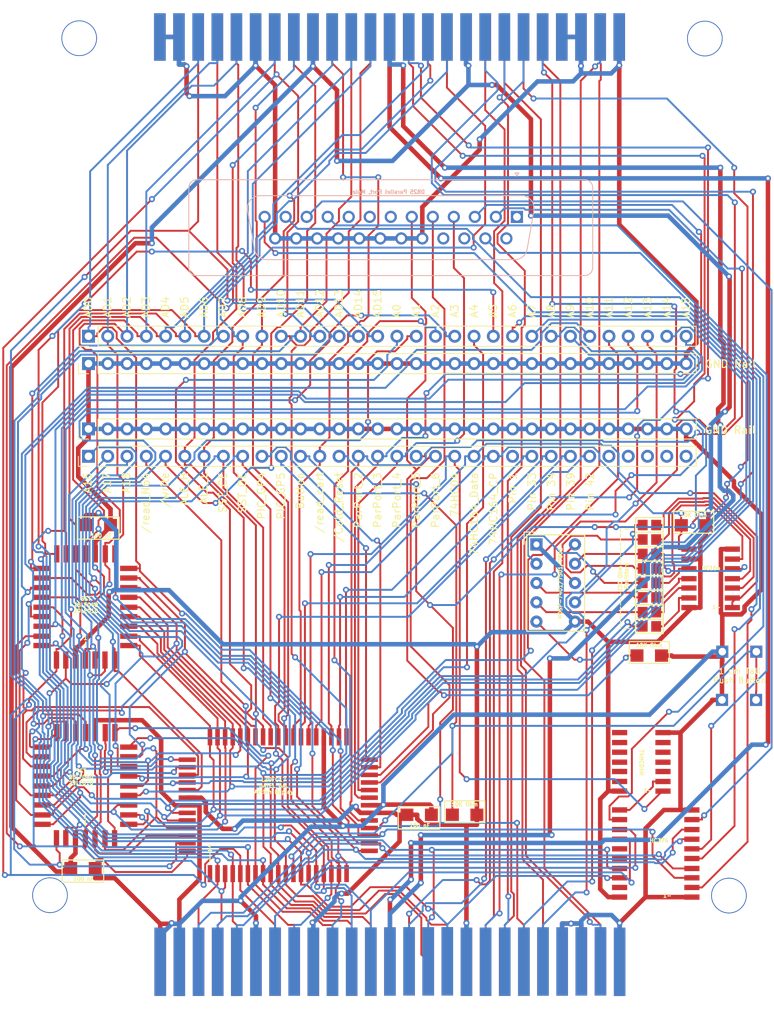
<source format=kicad_pcb>
(kicad_pcb (version 20211014) (generator pcbnew)
  (layers (0 "F.Cu" signal) (31 "B.Cu" signal) (34 "B.Paste" user) (35 "F.Paste" user) (36 "B.SilkS" user "B.Silkscreen") (37 "F.SilkS" user "F.Silkscreen") (38 "B.Mask" user) (39 "F.Mask" user) (44 "Edge.Cuts" user))
  (net 0 "")
  (net 1 "/A18")
  (net 2 "/A16")
  (net 3 "/A15")
  (net 4 "/A12")
  (net 5 "/A7")
  (net 6 "/A6")
  (net 7 "/A5")
  (net 8 "/A4")
  (net 9 "/A3")
  (net 10 "/A2")
  (net 11 "/A1")
  (net 12 "/A0")
  (net 13 "/AD0")
  (net 14 "/AD1")
  (net 15 "/AD2")
  (net 16 "/GND")
  (net 17 "/AD3")
  (net 18 "/AD4")
  (net 19 "/AD5")
  (net 20 "/AD6")
  (net 21 "/AD7")
  (net 22 "/Chip_Enable")
  (net 23 "/A10")
  (net 24 "/Output_Enable")
  (net 25 "/A11")
  (net 26 "/A9")
  (net 27 "/A8")
  (net 28 "/A13")
  (net 29 "/A14")
  (net 30 "/A17")
  (net 31 "/{slash}write")
  (net 32 "/VCC")
  (net 33 "/AD8")
  (net 34 "/AD9")
  (net 35 "/AD10")
  (net 36 "/AD11")
  (net 37 "/AD12")
  (net 38 "/AD13")
  (net 39 "/AD14")
  (net 40 "/AD15")
  (net 42 "/{slash}read_bottom")
  (net 43 "/{slash}COLD_RESET")
  (net 44 "/ALE_L")
  (net 45 "/ALE_H")
  (net 46 "/Button")
  (net 47 "/PPort_2")
  (net 48 "/PPort_3")
  (net 49 "/PPort_4")
  (net 50 "/PPort_5")
  (net 51 "/PPort_6")
  (net 52 "/PIC.GP4")
  (net 53 "/PIC.GP5")
  (net 54 "/Pin_33")
  (net 55 "/Pin_34")
  (net 56 "/74HC164_DSA_DSB")
  (net 57 "/74HC164_CP")
  (net 58 "/74HC04")
  (net 59 "/Pin_39")
  (net 60 "/{slash}read_top")
  (net 61 "/Pin_42")
  (net 62 "/F")
  (net 63 "/G")
  (net 64 "/E")
  (net 65 "/D")
  (net 66 "/DP")
  (net 67 "/C")
  (net 68 "/B")
  (net 69 "/A")
  (net 74 "/PPort_10")
  (net 75 "/PPort_11")
  (net 76 "/PPort_12")
  (net 77 "/PPort_13")
  (net 79 "/PPort_15")
  (net 82 "/12V_Rear")
  (net 83 "/UNUSED_Rear")
  (net 84 "/CIC_DATA2")
  (net 85 "/Unknown_1")
  (net 86 "/{slash}OS EVENT")
  (net 87 "/Unknown_2")
  (net 88 "/RAUDIO")
  (net 89 "/12V_Front")
  (net 90 "/UNUSED_Front")
  (net 91 "/CIC_DATA1")
  (net 92 "/1.6MHZ")
  (net 93 "/S_DAT")
  (net 94 "/LAUDIO")
  (net 95 "/74HC04-374")
  (net 99 "/Q0")
  (net 100 "/Q1")
  (net 101 "/Q2")
  (net 102 "/Q3")
  (net 103 "/Q4")
  (net 104 "/Q5")
  (net 105 "/Q6")
  (net 106 "/Q7")
  (net 107 "/Pin_1")
  (footprint "REF1329:220 Ohm Resistor" (layer "F.Cu") (at 180.4789 94.9214)
    (fp_text reference "R5" hide)
    (fp_text value "220 Ohm")
  )
  (footprint "REF1329:Cart Edge Connector" (layer "F.Cu") (at 146.2114 28.7994)
    (fp_text reference "J2" hide)
    (fp_text value "Top Edge, Front")
  )
  (footprint "Connector_PinHeader_2.54mm:PinHeader_1x32_P2.54mm_Vertical" (layer "F.Cu") (at 106.5707 83.977 90)
    (fp_text reference "J7" hide)
    (fp_text value "Conn_01x32_Male")
  )
  (footprint "REF1329:10k Ohm Resistor" (layer "F.Cu") (at 156.1444 131.1109)
    (fp_text reference "R1" hide)
    (fp_text value "10K Ohm")
  )
  (footprint "REF1329:220 Ohm Resistor" (layer "F.Cu") (at 180.4789 93.0164)
    (fp_text reference "R4" hide)
    (fp_text value "220 Ohm")
  )
  (footprint "REF1329:1mm Push Button" (layer "F.Cu") (at 192.3359 112.8299)
    (fp_text reference "SW1" hide)
    (fp_text value "SW_Push")
  )
  (footprint "N64_Hole:N64-Hole" (layer "F.Cu") (at 105.4734 29.1894)
    (fp_text reference "Hole1" hide)
    (fp_text value "N64-Hole")
  )
  (footprint "REF1329:Cart Edge Connector Back" (layer "F.Cu") (at 146.2574 150.4744)
    (fp_text reference "J5" hide)
    (fp_text value "Bottom Edge, Rear")
  )
  (footprint "REF1329:220 Ohm Resistor" (layer "F.Cu") (at 180.4789 100.6334)
    (fp_text reference "R8" hide)
    (fp_text value "220 Ohm")
  )
  (footprint "N64_Hole:N64-Hole" (layer "F.Cu") (at 101.6224 142.0014)
    (fp_text reference "Hole2" hide)
    (fp_text value "N64-Hole")
  )
  (footprint "REF1329:HDSP-7401" (layer "F.Cu") (at 165.5969 95.5809)
    (fp_text reference "U3" hide)
    (fp_text value "HDSP-7501")
  )
  (footprint "REF1329:100 nF Cap" (layer "F.Cu") (at 150.1524 131.1784)
    (fp_text reference "C3" hide)
    (fp_text value "100 nF")
  )
  (footprint "REF1329:PLCC32" (layer "F.Cu") (at 106.2209 127.4044 180)
    (fp_text reference "U2" hide)
    (fp_text value "SST28LF040")
  )
  (footprint "REF1329:220 Ohm Resistor" (layer "F.Cu") (at 180.4789 98.7304)
    (fp_text reference "R7" hide)
    (fp_text value "220 Ohm")
  )
  (footprint "Connector_PinHeader_2.54mm:PinHeader_1x32_P2.54mm_Vertical" (layer "F.Cu") (at 106.5777 80.375 90)
    (fp_text reference "J9" hide)
    (fp_text value "Conn_01x32_Male")
  )
  (footprint "REF1329:74HC04M" (layer "F.Cu") (at 179.4484 124.2804)
    (fp_text reference "U5" hide)
    (fp_text value "74HC04")
  )
  (footprint "Connector_PinHeader_2.54mm:PinHeader_1x32_P2.54mm_Vertical" (layer "F.Cu") (at 106.5757 68.175 90)
    (fp_text reference "J6" hide)
    (fp_text value "Conn_01x32_Male")
  )
  (footprint "REF1329:Cart Edge Connector" (layer "F.Cu") (at 146.2574 150.4744)
    (fp_text reference "J4" hide)
    (fp_text value "Bottom Edge, Front")
  )
  (footprint "REF1329:100 nF Cap" (layer "F.Cu") (at 107.8804 93.0404)
    (fp_text reference "C1" hide)
    (fp_text value "100 nF")
  )
  (footprint "REF1329:220 Ohm Resistor" (layer "F.Cu") (at 180.4789 104.4834)
    (fp_text reference "R10" hide)
    (fp_text value "220 Ohm")
  )
  (footprint "N64_Hole:N64-Hole" (layer "F.Cu") (at 187.9044 29.2284)
    (fp_text reference "Hole3" hide)
    (fp_text value "N64-Hole")
  )
  (footprint "REF1329:74HC374" (layer "F.Cu") (at 181.2934 136.2774)
    (fp_text reference "U6" hide)
    (fp_text value "74HC374")
  )
  (footprint "REF1329:10k Ohm Resistor" (layer "F.Cu") (at 186.3104 93.0099)
    (fp_text reference "R2" hide)
    (fp_text value "10K Ohm")
  )
  (footprint "N64_Hole:N64-Hole" (layer "F.Cu") (at 191.0794 142.0464)
    (fp_text reference "Hole4" hide)
    (fp_text value "N64-Hole")
  )
  (footprint "REF1329:Cart Edge Connector Back" (layer "F.Cu") (at 146.2114 28.7994)
    (fp_text reference "J3" hide)
    (fp_text value "Top Edge, Rear")
  )
  (footprint "REF1329:PLCC32" (layer "F.Cu") (at 106.2209 103.8764 180)
    (fp_text reference "U1" hide)
    (fp_text value "SST28LF040")
  )
  (footprint "REF1329:220 Ohm Resistor" (layer "F.Cu") (at 180.4789 106.3544)
    (fp_text reference "R11" hide)
    (fp_text value "220 Ohm")
  )
  (footprint "REF1329:10k Ohm Resistor" (layer "F.Cu") (at 180.4654 110.1539)
    (fp_text reference "R3" hide)
    (fp_text value "10K Ohm")
  )
  (footprint "REF1329:LZ9FC17 GAL" (layer "F.Cu") (at 131.5794 129.9164)
    (fp_text reference "U7" hide)
    (fp_text value "LZ9FC17")
  )
  (footprint "REF1329:220 Ohm Resistor" (layer "F.Cu") (at 180.4789 96.8224)
    (fp_text reference "R6" hide)
    (fp_text value "220 Ohm")
  )
  (footprint "REF1329:220 Ohm Resistor" (layer "F.Cu") (at 180.4789 102.5404)
    (fp_text reference "R9" hide)
    (fp_text value "220 Ohm")
  )
  (footprint "REF1329:100 nF Cap" (layer "F.Cu") (at 105.8584 138.1974)
    (fp_text reference "C2" hide)
    (fp_text value "100 nF")
  )
  (footprint "REF1329:74HC164" (layer "F.Cu") (at 188.5639 100.0984)
    (fp_text reference "U4" hide)
    (fp_text value "74HC164")
  )
  (footprint "Connector_PinHeader_2.54mm:PinHeader_1x32_P2.54mm_Vertical" (layer "F.Cu") (at 106.5777 71.774 90)
    (fp_text reference "J8" hide)
    (fp_text value "Conn_01x32_Male")
  )
  (footprint "REF1329:DSUB-25_Male_Vertical_P2.77x2.84mm" (layer "B.Cu") (at 163.0234 52.4601 180)
    (fp_text reference "J1" hide)
    (fp_text value "DB25_Male")
  )
  (gr_circle (center 177.0666 89.8421) (end 177.0666 89.8421) (layer "F.Cu") (width 0) (fill solid))
  (gr_circle (center 177.0616 90.6131) (end 177.0616 90.6131) (layer "F.Cu") (width 0) (fill solid))
  (gr_circle (center 177.0686 88.0891) (end 177.0686 88.0891) (layer "F.Cu") (width 0) (fill solid))
  (gr_circle (center 177.0676 90.0171) (end 177.0676 90.0171) (layer "B.Cu") (width 0) (fill solid))
  (gr_circle (center 177.0676 90.6031) (end 177.0676 90.6031) (layer "B.Cu") (width 0) (fill solid))
  (gr_circle (center 177.0676 88.3161) (end 177.0676 88.3161) (layer "B.Cu") (width 0) (fill solid))
  (gr_rect (start 178.6664 94.0014) (end 182.2864 95.8764) (layer "F.SilkS") (width 0.15) (fill none))
  (gr_rect (start 178.6664 103.5424) (end 182.3214 105.4324) (layer "F.SilkS") (width 0.15) (fill none))
  (gr_rect (start 178.6664 105.4404) (end 182.3214 107.2664) (layer "F.SilkS") (width 0.15) (fill none))
  (gr_rect (start 178.6664 97.7824) (end 182.2524 99.6974) (layer "F.SilkS") (width 0.15) (fill none))
  (gr_rect (start 178.6664 95.8844) (end 182.2634 97.7824) (layer "F.SilkS") (width 0.15) (fill none))
  (gr_rect (start 178.6664 99.6894) (end 182.2794 101.6124) (layer "F.SilkS") (width 0.15) (fill none))
  (gr_rect (start 178.6664 101.6124) (end 182.2864 103.5174) (layer "F.SilkS") (width 0.15) (fill none))
  (gr_rect (start 178.6664 92.0524) (end 182.2674 93.9824) (layer "F.SilkS") (width 0.15) (fill none))
  (gr_line (start 94.9174 145.6234) (end 94.9174 27.6234) (layer "Edge.Cuts") (width 0.002))
  (gr_line (start 104.9174 25.6234) (end 94.9174 27.6234) (layer "Edge.Cuts") (width 0.002))
  (gr_line (start 113.8654 155.6241) (end 113.8674 145.6204) (layer "Edge.Cuts") (width 0.002))
  (gr_line (start 104.9174 25.6234) (end 186.9174 25.6234) (layer "Edge.Cuts") (width 0.002))
  (gr_line (start 196.9174 27.6234) (end 196.9174 145.6234) (layer "Edge.Cuts") (width 0.002))
  (gr_line (start 113.8674 145.6204) (end 94.9174 145.6234) (layer "Edge.Cuts") (width 0.002))
  (gr_line (start 178.5524 145.6234) (end 196.9174 145.6234) (layer "Edge.Cuts") (width 0.002))
  (gr_line (start 178.5574 155.6241) (end 113.8654 155.6241) (layer "Edge.Cuts") (width 0.002))
  (gr_line (start 186.9174 25.6234) (end 196.9174 27.6234) (layer "Edge.Cuts") (width 0.002))
  (gr_line (start 178.5574 155.6241) (end 178.5524 145.6234) (layer "Edge.Cuts") (width 0.002))
  (gr_text "DB25 Parallel Port, Male" (at 146.1254 49.1754) (layer "B.SilkS") (effects (font (size 0.5 0.5) (thickness 0.125)) (justify mirror)))
  (gr_text "Pin 1" (at 162.469672 88.141666 90) (layer "F.SilkS") (effects (font (size 1 1))))
  (gr_text "1\n|" (at 122.5864 136.1504) (layer "F.SilkS") (effects (font (size 0.75 0.75))))
  (gr_text "AD12" (at 137.025768 63.87281 90) (layer "F.SilkS") (effects (font (size 1 1))))
  (gr_text "SST\n28LF040\n29LE010" (at 106.2264 103.5434) (layer "F.SilkS") (effects (font (size 0.5 0.5) (thickness 0.125))))
  (gr_text "AD10" (at 131.94364 63.87281 90) (layer "F.SilkS") (effects (font (size 1 1))))
  (gr_text "AD6" (at 121.779384 64.349 90) (layer "F.SilkS") (effects (font (size 1 1))))
  (gr_text "A17" (at 109.012576 87.475 90) (layer "F.SilkS") (effects (font (size 1 1))))
  (gr_text "AD0" (at 106.533 64.349 90) (layer "F.SilkS") (effects (font (size 1 1))))
  (gr_text "/read_N64" (at 114.103728 90.117857 90) (layer "F.SilkS") (effects (font (size 1 1))))
  (gr_text "SST\n28LF040\n29LE010" (at 105.5874 126.2094) (layer "F.SilkS") (effects (font (size 0.5 0.5) (thickness 0.125))))
  (gr_text "ParPort_2" (at 142.105064 89.760714 90) (layer "F.SilkS") (effects (font (size 1 1))))
  (gr_text "PIC_GP4" (at 129.377184 89.189285 90) (layer "F.SilkS") (effects (font (size 1 1))))
  (gr_text "Pin 39" (at 170.1064 88.617857 90) (layer "F.SilkS") (effects (font (size 1 1))))
  (gr_text "A3" (at 154.813216 64.849 90) (layer "F.SilkS") (effects (font (size 1 1))))
  (gr_text "ParPort_4" (at 147.196216 89.760714 90) (layer "F.SilkS") (effects (font (size 1 1))))
  (gr_text "HC164" (at 188.6044 98.7014) (layer "F.SilkS") (effects (font (size 0.5 0.5) (thickness 0.125))))
  (gr_text "SST_CE" (at 124.286032 88.760714 90) (layer "F.SilkS") (effects (font (size 1 1))))
  (gr_text "AD13" (at 139.566832 63.87281 90) (layer "F.SilkS") (effects (font (size 1 1))))
  (gr_text "1-" (at 189.3104 103.8434) (layer "F.SilkS") (effects (font (size 0.5 0.5) (thickness 0.125))))
  (gr_text "LZ9FC17\nDATEL GAL\nAction Replay" (at 130.9894 127.3524) (layer "F.SilkS") (effects (font (size 0.5 0.5) (thickness 0.125))))
  (gr_text "AD11" (at 134.484704 63.87281 90) (layer "F.SilkS") (effects (font (size 1 1))))
  (gr_text "1\n|" (at 106.1514 131.8064) (layer "F.SilkS") (effects (font (size 0.5 0.5) (thickness 0.125))))
  (gr_text "AD15" (at 144.64896 63.87281 90) (layer "F.SilkS") (effects (font (size 1 1))))
  (gr_text "AD2" (at 111.615128 64.349 90) (layer "F.SilkS") (effects (font (size 1 1))))
  (gr_text "AD5" (at 119.23832 64.349 90) (layer "F.SilkS") (effects (font (size 1 1))))
  (gr_text "A13" (at 180.223856 64.37281 90) (layer "F.SilkS") (effects (font (size 1 1))))
  (gr_text "A16" (at 106.467 87.475 90) (layer "F.SilkS") (effects (font (size 1 1))))
  (gr_text "/write" (at 116.649304 88.403571 90) (layer "F.SilkS") (effects (font (size 1 1))))
  (gr_text "GND Rail" (at 191.179 71.828) (layer "F.SilkS") (effects (font (size 1 1))))
  (gr_text "HDSP-7401/7501/7801" (at 168.7444 100.6944 90) (layer "F.SilkS") (effects (font (size 0.5 0.5) (thickness 0.125))))
  (gr_text "A9" (at 170.0596 64.849 90) (layer "F.SilkS") (effects (font (size 1 1))))
  (gr_text "AD8" (at 126.861512 64.349 90) (layer "F.SilkS") (effects (font (size 1 1))))
  (gr_text "AD4" (at 116.697256 64.349 90) (layer "F.SilkS") (effects (font (size 1 1))))
  (gr_text "A2" (at 152.272152 64.849 90) (layer "F.SilkS") (effects (font (size 1 1))))
  (gr_text "A14" (at 182.76492 64.37281 90) (layer "F.SilkS") (effects (font (size 1 1))))
  (gr_text "A0" (at 147.190024 64.849 90) (layer "F.SilkS") (effects (font (size 1 1))))
  (gr_text "1-" (at 182.8444 141.8174) (layer "F.SilkS") (effects (font (size 0.5 0.5) (thickness 0.125))))
  (gr_text "HC374" (at 181.7394 134.5644) (layer "F.SilkS") (effects (font (size 0.5 0.5) (thickness 0.125))))
  (gr_text "ALE_H" (at 119.19488 88.284523 90) (layer "F.SilkS") (effects (font (size 1 1))))
  (gr_text "1-" (at 180.2874 127.9694) (layer "F.SilkS") (effects (font (size 0.5 0.5) (thickness 0.125))))
  (gr_text "A1" (at 149.731088 64.849 90) (layer "F.SilkS") (effects (font (size 1 1))))
  (gr_text "1\n|" (at 106.1764 108.2954) (layer "F.SilkS") (effects (font (size 0.5 0.5) (thickness 0.125))))
  (gr_text "74HC164_Data" (at 157.37852 91.570238 90) (layer "F.SilkS") (effects (font (size 1 1))))
  (gr_text "ALE_L" (at 121.740456 88.165476 90) (layer "F.SilkS") (effects (font (size 1 1))))
  (gr_text "A8" (at 167.518536 64.849 90) (layer "F.SilkS") (effects (font (size 1 1))))
  (gr_text "74HC164_CP" (at 159.924096 90.879762 90) (layer "F.SilkS") (effects (font (size 1 1))))
  (gr_text "A7" (at 164.977472 64.849 90) (layer "F.SilkS") (effects (font (size 1 1))))
  (gr_text "AD14" (at 142.107896 63.87281 90) (layer "F.SilkS") (effects (font (size 1 1))))
  (gr_text "A4" (at 157.35428 64.849 90) (layer "F.SilkS") (effects (font (size 1 1))))
  (gr_text "AD7" (at 124.320448 64.349 90) (layer "F.SilkS") (effects (font (size 1 1))))
  (gr_text "A10" (at 172.600664 64.37281 90) (layer "F.SilkS") (effects (font (size 1 1))))
  (gr_text "ParPort_3" (at 144.65064 89.760714 90) (layer "F.SilkS") (effects (font (size 1 1))))
  (gr_text "Pin 34" (at 167.560824 88.617857 90) (layer "F.SilkS") (effects (font (size 1 1))))
  (gr_text "ParPort_6" (at 152.287368 89.760714 90) (layer "F.SilkS") (effects (font (size 1 1))))
  (gr_text "A12" (at 177.682792 64.37281 90) (layer "F.SilkS") (effects (font (size 1 1))))
  (gr_text "/read_cart" (at 137.013912 90.117857 90) (layer "F.SilkS") (effects (font (size 1 1))))
  (gr_text "74HC04M" (at 179.4344 124.2724 -90) (layer "F.SilkS") (effects (font (size 0.5 0.5) (thickness 0.125))))
  (gr_text "1 cm Tall\nPush Button" (at 192.3664 112.8694) (layer "F.SilkS") (effects (font (size 0.75 0.75) (thickness 0.125))))
  (gr_text "A5" (at 159.895344 64.849 90) (layer "F.SilkS") (effects (font (size 1 1))))
  (gr_text "A6" (at 162.436408 64.849 90) (layer "F.SilkS") (effects (font (size 1 1))))
  (gr_text "ParPort_5" (at 149.741792 89.760714 90) (layer "F.SilkS") (effects (font (size 1 1))))
  (gr_text "SST_OE" (at 126.831608 88.784523 90) (layer "F.SilkS") (effects (font (size 1 1))))
  (gr_text "A15" (at 185.306 64.37281 90) (layer "F.SilkS") (effects (font (size 1 1))))
  (gr_text "/Cold_Reset" (at 139.559488 90.713095 90) (layer "F.SilkS") (effects (font (size 1 1))))
  (gr_text "AD1" (at 109.074064 64.349 90) (layer "F.SilkS") (effects (font (size 1 1))))
  (gr_text "GND Rail" (at 191.14 80.523) (layer "F.SilkS") (effects (font (size 1 1))))
  (gr_text "--------220 Ohm--------\n|             Resistors           |" (at 177.0424 100.1094 90) (layer "F.SilkS") (effects (font (size 0.5 0.5) (thickness 0.125))))
  (gr_text "Pin 33" (at 165.015248 88.617857 90) (layer "F.SilkS") (effects (font (size 1 1))))
  (gr_text "PIC_GP5" (at 131.92276 89.189285 90) (layer "F.SilkS") (effects (font (size 1 1))))
  (gr_text "Pin 42" (at 172.652 88.617857 90) (layer "F.SilkS") (effects (font (size 1 1))))
  (gr_text "74HC04" (at 154.832944 89.022619 90) (layer "F.SilkS") (effects (font (size 1 1))))
  (gr_text "AD9" (at 129.402576 64.349 90) (layer "F.SilkS") (effects (font (size 1 1))))
  (gr_text "Button" (at 134.468336 88.522619 90) (layer "F.SilkS") (effects (font (size 1 1))))
  (gr_text "A18" (at 111.558152 87.475 90) (layer "F.SilkS") (effects (font (size 1 1))))
  (gr_text "AD3" (at 114.156192 64.349 90) (layer "F.SilkS") (effects (font (size 1 1))))
  (gr_text "A11" (at 175.141728 64.37281 90) (layer "F.SilkS") (effects (font (size 1 1))))
  (segment (start 107.731 131.3042) (end 106.1679 132.8673) (width 0.25) (layer "F.Cu") (net 1))
  (segment (start 107.4491 123.3354) (end 107.4491 125.8069) (width 0.25) (layer "F.Cu") (net 1))
  (segment (start 117.5704 138.7033) (end 110.0993 138.7033) (width 0.25) (layer "F.Cu") (net 1))
  (segment (start 107.731 126.0888) (end 107.731 131.3042) (width 0.25) (layer "F.Cu") (net 1))
  (segment (start 119.5794 135.9164) (end 119.5794 136.6943) (width 0.25) (layer "F.Cu") (net 1))
  (segment (start 119.5794 136.6943) (end 117.5704 138.7033) (width 0.25) (layer "F.Cu") (net 1))
  (segment (start 106.8544 109.3393) (end 107.173 109.0207) (width 0.25) (layer "F.Cu") (net 1))
  (segment (start 106.1679 110.7994) (end 106.1679 109.3393) (width 0.25) (layer "F.Cu") (net 1))
  (segment (start 106.1679 134.3274) (end 106.1679 132.8673) (width 0.25) (layer "F.Cu") (net 1))
  (segment (start 106.1679 109.3393) (end 106.8544 109.3393) (width 0.25) (layer "F.Cu") (net 1))
  (segment (start 107.4491 125.8069) (end 107.731 126.0888) (width 0.25) (layer "F.Cu") (net 1))
  (segment (start 106.1679 134.3274) (end 106.1679 135.7875) (width 0.25) (layer "F.Cu") (net 1))
  (segment (start 110.0993 138.7033) (end 108.4228 137.0268) (width 0.25) (layer "F.Cu") (net 1))
  (segment (start 107.4072 137.0268) (end 106.1679 135.7875) (width 0.25) (layer "F.Cu") (net 1))
  (segment (start 108.4228 137.0268) (end 107.4072 137.0268) (width 0.25) (layer "F.Cu") (net 1))
  (via (at 107.4491 123.3354) (size 0.8) (drill 0.4) (layers "F.Cu" "B.Cu") (net 1))
  (via (at 107.173 109.0207) (size 0.8) (drill 0.4) (layers "F.Cu" "B.Cu") (net 1))
  (segment (start 104.4637 89.6855) (end 104.4637 103.2756) (width 0.25) (layer "B.Cu") (net 1))
  (segment (start 107.5238 113.1042) (end 107.5238 109.3715) (width 0.25) (layer "B.Cu") (net 1))
  (segment (start 107.399 123.2853) (end 107.399 122.023) (width 0.25) (layer "B.Cu") (net 1))
  (segment (start 107.2105 113.4175) (end 107.5238 113.1042) (width 0.25) (layer "B.Cu") (net 1))
  (segment (start 107.399 122.023) (end 107.2105 121.8345) (width 0.25) (layer "B.Cu") (net 1))
  (segment (start 106.9609 105.7728) (end 106.9609 108.8086) (width 0.25) (layer "B.Cu") (net 1))
  (segment (start 107.5238 109.3715) (end 107.173 109.0207) (width 0.25) (layer "B.Cu") (net 1))
  (segment (start 111.6507 85.1521) (end 108.9971 85.1521) (width 0.25) (layer "B.Cu") (net 1))
  (segment (start 104.4637 103.2756) (end 106.9609 105.7728) (width 0.25) (layer "B.Cu") (net 1))
  (segment (start 107.2105 121.8345) (end 107.2105 113.4175) (width 0.25) (layer "B.Cu") (net 1))
  (segment (start 106.9609 108.8086) (end 107.173 109.0207) (width 0.25) (layer "B.Cu") (net 1))
  (segment (start 107.4491 123.3354) (end 107.399 123.2853) (width 0.25) (layer "B.Cu") (net 1))
  (segment (start 111.6507 83.977) (end 111.6507 85.1521) (width 0.25) (layer "B.Cu") (net 1))
  (segment (start 108.9971 85.1521) (end 104.4637 89.6855) (width 0.25) (layer "B.Cu") (net 1))
  (segment (start 108.0653 125.2366) (end 108.1811 125.1208) (width 0.25) (layer "F.Cu") (net 2))
  (segment (start 107.8981 110.3372) (end 107.8981 107.9047) (width 0.25) (layer "F.Cu") (net 2))
  (segment (start 108.1811 122.3803) (end 108.1242 122.3234) (width 0.25) (layer "F.Cu") (net 2))
  (segment (start 107.4369 135.7865) (end 107.887 136.2366) (width 0.25) (layer "F.Cu") (net 2))
  (segment (start 108.1811 125.9023) (end 108.0653 125.7865) (width 0.25) (layer "F.Cu") (net 2))
  (segment (start 107.8981 107.9047) (end 107.8691 107.8757) (width 0.25) (layer "F.Cu") (net 2))
  (segment (start 107.4369 110.7984) (end 107.8981 110.3372) (width 0.25) (layer "F.Cu") (net 2))
  (segment (start 108.1811 132.1221) (end 108.1811 125.9023) (width 0.25) (layer "F.Cu") (net 2))
  (segment (start 107.4369 132.8663) (end 108.1811 132.1221) (width 0.25) (layer "F.Cu") (net 2))
  (segment (start 107.4369 134.3264) (end 107.4369 132.8663) (width 0.25) (layer "F.Cu") (net 2))
  (segment (start 108.1811 125.1208) (end 108.1811 122.3803) (width 0.25) (layer "F.Cu") (net 2))
  (segment (start 107.4369 134.3264) (end 107.4369 135.7865) (width 0.25) (layer "F.Cu") (net 2))
  (segment (start 107.887 136.2366) (end 111.9736 136.2366) (width 0.25) (layer "F.Cu") (net 2))
  (segment (start 114.2938 133.9164) (end 119.5794 133.9164) (width 0.25) (layer "F.Cu") (net 2))
  (segment (start 111.9736 136.2366) (end 114.2938 133.9164) (width 0.25) (layer "F.Cu") (net 2))
  (segment (start 108.0653 125.7865) (end 108.0653 125.2366) (width 0.25) (layer "F.Cu") (net 2))
  (via (at 108.1242 122.3234) (size 0.8) (drill 0.4) (layers "F.Cu" "B.Cu") (net 2))
  (via (at 107.8691 107.8757) (size 0.8) (drill 0.4) (layers "F.Cu" "B.Cu") (net 2))
  (segment (start 112.825211 84.629989) (end 112.825211 83.490501) (width 0.25) (layer "B.Cu") (net 2))
  (segment (start 108.2982 86.4895) (end 110.9657 86.4895) (width 0.25) (layer "B.Cu") (net 2))
  (segment (start 110.9657 86.4895) (end 112.825211 84.629989) (width 0.25) (layer "B.Cu") (net 2))
  (segment (start 107.745211 82.802489) (end 106.5707 83.977) (width 0.25) (layer "B.Cu") (net 2))
  (segment (start 107.9739 113.2907) (end 107.9739 107.9805) (width 0.25) (layer "B.Cu") (net 2))
  (segment (start 108.1242 122.3234) (end 108.1242 122.1116) (width 0.25) (layer "B.Cu") (net 2))
  (segment (start 107.6903 113.5743) (end 107.9739 113.2907) (width 0.25) (layer "B.Cu") (net 2))
  (segment (start 107.869 107.8757) (end 107.869 106.0442) (width 0.25) (layer "B.Cu") (net 2))
  (segment (start 107.869 106.0442) (end 104.9138 103.089) (width 0.25) (layer "B.Cu") (net 2))
  (segment (start 107.9739 107.9805) (end 107.8691 107.8757) (width 0.25) (layer "B.Cu") (net 2))
  (segment (start 107.8691 107.8757) (end 107.869 107.8757) (width 0.25) (layer "B.Cu") (net 2))
  (segment (start 104.9138 89.8739) (end 108.2982 86.4895) (width 0.25) (layer "B.Cu") (net 2))
  (segment (start 108.1242 122.1116) (end 107.6903 121.6777) (width 0.25) (layer "B.Cu") (net 2))
  (segment (start 104.9138 103.089) (end 104.9138 89.8739) (width 0.25) (layer "B.Cu") (net 2))
  (segment (start 112.137199 82.802489) (end 107.745211 82.802489) (width 0.25) (layer "B.Cu") (net 2))
  (segment (start 107.6903 121.6777) (end 107.6903 113.5743) (width 0.25) (layer "B.Cu") (net 2))
  (segment (start 112.825211 83.490501) (end 112.137199 82.802489) (width 0.25) (layer "B.Cu") (net 2))
  (segment (start 111.1943 135.7855) (end 115.5253 131.4545) (width 0.25) (layer "F.Cu") (net 3))
  (segment (start 115.5253 131.4545) (end 115.5253 122.8441) (width 0.25) (layer "F.Cu") (net 3))
  (segment (start 119.5794 132.9164) (end 118.1293 132.9164) (width 0.25) (layer "F.Cu") (net 3))
  (segment (start 108.7469 110.7974) (end 108.7469 112.2575) (width 0.25) (layer "F.Cu") (net 3))
  (segment (start 108.7469 134.3254) (end 108.7469 135.7855) (width 0.25) (layer "F.Cu") (net 3))
  (segment (start 118.1293 132.9164) (end 116.9872 132.9164) (width 0.25) (layer "F.Cu") (net 3))
  (segment (start 116.9872 132.9164) (end 115.5253 131.4545) (width 0.25) (layer "F.Cu") (net 3))
  (segment (start 108.7469 135.7855) (end 111.1943 135.7855) (width 0.25) (layer "F.Cu") (net 3))
  (segment (start 108.2006 112.8038) (end 106.7987 112.8038) (width 0.25) (layer "F.Cu") (net 3))
  (segment (start 115.5253 122.8441) (end 115.1014 122.4202) (width 0.25) (layer "F.Cu") (net 3))
  (segment (start 108.7469 112.2575) (end 108.2006 112.8038) (width 0.25) (layer "F.Cu") (net 3))
  (via (at 115.1014 122.4202) (size 0.8) (drill 0.4) (layers "F.Cu" "B.Cu") (net 3))
  (via (at 106.7987 112.8038) (size 0.8) (drill 0.4) (layers "F.Cu" "B.Cu") (net 3))
  (segment (start 106.6571 123.1021) (end 106.9489 122.8103) (width 0.25) (layer "B.Cu") (net 3))
  (segment (start 108.3146 123.7501) (end 107.9661 124.0986) (width 0.25) (layer "B.Cu") (net 3))
  (segment (start 106.4478 109.4689) (end 106.7279 109.749) (width 0.25) (layer "B.Cu") (net 3))
  (segment (start 115.1014 122.4202) (end 114.1876 122.4202) (width 0.25) (layer "B.Cu") (net 3))
  (segment (start 185.8791 69.3501) (end 187.4196 70.8906) (width 0.25) (layer "B.Cu") (net 3))
  (segment (start 177.2511 77.7874) (end 106.239 77.7874) (width 0.25) (layer "B.Cu") (net 3))
  (segment (start 185.264 74.7958) (end 180.2427 74.7958) (width 0.25) (layer "B.Cu") (net 3))
  (segment (start 106.239 77.7874) (end 103.5635 80.4629) (width 0.25) (layer "B.Cu") (net 3))
  (segment (start 103.5635 80.4629) (end 103.5635 104.5683) (width 0.25) (layer "B.Cu") (net 3))
  (segment (start 106.6571 123.5691) (end 106.6571 123.1021) (width 0.25) (layer "B.Cu") (net 3))
  (segment (start 185.3157 69.3501) (end 185.8791 69.3501) (width 0.25) (layer "B.Cu") (net 3))
  (segment (start 180.2427 74.7958) (end 177.2511 77.7874) (width 0.25) (layer "B.Cu") (net 3))
  (segment (start 106.7279 121.9885) (end 106.7279 112.8038) (width 0.25) (layer "B.Cu") (net 3))
  (segment (start 103.5635 104.5683) (end 106.4478 107.4526) (width 0.25) (layer "B.Cu") (net 3))
  (segment (start 107.9661 124.0986) (end 107.1866 124.0986) (width 0.25) (layer "B.Cu") (net 3))
  (segment (start 187.4196 72.6402) (end 185.264 74.7958) (width 0.25) (layer "B.Cu") (net 3))
  (segment (start 112.8577 123.7501) (end 108.3146 123.7501) (width 0.25) (layer "B.Cu") (net 3))
  (segment (start 114.1876 122.4202) (end 112.8577 123.7501) (width 0.25) (layer "B.Cu") (net 3))
  (segment (start 187.4196 70.8906) (end 187.4196 72.6402) (width 0.25) (layer "B.Cu") (net 3))
  (segment (start 106.9489 122.8103) (end 106.9489 122.2095) (width 0.25) (layer "B.Cu") (net 3))
  (segment (start 106.9489 122.2095) (end 106.7279 121.9885) (width 0.25) (layer "B.Cu") (net 3))
  (segment (start 106.7279 109.749) (end 106.7279 112.8038) (width 0.25) (layer "B.Cu") (net 3))
  (segment (start 107.1866 124.0986) (end 106.6571 123.5691) (width 0.25) (layer "B.Cu") (net 3))
  (segment (start 106.7279 112.8038) (end 106.7987 112.8038) (width 0.25) (layer "B.Cu") (net 3))
  (segment (start 185.3157 68.175) (end 185.3157 69.3501) (width 0.25) (layer "B.Cu") (net 3))
  (segment (start 106.4478 107.4526) (end 106.4478 109.4689) (width 0.25) (layer "B.Cu") (net 3))
  (segment (start 109.1547 126.2344) (end 109.559 125.8301) (width 0.25) (layer "F.Cu") (net 4))
  (segment (start 177.6957 68.175) (end 177.6957 69.3501) (width 0.25) (layer "F.Cu") (net 4))
  (segment (start 109.1547 132.0031) (end 109.1547 126.2344) (width 0.25) (layer "F.Cu") (net 4))
  (segment (start 110.0169 110.7974) (end 110.0169 112.2575) (width 0.25) (layer "F.Cu") (net 4))
  (segment (start 109.559 123.1102) (end 109.4738 123.025) (width 0.25) (layer "F.Cu") (net 4))
  (segment (start 177.6957 69.3501) (end 178.8881 70.5425) (width 0.25) (layer "F.Cu") (net 4))
  (segment (start 110.0169 134.3254) (end 110.0169 132.8653) (width 0.25) (layer "F.Cu") (net 4))
  (segment (start 121.0295 127.9164) (end 121.4906 127.4553) (width 0.25) (layer "F.Cu") (net 4))
  (segment (start 110.0169 109.3373) (end 109.789 109.1094) (width 0.25) (layer "F.Cu") (net 4))
  (segment (start 110.5232 112.2575) (end 110.0169 112.2575) (width 0.25) (layer "F.Cu") (net 4))
  (segment (start 109.559 125.8301) (end 109.559 123.1102) (width 0.25) (layer "F.Cu") (net 4))
  (segment (start 121.4906 123.2249) (end 110.5232 112.2575) (width 0.25) (layer "F.Cu") (net 4))
  (segment (start 110.0169 110.7974) (end 110.0169 109.3373) (width 0.25) (layer "F.Cu") (net 4))
  (segment (start 121.4906 127.4553) (end 121.4906 123.2249) (width 0.25) (layer "F.Cu") (net 4))
  (segment (start 110.0169 132.8653) (end 109.1547 132.0031) (width 0.25) (layer "F.Cu") (net 4))
  (segment (start 109.789 109.1094) (end 109.789 108.3836) (width 0.25) (layer "F.Cu") (net 4))
  (segment (start 119.5794 127.9164) (end 121.0295 127.9164) (width 0.25) (layer "F.Cu") (net 4))
  (segment (start 178.8881 70.5425) (end 178.8881 78.0211) (width 0.25) (layer "F.Cu") (net 4))
  (via (at 178.8881 78.0211) (size 0.8) (drill 0.4) (layers "F.Cu" "B.Cu") (net 4))
  (via (at 109.789 108.3836) (size 0.8) (drill 0.4) (layers "F.Cu" "B.Cu") (net 4))
  (via (at 109.4738 123.025) (size 0.8) (drill 0.4) (layers "F.Cu" "B.Cu") (net 4))
  (segment (start 115.3819 83.4795) (end 113.8107 81.9083) (width 0.25) (layer "B.Cu") (net 4))
  (segment (start 178.6717 78.2375) (end 178.8881 78.0211) (width 0.25) (layer "B.Cu") (net 4))
  (segment (start 108.1981 114.2191) (end 108.1981 113.7031) (width 0.25) (layer "B.Cu") (net 4))
  (segment (start 109.3585 115.3795) (end 108.1981 114.2191) (width 0.25) (layer "B.Cu") (net 4))
  (segment (start 115.3819 84.4542) (end 115.3819 83.4795) (width 0.25) (layer "B.Cu") (net 4))
  (segment (start 105.3639 102.9025) (end 105.3639 90.1304) (width 0.25) (layer "B.Cu") (net 4))
  (segment (start 109.789 107.3276) (end 105.3639 102.9025) (width 0.25) (layer "B.Cu") (net 4))
  (segment (start 113.8107 81.9083) (end 105.9351 81.9083) (width 0.25) (layer "B.Cu") (net 4))
  (segment (start 112.8965 86.9396) (end 115.3819 84.4542) (width 0.25) (layer "B.Cu") (net 4))
  (segment (start 109.789 108.3836) (end 109.789 107.3276) (width 0.25) (layer "B.Cu") (net 4))
  (segment (start 109.789 112.1122) (end 109.789 108.3836) (width 0.25) (layer "B.Cu") (net 4))
  (segment (start 109.3585 122.9097) (end 109.3585 115.3795) (width 0.25) (layer "B.Cu") (net 4))
  (segment (start 106.5036 78.2375) (end 178.6717 78.2375) (width 0.25) (layer "B.Cu") (net 4))
  (segment (start 105.3922 81.3654) (end 105.3922 79.3489) (width 0.25) (layer "B.Cu") (net 4))
  (segment (start 108.1981 113.7031) (end 109.789 112.1122) (width 0.25) (layer "B.Cu") (net 4))
  (segment (start 105.3639 90.1304) (end 108.5547 86.9396) (width 0.25) (layer "B.Cu") (net 4))
  (segment (start 105.9351 81.9083) (end 105.3922 81.3654) (width 0.25) (layer "B.Cu") (net 4))
  (segment (start 108.5547 86.9396) (end 112.8965 86.9396) (width 0.25) (layer "B.Cu") (net 4))
  (segment (start 109.4738 123.025) (end 109.3585 122.9097) (width 0.25) (layer "B.Cu") (net 4))
  (segment (start 105.3922 79.3489) (end 106.5036 78.2375) (width 0.25) (layer "B.Cu") (net 4))
  (segment (start 122.5794 120.1913) (end 122.5794 120.9164) (width 0.25) (layer "F.Cu") (net 5))
  (segment (start 114.3727 130.7954) (end 114.2789 130.7016) (width 0.25) (layer "F.Cu") (net 5))
  (segment (start 123.0584 123.9788) (end 123.0584 130.4774) (width 0.25) (layer "F.Cu") (net 5))
  (segment (start 113.34 110.2269) (end 113.34 108.8924) (width 0.25) (layer "F.Cu") (net 5))
  (segment (start 111.8799 132.4204) (end 113.8004 132.4204) (width 0.25) (layer "F.Cu") (net 5))
  (segment (start 122.5794 120.9164) (end 122.5794 123.4998) (width 0.25) (layer "F.Cu") (net 5))
  (segment (start 122.5794 119.4663) (end 113.34 110.2269) (width 0.25) (layer "F.Cu") (net 5))
  (segment (start 122.5794 123.4998) (end 123.0584 123.9788) (width 0.25) (layer "F.Cu") (net 5))
  (segment (start 114.3727 131.8481) (end 114.3727 130.7954) (width 0.25) (layer "F.Cu") (net 5))
  (segment (start 111.8799 108.8924) (end 113.34 108.8924) (width 0.25) (layer "F.Cu") (net 5))
  (segment (start 113.8004 132.4204) (end 114.3727 131.8481) (width 0.25) (layer "F.Cu") (net 5))
  (segment (start 122.5794 120.1913) (end 122.5794 119.4663) (width 0.25) (layer "F.Cu") (net 5))
  (via (at 123.0584 130.4774) (size 0.8) (drill 0.4) (layers "F.Cu" "B.Cu") (net 5))
  (via (at 114.2789 130.7016) (size 0.8) (drill 0.4) (layers "F.Cu" "B.Cu") (net 5))
  (segment (start 121.3217 132.2141) (end 115.7914 132.2141) (width 0.25) (layer "B.Cu") (net 5))
  (segment (start 181.7958 98.5873) (end 182.4843 97.8988) (width 0.25) (layer "B.Cu") (net 5))
  (segment (start 185.4896 65.9871) (end 167.1836 65.9871) (width 0.25) (layer "B.Cu") (net 5))
  (segment (start 137.1934 130.4774) (end 143.2161 124.4547) (width 0.25) (layer "B.Cu") (net 5))
  (segment (start 123.0584 130.4774) (end 121.3217 132.2141) (width 0.25) (layer "B.Cu") (net 5))
  (segment (start 193.6976 89.7217) (end 193.6976 74.1951) (width 0.25) (layer "B.Cu") (net 5))
  (segment (start 149.2232 117.8897) (end 153.3004 113.8125) (width 0.25) (layer "B.Cu") (net 5))
  (segment (start 171.2497 113.8125) (end 181.7958 103.2664) (width 0.25) (layer "B.Cu") (net 5))
  (segment (start 123.0584 130.4774) (end 137.1934 130.4774) (width 0.25) (layer "B.Cu") (net 5))
  (segment (start 153.3004 113.8125) (end 171.2497 113.8125) (width 0.25) (layer "B.Cu") (net 5))
  (segment (start 143.2171 124.4547) (end 149.2232 118.4486) (width 0.25) (layer "B.Cu") (net 5))
  (segment (start 149.2232 118.4486) (end 149.2232 117.8897) (width 0.25) (layer "B.Cu") (net 5))
  (segment (start 143.2161 124.4547) (end 143.2171 124.4547) (width 0.25) (layer "B.Cu") (net 5))
  (segment (start 167.1836 65.9871) (end 164.9957 68.175) (width 0.25) (layer "B.Cu") (net 5))
  (segment (start 182.4843 97.8988) (end 185.5205 97.8988) (width 0.25) (layer "B.Cu") (net 5))
  (segment (start 115.7914 132.2141) (end 114.2789 130.7016) (width 0.25) (layer "B.Cu") (net 5))
  (segment (start 193.6976 74.1951) (end 185.4896 65.9871) (width 0.25) (layer "B.Cu") (net 5))
  (segment (start 181.7958 103.2664) (end 181.7958 98.5873) (width 0.25) (layer "B.Cu") (net 5))
  (segment (start 185.5205 97.8988) (end 193.6976 89.7217) (width 0.25) (layer "B.Cu") (net 5))
  (segment (start 123.5794 122.3665) (end 123.9015 122.6886) (width 0.25) (layer "F.Cu") (net 6))
  (segment (start 162.4557 68.175) (end 162.4557 66.9999) (width 0.25) (layer "F.Cu") (net 6))
  (segment (start 113.343 108.238) (end 123.5794 118.4744) (width 0.25) (layer "F.Cu") (net 6))
  (segment (start 123.5794 118.4744) (end 123.5794 120.9164) (width 0.25) (layer "F.Cu") (net 6))
  (segment (start 123.5794 120.9164) (end 123.5794 122.3665) (width 0.25) (layer "F.Cu") (net 6))
  (segment (start 111.8829 107.6624) (end 113.343 107.6624) (width 0.25) (layer "F.Cu") (net 6))
  (segment (start 162.7043 66.9999) (end 162.4557 66.9999) (width 0.25) (layer "F.Cu") (net 6))
  (segment (start 113.343 107.6624) (end 113.343 108.238) (width 0.25) (layer "F.Cu") (net 6))
  (segment (start 113.6475 131.4949) (end 113.343 131.1904) (width 0.25) (layer "F.Cu") (net 6))
  (segment (start 111.8829 131.1904) (end 113.343 131.1904) (width 0.25) (layer "F.Cu") (net 6))
  (segment (start 123.9015 122.6886) (end 123.9015 131.2611) (width 0.25) (layer "F.Cu") (net 6))
  (segment (start 163.3365 66.3677) (end 162.7043 66.9999) (width 0.25) (layer "F.Cu") (net 6))
  (via (at 113.6475 131.4949) (size 0.8) (drill 0.4) (layers "F.Cu" "B.Cu") (net 6))
  (via (at 123.9015 131.2611) (size 0.8) (drill 0.4) (layers "F.Cu" "B.Cu") (net 6))
  (via (at 163.3365 66.3677) (size 0.8) (drill 0.4) (layers "F.Cu" "B.Cu") (net 6))
  (segment (start 113.6475 131.4949) (end 114.8168 132.6642) (width 0.25) (layer "B.Cu") (net 6))
  (segment (start 182.2459 98.7737) (end 182.6707 98.3489) (width 0.25) (layer "B.Cu") (net 6))
  (segment (start 143.4036 124.9048) (end 149.6733 118.6351) (width 0.25) (layer "B.Cu") (net 6))
  (segment (start 122.4984 132.6642) (end 123.9015 131.2611) (width 0.25) (layer "B.Cu") (net 6))
  (segment (start 149.6733 118.6351) (end 149.6733 118.0762) (width 0.25) (layer "B.Cu") (net 6))
  (segment (start 194.1477 74.0086) (end 185.6761 65.537) (width 0.25) (layer "B.Cu") (net 6))
  (segment (start 164.1672 65.537) (end 163.3365 66.3677) (width 0.25) (layer "B.Cu") (net 6))
  (segment (start 153.0368 114.7127) (end 170.9861 114.7127) (width 0.25) (layer "B.Cu") (net 6))
  (segment (start 185.707 98.3489) (end 194.1477 89.9082) (width 0.25) (layer "B.Cu") (net 6))
  (segment (start 149.6733 118.0762) (end 153.0368 114.7127) (width 0.25) (layer "B.Cu") (net 6))
  (segment (start 137.0463 131.2611) (end 143.4026 124.9048) (width 0.25) (layer "B.Cu") (net 6))
  (segment (start 143.4026 124.9048) (end 143.4036 124.9048) (width 0.25) (layer "B.Cu") (net 6))
  (segment (start 185.6761 65.537) (end 164.1672 65.537) (width 0.25) (layer "B.Cu") (net 6))
  (segment (start 182.6707 98.3489) (end 185.707 98.3489) (width 0.25) (layer "B.Cu") (net 6))
  (segment (start 114.8168 132.6642) (end 122.4984 132.6642) (width 0.25) (layer "B.Cu") (net 6))
  (segment (start 194.1477 89.9082) (end 194.1477 74.0086) (width 0.25) (layer "B.Cu") (net 6))
  (segment (start 123.9015 131.2611) (end 137.0463 131.2611) (width 0.25) (layer "B.Cu") (net 6))
  (segment (start 170.9861 114.7127) (end 182.2459 103.4529) (width 0.25) (layer "B.Cu") (net 6))
  (segment (start 182.2459 103.4529) (end 182.2459 98.7737) (width 0.25) (layer "B.Cu") (net 6))
  (segment (start 124.5794 132.0513) (end 124.6266 132.0041) (width 0.25) (layer "F.Cu") (net 7))
  (segment (start 115.6618 109.9202) (end 124.5794 118.8378) (width 0.25) (layer "F.Cu") (net 7))
  (segment (start 159.9157 68.175) (end 159.9157 62.3923) (width 0.25) (layer "F.Cu") (net 7))
  (segment (start 124.6266 132.0041) (end 124.6266 122.4137) (width 0.25) (layer "F.Cu") (net 7))
  (segment (start 101.8256 68.1445) (end 100.0001 69.97) (width 0.25) (layer "F.Cu") (net 7))
  (segment (start 113.341 106.3554) (end 115.6618 108.6762) (width 0.25) (layer "F.Cu") (net 7))
  (segment (start 124.5794 118.8378) (end 124.5794 120.9164) (width 0.25) (layer "F.Cu") (net 7))
  (segment (start 115.6618 108.6762) (end 115.6618 109.9202) (width 0.25) (layer "F.Cu") (net 7))
  (segment (start 109.9 130.7888) (end 109.9 130.4042) (width 0.25) (layer "F.Cu") (net 7))
  (segment (start 124.5794 120.9164) (end 124.5794 122.3665) (width 0.25) (layer "F.Cu") (net 7))
  (segment (start 109.9 130.4042) (end 110.4208 129.8834) (width 0.25) (layer "F.Cu") (net 7))
  (segment (start 111.8809 106.3554) (end 113.341 106.3554) (width 0.25) (layer "F.Cu") (net 7))
  (segment (start 127.9751 62.0539) (end 127.9751 58.1209) (width 0.25) (layer "F.Cu") (net 7))
  (segment (start 112.9381 57.032) (end 114.9229 57.032) (width 0.25) (layer "F.Cu") (net 7))
  (segment (start 111.8809 129.8834) (end 110.4208 129.8834) (width 0.25) (layer "F.Cu") (net 7))
  (segment (start 127.9751 58.1209) (end 126.8084 56.9542) (width 0.25) (layer "F.Cu") (net 7))
  (segment (start 106.0688 63.9013) (end 112.9381 57.032) (width 0.25) (layer "F.Cu") (net 7))
  (segment (start 100.0001 69.97) (end 100.0001 95.8498) (width 0.25) (layer "F.Cu") (net 7))
  (segment (start 124.6266 122.4137) (end 124.5794 122.3665) (width 0.25) (layer "F.Cu") (net 7))
  (via (at 106.0688 63.9013) (size 0.8) (drill 0.4) (layers "F.Cu" "B.Cu") (net 7))
  (via (at 124.5794 132.0513) (size 0.8) (drill 0.4) (layers "F.Cu" "B.Cu") (net 7))
  (via (at 101.8256 68.1445) (size 0.8) (drill 0.4) (layers "F.Cu" "B.Cu") (net 7))
  (via (at 127.9751 62.0539) (size 0.8) (drill 0.4) (layers "F.Cu" "B.Cu") (net 7))
  (via (at 114.9229 57.032) (size 0.8) (drill 0.4) (layers "F.Cu" "B.Cu") (net 7))
  (via (at 109.9 130.7888) (size 0.8) (drill 0.4) (layers "F.Cu" "B.Cu") (net 7))
  (via (at 159.9157 62.3923) (size 0.8) (drill 0.4) (layers "F.Cu" "B.Cu") (net 7))
  (via (at 100.0001 95.8498) (size 0.8) (drill 0.4) (layers "F.Cu" "B.Cu") (net 7))
  (via (at 126.8084 56.9542) (size 0.8) (drill 0.4) (layers "F.Cu" "B.Cu") (net 7))
  (segment (start 126.7306 57.032) (end 114.9229 57.032) (width 0.25) (layer "B.Cu") (net 7))
  (segment (start 100.4503 95.8498) (end 101.4991 96.8986) (width 0.25) (layer "B.Cu") (net 7))
  (segment (start 102.9379 125.0687) (end 102.9379 126.0423) (width 0.25) (layer "B.Cu") (net 7))
  (segment (start 123.5164 133.1143) (end 124.5794 132.0513) (width 0.25) (layer "B.Cu") (net 7))
  (segment (start 103.823 121.3387) (end 103.4571 121.7046) (width 0.25) (layer "B.Cu") (net 7))
  (segment (start 112.2255 133.1143) (end 123.5164 133.1143) (width 0.25) (layer "B.Cu") (net 7))
  (segment (start 101.4991 112.0649) (end 103.823 114.3888) (width 0.25) (layer "B.Cu") (net 7))
  (segment (start 106.9606 130.7888) (end 109.9 130.7888) (width 0.25) (layer "B.Cu") (net 7))
  (segment (start 103.823 114.3888) (end 103.823 121.3387) (width 0.25) (layer "B.Cu") (net 7))
  (segment (start 159.9157 62.3923) (end 159.5773 62.0539) (width 0.25) (layer "B.Cu") (net 7))
  (segment (start 103.2625 126.3669) (end 103.2625 127.0907) (width 0.25) (layer "B.Cu") (net 7))
  (segment (start 109.9 130.7888) (end 112.2255 133.1143) (width 0.25) (layer "B.Cu") (net 7))
  (segment (start 159.5773 62.0539) (end 127.9751 62.0539) (width 0.25) (layer "B.Cu") (net 7))
  (segment (start 102.9379 126.0423) (end 103.2625 126.3669) (width 0.25) (layer "B.Cu") (net 7))
  (segment (start 106.0688 63.9013) (end 101.8256 68.1445) (width 0.25) (layer "B.Cu") (net 7))
  (segment (start 101.4991 96.8986) (end 101.4991 112.0649) (width 0.25) (layer "B.Cu") (net 7))
  (segment (start 103.4571 124.5495) (end 102.9379 125.0687) (width 0.25) (layer "B.Cu") (net 7))
  (segment (start 126.8084 56.9542) (end 126.7306 57.032) (width 0.25) (layer "B.Cu") (net 7))
  (segment (start 100.0001 95.8498) (end 100.4503 95.8498) (width 0.25) (layer "B.Cu") (net 7))
  (segment (start 103.2625 127.0907) (end 106.9606 130.7888) (width 0.25) (layer "B.Cu") (net 7))
  (segment (start 103.4571 121.7046) (end 103.4571 124.5495) (width 0.25) (layer "B.Cu") (net 7))
  (segment (start 125.5794 120.9164) (end 125.5794 122.3665) (width 0.25) (layer "F.Cu") (net 8))
  (segment (start 125.5794 120.1913) (end 125.5794 120.9164) (width 0.25) (layer "F.Cu") (net 8))
  (segment (start 125.5794 122.3665) (end 125.2492 122.6967) (width 0.25) (layer "F.Cu") (net 8))
  (segment (start 156.4471 92.856) (end 158.5682 90.7349) (width 0.25) (layer "F.Cu") (net 8))
  (segment (start 125.2492 122.6967) (end 125.2492 127.2159) (width 0.25) (layer "F.Cu") (net 8))
  (segment (start 125.2492 127.2159) (end 125.4841 127.4508) (width 0.25) (layer "F.Cu") (net 8))
  (segment (start 111.8819 128.6124) (end 113.342 128.6124) (width 0.25) (layer "F.Cu") (net 8))
  (segment (start 158.5682 90.7349) (end 158.5682 70.5426) (width 0.25) (layer "F.Cu") (net 8))
  (segment (start 125.5794 120.1913) (end 125.5794 119.4663) (width 0.25) (layer "F.Cu") (net 8))
  (segment (start 116.1119 107.9658) (end 116.1119 109.7336) (width 0.25) (layer "F.Cu") (net 8))
  (segment (start 156.4471 111.7483) (end 156.4471 92.856) (width 0.25) (layer "F.Cu") (net 8))
  (segment (start 157.3757 68.175) (end 157.3757 69.3501) (width 0.25) (layer "F.Cu") (net 8))
  (segment (start 116.1119 109.7336) (end 125.5794 119.2011) (width 0.25) (layer "F.Cu") (net 8))
  (segment (start 113.342 128.6124) (end 113.8422 128.1122) (width 0.25) (layer "F.Cu") (net 8))
  (segment (start 113.8422 128.1122) (end 114.1419 128.1122) (width 0.25) (layer "F.Cu") (net 8))
  (segment (start 158.5682 70.5426) (end 157.3757 69.3501) (width 0.25) (layer "F.Cu") (net 8))
  (segment (start 111.8819 105.0844) (end 113.2305 105.0844) (width 0.25) (layer "F.Cu") (net 8))
  (segment (start 113.2305 105.0844) (end 116.1119 107.9658) (width 0.25) (layer "F.Cu") (net 8))
  (segment (start 125.5794 119.2011) (end 125.5794 119.4663) (width 0.25) (layer "F.Cu") (net 8))
  (via (at 114.1419 128.1122) (size 0.8) (drill 0.4) (layers "F.Cu" "B.Cu") (net 8))
  (via (at 125.4841 127.4508) (size 0.8) (drill 0.4) (layers "F.Cu" "B.Cu") (net 8))
  (via (at 156.4471 111.7483) (size 0.8) (drill 0.4) (layers "F.Cu" "B.Cu") (net 8))
  (segment (start 125.4841 127.4508) (end 124.8227 128.1122) (width 0.25) (layer "B.Cu") (net 8))
  (segment (start 125.4841 127.4508) (end 138.211 127.4508) (width 0.25) (layer "B.Cu") (net 8))
  (segment (start 124.8227 128.1122) (end 114.1419 128.1122) (width 0.25) (layer "B.Cu") (net 8))
  (segment (start 153.3771 111.7483) (end 156.4471 111.7483) (width 0.25) (layer "B.Cu") (net 8))
  (segment (start 147.8729 117.2525) (end 153.3771 111.7483) (width 0.25) (layer "B.Cu") (net 8))
  (segment (start 138.211 127.4508) (end 147.8729 117.7889) (width 0.25) (layer "B.Cu") (net 8))
  (segment (start 147.8729 117.7889) (end 147.8729 117.2525) (width 0.25) (layer "B.Cu") (net 8))
  (segment (start 135.7877 71.3767) (end 138.3257 68.8387) (width 0.25) (layer "F.Cu") (net 9))
  (segment (start 113.344 103.8524) (end 116.562 107.0704) (width 0.25) (layer "F.Cu") (net 9))
  (segment (start 111.8839 127.3804) (end 113.6845 127.3804) (width 0.25) (layer "F.Cu") (net 9))
  (segment (start 111.8839 103.8524) (end 113.344 103.8524) (width 0.25) (layer "F.Cu") (net 9))
  (segment (start 126.5794 120.1913) (end 126.5794 119.4663) (width 0.25) (layer "F.Cu") (net 9))
  (segment (start 126.5794 122.6939) (end 125.9743 123.299) (width 0.25) (layer "F.Cu") (net 9))
  (segment (start 126.5794 120.1913) (end 126.5794 120.9164) (width 0.25) (layer "F.Cu") (net 9))
  (segment (start 138.3257 67.7557) (end 140.6497 65.4317) (width 0.25) (layer "F.Cu") (net 9))
  (segment (start 133.793 76.5902) (end 135.7877 74.5955) (width 0.25) (layer "F.Cu") (net 9))
  (segment (start 116.562 109.4489) (end 126.5794 119.4663) (width 0.25) (layer "F.Cu") (net 9))
  (segment (start 113.6845 127.3804) (end 114.4196 126.6453) (width 0.25) (layer "F.Cu") (net 9))
  (segment (start 135.7877 74.5955) (end 135.7877 71.3767) (width 0.25) (layer "F.Cu") (net 9))
  (segment (start 140.6497 65.4317) (end 142.5193 65.4317) (width 0.25) (layer "F.Cu") (net 9))
  (segment (start 138.3257 68.8387) (end 138.3257 67.7557) (width 0.25) (layer "F.Cu") (net 9))
  (segment (start 126.5794 120.9164) (end 126.5794 122.6939) (width 0.25) (layer "F.Cu") (net 9))
  (segment (start 114.4196 126.6453) (end 114.4196 124.0299) (width 0.25) (layer "F.Cu") (net 9))
  (segment (start 116.562 107.0704) (end 116.562 109.4489) (width 0.25) (layer "F.Cu") (net 9))
  (via (at 133.793 76.5902) (size 0.8) (drill 0.4) (layers "F.Cu" "B.Cu") (net 9))
  (via (at 114.4196 124.0299) (size 0.8) (drill 0.4) (layers "F.Cu" "B.Cu") (net 9))
  (via (at 125.9743 123.299) (size 0.8) (drill 0.4) (layers "F.Cu" "B.Cu") (net 9))
  (via (at 142.5193 65.4317) (size 0.8) (drill 0.4) (layers "F.Cu" "B.Cu") (net 9))
  (segment (start 133.793 76.5902) (end 106.7726 76.5902) (width 0.25) (layer "B.Cu") (net 9))
  (segment (start 104.626 108.9203) (end 105.6234 109.9177) (width 0.25) (layer "B.Cu") (net 9))
  (segment (start 106.7726 76.5902) (end 103.0493 80.3135) (width 0.25) (layer "B.Cu") (net 9))
  (segment (start 154.8357 68.175) (end 153.6606 68.175) (width 0.25) (layer "B.Cu") (net 9))
  (segment (start 105.6234 122.0847) (end 105.4405 122.2676) (width 0.25) (layer "B.Cu") (net 9))
  (segment (start 125.7541 123.0788) (end 115.8382 123.0788) (width 0.25) (layer "B.Cu") (net 9))
  (segment (start 108.459 124.2423) (end 114.2072 124.2423) (width 0.25) (layer "B.Cu") (net 9))
  (segment (start 105.4405 122.2676) (end 105.4405 123.0001) (width 0.25) (layer "B.Cu") (net 9))
  (segment (start 125.9743 123.299) (end 125.7541 123.0788) (width 0.25) (layer "B.Cu") (net 9))
  (segment (start 105.6234 109.9177) (end 105.6234 122.0847) (width 0.25) (layer "B.Cu") (net 9))
  (segment (start 103.0493 80.3135) (end 103.0493 105.1928) (width 0.25) (layer "B.Cu") (net 9))
  (segment (start 107.0195 124.5791) (end 108.1222 124.5791) (width 0.25) (layer "B.Cu") (net 9))
  (segment (start 115.8382 123.0788) (end 114.8871 124.0299) (width 0.25) (layer "B.Cu") (net 9))
  (segment (start 103.0493 105.1928) (end 104.626 106.7695) (width 0.25) (layer "B.Cu") (net 9))
  (segment (start 114.2072 124.2423) (end 114.4196 124.0299) (width 0.25) (layer "B.Cu") (net 9))
  (segment (start 108.1222 124.5791) (end 108.459 124.2423) (width 0.25) (layer "B.Cu") (net 9))
  (segment (start 142.5193 65.4317) (end 151.4043 65.4317) (width 0.25) (layer "B.Cu") (net 9))
  (segment (start 114.8871 124.0299) (end 114.4196 124.0299) (width 0.25) (layer "B.Cu") (net 9))
  (segment (start 104.626 106.7695) (end 104.626 108.9203) (width 0.25) (layer "B.Cu") (net 9))
  (segment (start 105.4405 123.0001) (end 107.0195 124.5791) (width 0.25) (layer "B.Cu") (net 9))
  (segment (start 151.4043 65.4317) (end 153.6606 67.688) (width 0.25) (layer "B.Cu") (net 9))
  (segment (start 153.6606 67.688) (end 153.6606 68.175) (width 0.25) (layer "B.Cu") (net 9))
  (segment (start 117.0121 106.2125) (end 117.0121 109.122) (width 0.25) (layer "F.Cu") (net 10))
  (segment (start 113.6369 126.3653) (end 113.6369 126.4025) (width 0.25) (layer "F.Cu") (net 10))
  (segment (start 113.341 126.0694) (end 113.6369 126.3653) (width 0.25) (layer "F.Cu") (net 10))
  (segment (start 144.9676 66.1881) (end 150.348 66.1881) (width 0.25) (layer "F.Cu") (net 10))
  (segment (start 117.0121 109.122) (end 127.5794 119.6893) (width 0.25) (layer "F.Cu") (net 10))
  (segment (start 127.5794 120.9164) (end 127.5794 125.9274) (width 0.25) (layer "F.Cu") (net 10))
  (segment (start 111.8809 126.0694) (end 113.341 126.0694) (width 0.25) (layer "F.Cu") (net 10))
  (segment (start 113.341 102.5414) (end 117.0121 106.2125) (width 0.25) (layer "F.Cu") (net 10))
  (segment (start 138.9812 87.7329) (end 140.7733 85.9408) (width 0.25) (layer "F.Cu") (net 10))
  (segment (start 143.3109 68.8482) (end 143.3109 67.8448) (width 0.25) (layer "F.Cu") (net 10))
  (segment (start 140.7733 71.3858) (end 143.3109 68.8482) (width 0.25) (layer "F.Cu") (net 10))
  (segment (start 111.8809 102.5414) (end 113.341 102.5414) (width 0.25) (layer "F.Cu") (net 10))
  (segment (start 127.5794 119.6893) (end 127.5794 120.9164) (width 0.25) (layer "F.Cu") (net 10))
  (segment (start 127.5794 125.9274) (end 127.3591 126.1477) (width 0.25) (layer "F.Cu") (net 10))
  (segment (start 143.3109 67.8448) (end 144.9676 66.1881) (width 0.25) (layer "F.Cu") (net 10))
  (segment (start 138.9812 110.8282) (end 138.9812 87.7329) (width 0.25) (layer "F.Cu") (net 10))
  (segment (start 140.7733 85.9408) (end 140.7733 71.3858) (width 0.25) (layer "F.Cu") (net 10))
  (via (at 150.348 66.1881) (size 0.8) (drill 0.4) (layers "F.Cu" "B.Cu") (net 10))
  (via (at 113.6369 126.4025) (size 0.8) (drill 0.4) (layers "F.Cu" "B.Cu") (net 10))
  (via (at 138.9812 110.8282) (size 0.8) (drill 0.4) (layers "F.Cu" "B.Cu") (net 10))
  (via (at 127.3591 126.1477) (size 0.8) (drill 0.4) (layers "F.Cu" "B.Cu") (net 10))
  (segment (start 152.2957 68.175) (end 152.2957 66.9999) (width 0.25) (layer "B.Cu") (net 10))
  (segment (start 120.4982 126.2929) (end 113.7465 126.2929) (width 0.25) (layer "B.Cu") (net 10))
  (segment (start 141.0543 123.2095) (end 141.0543 112.9013) (width 0.25) (layer "B.Cu") (net 10))
  (segment (start 137.8561 126.4077) (end 141.0543 123.2095) (width 0.25) (layer "B.Cu") (net 10))
  (segment (start 127.5449 126.4077) (end 137.8561 126.4077) (width 0.25) (layer "B.Cu") (net 10))
  (segment (start 150.348 66.1881) (end 151.1598 66.9999) (width 0.25) (layer "B.Cu") (net 10))
  (segment (start 120.5692 126.2219) (end 120.4982 126.2929) (width 0.25) (layer "B.Cu") (net 10))
  (segment (start 151.1598 66.9999) (end 152.2957 66.9999) (width 0.25) (layer "B.Cu") (net 10))
  (segment (start 127.3591 126.2219) (end 120.5692 126.2219) (width 0.25) (layer "B.Cu") (net 10))
  (segment (start 127.3591 126.1477) (end 127.3591 126.2219) (width 0.25) (layer "B.Cu") (net 10))
  (segment (start 127.3591 126.2219) (end 127.5449 126.4077) (width 0.25) (layer "B.Cu") (net 10))
  (segment (start 141.0543 112.9013) (end 138.9812 110.8282) (width 0.25) (layer "B.Cu") (net 10))
  (segment (start 113.7465 126.2929) (end 113.6369 126.4025) (width 0.25) (layer "B.Cu") (net 10))
  (segment (start 118.1873 106.1187) (end 118.1873 108.6235) (width 0.25) (layer "F.Cu") (net 11))
  (segment (start 113.342 101.2734) (end 118.1873 106.1187) (width 0.25) (layer "F.Cu") (net 11))
  (segment (start 143.4077 71.3603) (end 144.608 70.16) (width 0.25) (layer "F.Cu") (net 11))
  (segment (start 146.9609 70.16) (end 148.5806 68.5403) (width 0.25) (layer "F.Cu") (net 11))
  (segment (start 111.8819 124.8014) (end 110.4218 124.8014) (width 0.25) (layer "F.Cu") (net 11))
  (segment (start 148.5806 68.5403) (end 148.5806 68.175) (width 0.25) (layer "F.Cu") (net 11))
  (segment (start 110.4218 122.3796) (end 110.1416 122.0994) (width 0.25) (layer "F.Cu") (net 11))
  (segment (start 128.5794 119.4663) (end 128.0224 119.4663) (width 0.25) (layer "F.Cu") (net 11))
  (segment (start 143.4077 79.4401) (end 143.4077 71.3603) (width 0.25) (layer "F.Cu") (net 11))
  (segment (start 144.608 70.16) (end 146.9609 70.16) (width 0.25) (layer "F.Cu") (net 11))
  (segment (start 110.4218 124.8014) (end 110.4218 122.3796) (width 0.25) (layer "F.Cu") (net 11))
  (segment (start 111.8819 101.2734) (end 113.342 101.2734) (width 0.25) (layer "F.Cu") (net 11))
  (segment (start 118.1873 109.6312) (end 118.1873 108.6235) (width 0.25) (layer "F.Cu") (net 11))
  (segment (start 128.0224 119.4663) (end 118.1873 109.6312) (width 0.25) (layer "F.Cu") (net 11))
  (segment (start 149.7557 68.175) (end 148.5806 68.175) (width 0.25) (layer "F.Cu") (net 11))
  (segment (start 128.5794 120.9164) (end 128.5794 119.4663) (width 0.25) (layer "F.Cu") (net 11))
  (via (at 110.1416 122.0994) (size 0.8) (drill 0.4) (layers "F.Cu" "B.Cu") (net 11))
  (via (at 118.1873 108.6235) (size 0.8) (drill 0.4) (layers "F.Cu" "B.Cu") (net 11))
  (via (at 143.4077 79.4401) (size 0.8) (drill 0.4) (layers "F.Cu" "B.Cu") (net 11))
  (segment (start 116.4795 110.3313) (end 118.1873 108.6235) (width 0.25) (layer "B.Cu") (net 11))
  (segment (start 120.5407 83.4934) (end 122.165 81.8691) (width 0.25) (layer "B.Cu") (net 11))
  (segment (start 142.3061 81.8691) (end 143.4077 80.7675) (width 0.25) (layer "B.Cu") (net 11))
  (segment (start 113.6897 110.3313) (end 113.6897 109.9551) (width 0.25) (layer "B.Cu") (net 11))
  (segment (start 109.0188 87.8398) (end 117.0834 87.8398) (width 0.25) (layer "B.Cu") (net 11))
  (segment (start 113.6897 109.9551) (end 106.2641 102.5295) (width 0.25) (layer "B.Cu") (net 11))
  (segment (start 117.0834 87.8398) (end 120.5407 84.3825) (width 0.25) (layer "B.Cu") (net 11))
  (segment (start 143.4077 80.7675) (end 143.4077 79.4401) (width 0.25) (layer "B.Cu") (net 11))
  (segment (start 113.6897 110.3313) (end 116.4795 110.3313) (width 0.25) (layer "B.Cu") (net 11))
  (segment (start 106.2641 102.5295) (end 106.2641 90.5945) (width 0.25) (layer "B.Cu") (net 11))
  (segment (start 106.2641 90.5945) (end 109.0188 87.8398) (width 0.25) (layer "B.Cu") (net 11))
  (segment (start 122.165 81.8691) (end 142.3061 81.8691) (width 0.25) (layer "B.Cu") (net 11))
  (segment (start 110.1416 113.8794) (end 113.6897 110.3313) (width 0.25) (layer "B.Cu") (net 11))
  (segment (start 110.1416 122.0994) (end 110.1416 113.8794) (width 0.25) (layer "B.Cu") (net 11))
  (segment (start 120.5407 84.3825) (end 120.5407 83.4934) (width 0.25) (layer "B.Cu") (net 11))
  (segment (start 128.282 118.6048) (end 128.7179 118.6048) (width 0.25) (layer "F.Cu") (net 12))
  (segment (start 128.0176 114.1296) (end 125.2107 111.3227) (width 0.25) (layer "F.Cu") (net 12))
  (segment (start 127.4356 117.7583) (end 128.282 118.6048) (width 0.25) (layer "F.Cu") (net 12))
  (segment (start 113.342 100.0024) (end 113.342 100.1431) (width 0.25) (layer "F.Cu") (net 12))
  (segment (start 127.4356 117.7583) (end 128.0176 117.1763) (width 0.25) (layer "F.Cu") (net 12))
  (segment (start 122.9935 88.7649) (end 122.1627 88.7649) (width 0.25) (layer "F.Cu") (net 12))
  (segment (start 122.1627 88.7649) (end 118.0955 84.6977) (width 0.25) (layer "F.Cu") (net 12))
  (segment (start 125.2107 111.3227) (end 125.2107 90.9821) (width 0.25) (layer "F.Cu") (net 12))
  (segment (start 127.4355 117.7584) (end 127.4356 117.7583) (width 0.25) (layer "F.Cu") (net 12))
  (segment (start 128.7179 118.6048) (end 129.5794 119.4663) (width 0.25) (layer "F.Cu") (net 12))
  (segment (start 111.8819 100.0024) (end 113.342 100.0024) (width 0.25) (layer "F.Cu") (net 12))
  (segment (start 125.2107 90.9821) (end 122.9935 88.7649) (width 0.25) (layer "F.Cu") (net 12))
  (segment (start 129.5794 120.9164) (end 129.5794 119.4663) (width 0.25) (layer "F.Cu") (net 12))
  (segment (start 118.0955 75.2414) (end 119.4125 73.9244) (width 0.25) (layer "F.Cu") (net 12))
  (segment (start 118.0955 84.6977) (end 118.0955 75.2414) (width 0.25) (layer "F.Cu") (net 12))
  (segment (start 119.2809 109.8653) (end 127.174 117.7584) (width 0.25) (layer "F.Cu") (net 12))
  (segment (start 127.174 117.7584) (end 127.4355 117.7584) (width 0.25) (layer "F.Cu") (net 12))
  (segment (start 119.2809 106.082) (end 119.2809 109.6992) (width 0.25) (layer "F.Cu") (net 12))
  (segment (start 128.0176 117.1763) (end 128.0176 114.1296) (width 0.25) (layer "F.Cu") (net 12))
  (segment (start 113.6709 123.2015) (end 113.6709 121.9113) (width 0.25) (layer "F.Cu") (net 12))
  (segment (start 111.8819 123.5304) (end 113.342 123.5304) (width 0.25) (layer "F.Cu") (net 12))
  (segment (start 113.342 123.5304) (end 113.6709 123.2015) (width 0.25) (layer "F.Cu") (net 12))
  (segment (start 119.2809 109.6992) (end 119.2809 109.8653) (width 0.25) (layer "F.Cu") (net 12))
  (segment (start 113.342 100.1431) (end 119.2809 106.082) (width 0.25) (layer "F.Cu") (net 12))
  (via (at 119.2809 109.6992) (size 0.8) (drill 0.4) (layers "F.Cu" "B.Cu") (net 12))
  (via (at 119.4125 73.9244) (size 0.8) (drill 0.4) (layers "F.Cu" "B.Cu") (net 12))
  (via (at 113.6709 121.9113) (size 0.8) (drill 0.4) (layers "F.Cu" "B.Cu") (net 12))
  (segment (start 113.6709 121.9113) (end 113.3181 121.9113) (width 0.25) (layer "B.Cu") (net 12))
  (segment (start 119.4125 73.9244) (end 144.1929 73.9244) (width 0.25) (layer "B.Cu") (net 12))
  (segment (start 112.0056 116.9745) (end 119.2809 109.6992) (width 0.25) (layer "B.Cu") (net 12))
  (segment (start 145.9477 70.6181) (end 147.2157 69.3501) (width 0.25) (layer "B.Cu") (net 12))
  (segment (start 112.0056 120.5988) (end 112.0056 116.9745) (width 0.25) (layer "B.Cu") (net 12))
  (segment (start 147.2157 68.175) (end 147.2157 69.3501) (width 0.25) (layer "B.Cu") (net 12))
  (segment (start 144.1929 73.9244) (end 145.9477 72.1696) (width 0.25) (layer "B.Cu") (net 12))
  (segment (start 113.3181 121.9113) (end 112.0056 120.5988) (width 0.25) (layer "B.Cu") (net 12))
  (segment (start 145.9477 72.1696) (end 145.9477 70.6181) (width 0.25) (layer "B.Cu") (net 12))
  (segment (start 183.7921 139.4664) (end 184.7533 139.4664) (width 0.25) (layer "F.Cu") (net 13))
  (segment (start 107.7508 68.175) (end 107.7508 67.8078) (width 0.25) (layer "F.Cu") (net 13))
  (segment (start 106.5757 68.175) (end 107.7508 68.175) (width 0.25) (layer "F.Cu") (net 13))
  (segment (start 142.1293 133.9164) (end 142.1293 132.635) (width 0.25) (layer "F.Cu") (net 13))
  (segment (start 112.8545 97.7618) (end 113.342 98.2493) (width 0.25) (layer "F.Cu") (net 13))
  (segment (start 145.3099 133.72) (end 145.1135 133.9164) (width 0.25) (layer "F.Cu") (net 13))
  (segment (start 143.5794 133.9164) (end 142.1293 133.9164) (width 0.25) (layer "F.Cu") (net 13))
  (segment (start 112.8545 71.0371) (end 112.8545 97.7618) (width 0.25) (layer "F.Cu") (net 13))
  (segment (start 118.9149 104.6714) (end 113.342 99.0985) (width 0.25) (layer "F.Cu") (net 13))
  (segment (start 110.2909 68.4735) (end 112.8545 71.0371) (width 0.25) (layer "F.Cu") (net 13))
  (segment (start 108.5701 66.9885) (end 109.6227 66.9885) (width 0.25) (layer "F.Cu") (net 13))
  (segment (start 107.7508 67.8078) (end 108.5701 66.9885) (width 0.25) (layer "F.Cu") (net 13))
  (segment (start 110.2909 67.6567) (end 110.2909 68.4735) (width 0.25) (layer "F.Cu") (net 13))
  (segment (start 145.1135 133.9164) (end 143.5794 133.9164) (width 0.25) (layer "F.Cu") (net 13))
  (segment (start 142.1293 132.635) (end 139.7927 130.2984) (width 0.25) (layer "F.Cu") (net 13))
  (segment (start 113.342 99.0985) (end 113.342 98.7344) (width 0.25) (layer "F.Cu") (net 13))
  (segment (start 113.342 98.2493) (end 113.342 98.7344) (width 0.25) (layer "F.Cu") (net 13))
  (segment (start 111.8819 98.7344) (end 113.342 98.7344) (width 0.25) (layer "F.Cu") (net 13))
  (segment (start 139.7927 130.2984) (end 139.7927 122.7781) (width 0.25) (layer "F.Cu") (net 13))
  (segment (start 180.8897 133.4108) (end 180.8897 136.564) (width 0.25) (layer "F.Cu") (net 13))
  (segment (start 111.8819 98.7344) (end 113.342 98.7344) (width 0.25) (layer "F.Cu") (net 13))
  (segment (start 186.0784 139.4664) (end 184.7533 139.4664) (width 0.25) (layer "F.Cu") (net 13))
  (segment (start 109.6227 66.9885) (end 110.2909 67.6567) (width 0.25) (layer "F.Cu") (net 13))
  (segment (start 180.8897 136.564) (end 183.7921 139.4664) (width 0.25) (layer "F.Cu") (net 13))
  (via (at 180.8897 133.4108) (size 0.8) (drill 0.4) (layers "F.Cu" "B.Cu") (net 13))
  (via (at 118.9149 104.6714) (size 0.8) (drill 0.4) (layers "F.Cu" "B.Cu") (net 13))
  (via (at 145.3099 133.72) (size 0.8) (drill 0.4) (layers "F.Cu" "B.Cu") (net 13))
  (via (at 139.7927 122.7781) (size 0.8) (drill 0.4) (layers "F.Cu" "B.Cu") (net 13))
  (segment (start 139.7927 121.4534) (end 127.7771 109.4378) (width 0.25) (layer "B.Cu") (net 13))
  (segment (start 144.9526 134.0773) (end 136.6622 134.0773) (width 0.25) (layer "B.Cu") (net 13))
  (segment (start 106.5757 66.9999) (end 106.794 66.7816) (width 0.25) (layer "B.Cu") (net 13))
  (segment (start 180.8897 133.4108) (end 180.5886 133.1097) (width 0.25) (layer "B.Cu") (net 13))
  (segment (start 106.794 46.4629) (end 121.0264 32.2305) (width 0.25) (layer "B.Cu") (net 13))
  (segment (start 121.0724 150.5204) (end 121.0724 145.6953) (width 0.25) (layer "B.Cu") (net 13))
  (segment (start 134.8497 135.8898) (end 134.8497 136.2061) (width 0.25) (layer "B.Cu") (net 13))
  (segment (start 121.0264 28.7804) (end 121.0264 32.2305) (width 0.25) (layer "B.Cu") (net 13))
  (segment (start 136.6622 134.0773) (end 134.8497 135.8898) (width 0.25) (layer "B.Cu") (net 13))
  (segment (start 122.699 144.0687) (end 121.0724 145.6953) (width 0.25) (layer "B.Cu") (net 13))
  (segment (start 119.3653 104.6714) (end 118.9149 104.6714) (width 0.25) (layer "B.Cu") (net 13))
  (segment (start 127.7771 109.4378) (end 124.1317 109.4378) (width 0.25) (layer "B.Cu") (net 13))
  (segment (start 124.1317 109.4378) (end 119.3653 104.6714) (width 0.25) (layer "B.Cu") (net 13))
  (segment (start 139.7927 122.7781) (end 139.7927 121.4534) (width 0.25) (layer "B.Cu") (net 13))
  (segment (start 145.9202 133.1097) (end 145.3099 133.72) (width 0.25) (layer "B.Cu") (net 13))
  (segment (start 145.3099 133.72) (end 144.9526 134.0773) (width 0.25) (layer "B.Cu") (net 13))
  (segment (start 106.5757 68.175) (end 106.5757 66.9999) (width 0.25) (layer "B.Cu") (net 13))
  (segment (start 126.9871 144.0687) (end 122.699 144.0687) (width 0.25) (layer "B.Cu") (net 13))
  (segment (start 106.794 66.7816) (end 106.794 46.4629) (width 0.25) (layer "B.Cu") (net 13))
  (segment (start 180.5886 133.1097) (end 145.9202 133.1097) (width 0.25) (layer "B.Cu") (net 13))
  (segment (start 134.8497 136.2061) (end 126.9871 144.0687) (width 0.25) (layer "B.Cu") (net 13))
  (segment (start 145.0295 134.9164) (end 145.0295 135.2871) (width 0.25) (layer "F.Cu") (net 14))
  (segment (start 110.0569 96.8284) (end 110.0569 95.3683) (width 0.25) (layer "F.Cu") (net 14))
  (segment (start 140.8367 133.6238) (end 142.1293 134.9164) (width 0.25) (layer "F.Cu") (net 14))
  (segment (start 143.5794 134.9164) (end 145.0295 134.9164) (width 0.25) (layer "F.Cu") (net 14))
  (segment (start 110.0569 95.3683) (end 111.1508 94.2744) (width 0.25) (layer "F.Cu") (net 14))
  (segment (start 110.0569 97.1934) (end 110.0569 98.2885) (width 0.25) (layer "F.Cu") (net 14))
  (segment (start 145.0295 135.2871) (end 145.3111 135.5687) (width 0.25) (layer "F.Cu") (net 14))
  (segment (start 110.1399 98.3715) (end 110.1399 102.573) (width 0.25) (layer "F.Cu") (net 14))
  (segment (start 181.7138 136.3627) (end 183.5875 138.2364) (width 0.25) (layer "F.Cu") (net 14))
  (segment (start 111.1508 94.2744) (end 111.1508 87.116) (width 0.25) (layer "F.Cu") (net 14))
  (segment (start 138.7638 122.6775) (end 138.7638 129.9062) (width 0.25) (layer "F.Cu") (net 14))
  (segment (start 183.5875 138.2364) (end 186.0784 138.2364) (width 0.25) (layer "F.Cu") (net 14))
  (segment (start 110.0569 98.2885) (end 110.1399 98.3715) (width 0.25) (layer "F.Cu") (net 14))
  (segment (start 110.0569 97.1934) (end 110.0569 96.8284) (width 0.25) (layer "F.Cu") (net 14))
  (segment (start 111.1508 87.116) (end 110.3877 86.3529) (width 0.25) (layer "F.Cu") (net 14))
  (segment (start 110.3877 86.3529) (end 110.3877 70.6221) (width 0.25) (layer "F.Cu") (net 14))
  (segment (start 138.7638 129.9062) (end 140.8367 131.9791) (width 0.25) (layer "F.Cu") (net 14))
  (segment (start 143.5794 134.9164) (end 142.1293 134.9164) (width 0.25) (layer "F.Cu") (net 14))
  (segment (start 140.8367 131.9791) (end 140.8367 133.6238) (width 0.25) (layer "F.Cu") (net 14))
  (segment (start 110.3877 70.6221) (end 109.1157 69.3501) (width 0.25) (layer "F.Cu") (net 14))
  (segment (start 109.1157 68.175) (end 109.1157 69.3501) (width 0.25) (layer "F.Cu") (net 14))
  (via (at 110.1399 102.573) (size 0.8) (drill 0.4) (layers "F.Cu" "B.Cu") (net 14))
  (via (at 138.7638 122.6775) (size 0.8) (drill 0.4) (layers "F.Cu" "B.Cu") (net 14))
  (via (at 145.3111 135.5687) (size 0.8) (drill 0.4) (layers "F.Cu" "B.Cu") (net 14))
  (via (at 181.7138 136.3627) (size 0.8) (drill 0.4) (layers "F.Cu" "B.Cu") (net 14))
  (segment (start 119.3208 105.3965) (end 112.9634 105.3965) (width 0.25) (layer "B.Cu") (net 14))
  (segment (start 138.7637 122.6775) (end 138.7637 121.061) (width 0.25) (layer "B.Cu") (net 14))
  (segment (start 135.1316 136.9152) (end 135.9686 136.9152) (width 0.25) (layer "B.Cu") (net 14))
  (segment (start 109.1157 45.6321) (end 122.5173 32.2305) (width 0.25) (layer "B.Cu") (net 14))
  (segment (start 124.1702 110.2459) (end 119.3208 105.3965) (width 0.25) (layer "B.Cu") (net 14))
  (segment (start 109.1157 68.175) (end 109.1157 45.6321) (width 0.25) (layer "B.Cu") (net 14))
  (segment (start 144.7199 134.9775) (end 145.3111 135.5687) (width 0.25) (layer "B.Cu") (net 14))
  (segment (start 123.5994 145.6893) (end 124.7698 144.5189) (width 0.25) (layer "B.Cu") (net 14))
  (segment (start 138.7638 122.6775) (end 138.7637 122.6775) (width 0.25) (layer "B.Cu") (net 14))
  (segment (start 112.9634 105.3965) (end 110.1399 102.573) (width 0.25) (layer "B.Cu") (net 14))
  (segment (start 123.5994 150.5144) (end 123.5994 145.6893) (width 0.25) (layer "B.Cu") (net 14))
  (segment (start 127.9486 110.2459) (end 124.1702 110.2459) (width 0.25) (layer "B.Cu") (net 14))
  (segment (start 138.7637 121.061) (end 127.9486 110.2459) (width 0.25) (layer "B.Cu") (net 14))
  (segment (start 122.5173 32.2305) (end 123.5534 32.2305) (width 0.25) (layer "B.Cu") (net 14))
  (segment (start 124.7698 144.5189) (end 127.5279 144.5189) (width 0.25) (layer "B.Cu") (net 14))
  (segment (start 181.5541 136.5224) (end 181.7138 136.3627) (width 0.25) (layer "B.Cu") (net 14))
  (segment (start 137.9063 134.9775) (end 144.7199 134.9775) (width 0.25) (layer "B.Cu") (net 14))
  (segment (start 127.5279 144.5189) (end 135.1316 136.9152) (width 0.25) (layer "B.Cu") (net 14))
  (segment (start 123.5534 28.7804) (end 123.5534 32.2305) (width 0.25) (layer "B.Cu") (net 14))
  (segment (start 146.2648 136.5224) (end 181.5541 136.5224) (width 0.25) (layer "B.Cu") (net 14))
  (segment (start 145.3111 135.5687) (end 146.2648 136.5224) (width 0.25) (layer "B.Cu") (net 14))
  (segment (start 135.9686 136.9152) (end 137.9063 134.9775) (width 0.25) (layer "B.Cu") (net 14))
  (segment (start 142.1293 135.9164) (end 141.9875 135.7746) (width 0.25) (layer "F.Cu") (net 15))
  (segment (start 136.0794 130.0377) (end 136.0794 123.1007) (width 0.25) (layer "F.Cu") (net 15))
  (segment (start 110.7007 93.9756) (end 110.7007 91.0439) (width 0.25) (layer "F.Cu") (net 15))
  (segment (start 109.307 95.3693) (end 110.7007 93.9756) (width 0.25) (layer "F.Cu") (net 15))
  (segment (start 108.7869 98.2895) (end 109.3398 98.8424) (width 0.25) (layer "F.Cu") (net 15))
  (segment (start 108.7869 96.8294) (end 108.7869 98.2895) (width 0.25) (layer "F.Cu") (net 15))
  (segment (start 108.7869 96.8294) (end 108.7869 95.3693) (width 0.25) (layer "F.Cu") (net 15))
  (segment (start 106.941 69.9745) (end 106.1707 69.9745) (width 0.25) (layer "F.Cu") (net 15))
  (segment (start 107.7529 88.0961) (end 107.7529 70.7864) (width 0.25) (layer "F.Cu") (net 15))
  (segment (start 141.9875 135.7746) (end 141.8163 135.7746) (width 0.25) (layer "F.Cu") (net 15))
  (segment (start 143.5794 135.9164) (end 142.1293 135.9164) (width 0.25) (layer "F.Cu") (net 15))
  (segment (start 105.4005 67.1811) (end 106.0433 66.5383) (width 0.25) (layer "F.Cu") (net 15))
  (segment (start 141.8163 135.7746) (end 136.0794 130.0377) (width 0.25) (layer "F.Cu") (net 15))
  (segment (start 110.019 66.5383) (end 111.6557 68.175) (width 0.25) (layer "F.Cu") (net 15))
  (segment (start 109.3398 98.8424) (end 109.3398 100.827) (width 0.25) (layer "F.Cu") (net 15))
  (segment (start 184.4741 134.6636) (end 184.7523 134.3854) (width 0.25) (layer "F.Cu") (net 15))
  (segment (start 106.1707 69.9745) (end 105.4005 69.2043) (width 0.25) (layer "F.Cu") (net 15))
  (segment (start 108.7869 95.3693) (end 109.307 95.3693) (width 0.25) (layer "F.Cu") (net 15))
  (segment (start 106.0433 66.5383) (end 110.019 66.5383) (width 0.25) (layer "F.Cu") (net 15))
  (segment (start 105.4005 69.2043) (end 105.4005 67.1811) (width 0.25) (layer "F.Cu") (net 15))
  (segment (start 186.0774 134.3854) (end 184.7523 134.3854) (width 0.25) (layer "F.Cu") (net 15))
  (segment (start 107.7529 70.7864) (end 106.941 69.9745) (width 0.25) (layer "F.Cu") (net 15))
  (segment (start 110.7007 91.0439) (end 107.7529 88.0961) (width 0.25) (layer "F.Cu") (net 15))
  (via (at 141.8163 135.7746) (size 0.8) (drill 0.4) (layers "F.Cu" "B.Cu") (net 15))
  (via (at 109.3398 100.827) (size 0.8) (drill 0.4) (layers "F.Cu" "B.Cu") (net 15))
  (via (at 136.0794 123.1007) (size 0.8) (drill 0.4) (layers "F.Cu" "B.Cu") (net 15))
  (via (at 184.4741 134.6636) (size 0.8) (drill 0.4) (layers "F.Cu" "B.Cu") (net 15))
  (segment (start 183.9784 134.6636) (end 184.4741 134.6636) (width 0.25) (layer "B.Cu") (net 15))
  (segment (start 181.4135 137.0878) (end 182.0142 137.0878) (width 0.25) (layer "B.Cu") (net 15))
  (segment (start 143.0143 136.9726) (end 181.2983 136.9726) (width 0.25) (layer "B.Cu") (net 15))
  (segment (start 111.6557 43.7448) (end 120.2069 35.1936) (width 0.25) (layer "B.Cu") (net 15))
  (segment (start 109.2053 100.827) (end 109.3398 100.827) (width 0.25) (layer "B.Cu") (net 15))
  (segment (start 181.2983 136.9726) (end 181.4135 137.0878) (width 0.25) (layer "B.Cu") (net 15))
  (segment (start 126.1184 145.7033) (end 126.9973 145.7033) (width 0.25) (layer "B.Cu") (net 15))
  (segment (start 126.1184 150.5284) (end 126.1184 145.7033) (width 0.25) (layer "B.Cu") (net 15))
  (segment (start 123.9837 110.696) (end 119.1343 105.8466) (width 0.25) (layer "B.Cu") (net 15))
  (segment (start 120.2069 35.1936) (end 123.1093 35.1936) (width 0.25) (layer "B.Cu") (net 15))
  (segment (start 119.1343 105.8466) (end 112.2589 105.8466) (width 0.25) (layer "B.Cu") (net 15))
  (segment (start 123.1093 35.1936) (end 126.0724 32.2305) (width 0.25) (layer "B.Cu") (net 15))
  (segment (start 182.0142 137.0878) (end 182.5392 136.5628) (width 0.25) (layer "B.Cu") (net 15))
  (segment (start 141.8163 135.7746) (end 143.0143 136.9726) (width 0.25) (layer "B.Cu") (net 15))
  (segment (start 137.7459 135.7746) (end 141.8163 135.7746) (width 0.25) (layer "B.Cu") (net 15))
  (segment (start 136.1552 137.3653) (end 137.7459 135.7746) (width 0.25) (layer "B.Cu") (net 15))
  (segment (start 108.6146 102.2023) (end 108.6146 101.4177) (width 0.25) (layer "B.Cu") (net 15))
  (segment (start 182.5392 136.1028) (end 183.9784 134.6636) (width 0.25) (layer "B.Cu") (net 15))
  (segment (start 136.0794 123.1007) (end 136.0794 119.0133) (width 0.25) (layer "B.Cu") (net 15))
  (segment (start 127.7621 110.696) (end 123.9837 110.696) (width 0.25) (layer "B.Cu") (net 15))
  (segment (start 112.2589 105.8466) (end 108.6146 102.2023) (width 0.25) (layer "B.Cu") (net 15))
  (segment (start 182.5392 136.5628) (end 182.5392 136.1028) (width 0.25) (layer "B.Cu") (net 15))
  (segment (start 126.0724 28.7804) (end 126.0724 32.2305) (width 0.25) (layer "B.Cu") (net 15))
  (segment (start 111.6557 68.175) (end 111.6557 43.7448) (width 0.25) (layer "B.Cu") (net 15))
  (segment (start 136.0794 119.0133) (end 127.7621 110.696) (width 0.25) (layer "B.Cu") (net 15))
  (segment (start 108.6146 101.4177) (end 109.2053 100.827) (width 0.25) (layer "B.Cu") (net 15))
  (segment (start 126.9973 145.7033) (end 135.3353 137.3653) (width 0.25) (layer "B.Cu") (net 15))
  (segment (start 135.3353 137.3653) (end 136.1552 137.3653) (width 0.25) (layer "B.Cu") (net 15))
  (segment (start 110.0147 139.5036) (end 116.0294 145.5183) (width 0.6) (layer "F.Cu") (net 16))
  (segment (start 116.1504 121.2306) (end 113.6401 118.7203) (width 0.6) (layer "F.Cu") (net 16))
  (segment (start 128.6374 150.5144) (end 128.6374 145.5143) (width 0.6) (layer "F.Cu") (net 16))
  (segment (start 131.1684 55.3001) (end 131.1684 35.117) (width 0.6) (layer "F.Cu") (net 16))
  (segment (start 119.2613 32.4055) (end 118.5014 32.4055) (width 0.6) (layer "F.Cu") (net 16))
  (segment (start 151.7538 131.1695) (end 151.7538 130.0523) (width 0.6) (layer "F.Cu") (net 16))
  (segment (start 119.4975 36.1845) (end 119.4975 32.6417) (width 0.6) (layer "F.Cu") (net 16))
  (segment (start 107.5022 95.1923) (end 109.4818 93.2127) (width 0.6) (layer "F.Cu") (net 16))
  (segment (start 115.9834 28.7804) (end 118.5014 28.7804) (width 0.6) (layer "F.Cu") (net 16))
  (segment (start 116.0294 150.5184) (end 116.0294 145.5183) (width 0.6) (layer "F.Cu") (net 16))
  (segment (start 176.5554 145.6988) (end 176.5554 145.411) (width 0.6) (layer "F.Cu") (net 16))
  (segment (start 195.2855 101.471) (end 193.0225 103.734) (width 0.6) (layer "F.Cu") (net 16))
  (segment (start 189.9038 96.2004) (end 189.9038 104.61) (width 0.6) (layer "F.Cu") (net 16))
  (segment (start 137.5794 130.1138) (end 140.1115 132.6459) (width 0.6) (layer "F.Cu") (net 16))
  (segment (start 106.5777 80.375) (end 106.5777 81.7251) (width 0.6) (layer "F.Cu") (net 16))
  (segment (start 118.5474 146.5563) (end 118.5474 145.5183) (width 0.6) (layer "F.Cu") (net 16))
  (segment (start 190.0439 116.0459) (end 190.0439 111.031) (width 0.6) (layer "F.Cu") (net 16))
  (segment (start 109.4818 90.9107) (end 109.4818 93.0315) (width 0.6) (layer "F.Cu") (net 16))
  (segment (start 191.6221 87.2429) (end 191.6221 87.9988) (width 0.6) (layer "F.Cu") (net 16))
  (segment (start 179.96 142.0064) (end 176.5554 145.411) (width 0.6) (layer "F.Cu") (net 16))
  (segment (start 118.5014 28.7804) (end 118.5014 32.4055) (width 0.6) (layer "F.Cu") (net 16))
  (segment (start 145.287 129.8339) (end 145.2045 129.9164) (width 0.6) (layer "F.Cu") (net 16))
  (segment (start 143.5794 129.9164) (end 145.2045 129.9164) (width 0.6) (layer "F.Cu") (net 16))
  (segment (start 128.5914 32.54) (end 128.5914 28.7804) (width 0.6) (layer "F.Cu") (net 16))
  (segment (start 137.5794 122.5415) (end 137.5794 130.1138) (width 0.6) (layer "F.Cu") (net 16))
  (segment (start 106.4089 81.7251) (end 105.2205 82.9135) (width 0.6) (layer "F.Cu") (net 16))
  (segment (start 191.6221 87.9988) (end 195.2855 91.6622) (width 0.6) (layer "F.Cu") (net 16))
  (segment (start 119.5794 129.9164) (end 121.2045 129.9164) (width 0.6) (layer "F.Cu") (net 16))
  (segment (start 145.4327 129.8339) (end 145.287 129.8339) (width 0.6) (layer "F.Cu") (net 16))
  (segment (start 183.5556 110.3434) (end 183.4275 110.2153) (width 0.6) (layer "F.Cu") (net 16))
  (segment (start 151.5354 129.8339) (end 145.4327 129.8339) (width 0.6) (layer "F.Cu") (net 16))
  (segment (start 184.5783 130.5364) (end 182.3984 130.5364) (width 0.6) (layer "F.Cu") (net 16))
  (segment (start 106.5777 71.774) (end 106.5777 80.375) (width 0.6) (layer "F.Cu") (net 16))
  (segment (start 168.9804 150.4864) (end 168.9804 145.4863) (width 0.6) (layer "F.Cu") (net 16))
  (segment (start 118.5474 150.5324) (end 118.5474 146.5563) (width 0.6) (layer "F.Cu") (net 16))
  (segment (start 195.2855 91.6622) (end 195.2855 101.471) (width 0.6) (layer "F.Cu") (net 16))
  (segment (start 190.0839 104.7901) (end 190.0839 108.4008) (width 0.6) (layer "F.Cu") (net 16))
  (segment (start 179.9774 142.0064) (end 179.96 142.0064) (width 0.6) (layer "F.Cu") (net 16))
  (segment (start 109.4818 93.2127) (end 109.4818 93.0315) (width 0.6) (layer "F.Cu") (net 16))
  (segment (start 107.4769 96.8274) (end 107.4769 95.1923) (width 0.6) (layer "F.Cu") (net 16))
  (segment (start 119.8839 36.5709) (end 119.4975 36.1845) (width 0.6) (layer "F.Cu") (net 16))
  (segment (start 107.4769 120.3554) (end 107.4769 118.7203) (width 0.6) (layer "F.Cu") (net 16))
  (segment (start 193.0225 104.358) (end 192.5904 104.7901) (width 0.6) (layer "F.Cu") (net 16))
  (segment (start 158.1159 43.6128) (end 150.5584 51.1703) (width 0.6) (layer "F.Cu") (net 16))
  (segment (start 149.7577 71.774) (end 147.2177 71.774) (width 0.6) (layer "F.Cu") (net 16))
  (segment (start 171.4644 28.7804) (end 168.9344 28.7804) (width 0.6) (layer "F.Cu") (net 16))
  (segment (start 170.1537 145.4863) (end 171.3269 145.4863) (width 0.6) (layer "F.Cu") (net 16))
  (segment (start 176.5094 32.5173) (end 176.5094 53.4759) (width 0.6) (layer "F.Cu") (net 16))
  (segment (start 186.0784 130.5364) (end 184.5783 130.5364) (width 0.6) (layer "F.Cu") (net 16))
  (segment (start 193.0225 103.734) (end 193.0225 104.358) (width 0.6) (layer "F.Cu") (net 16))
  (segment (start 182.3984 130.5364) (end 179.9774 132.9574) (width 0.6) (layer "F.Cu") (net 16))
  (segment (start 107.4598 138.1885) (end 107.4598 139.5036) (width 0.6) (layer "F.Cu") (net 16))
  (segment (start 117.9543 129.9164) (end 116.1504 128.1125) (width 0.6) (layer "F.Cu") (net 16))
  (segment (start 186.0814 142.0064) (end 179.9774 142.0064) (width 0.6) (layer "F.Cu") (net 16))
  (segment (start 176.5094 32.3675) (end 176.5094 32.5173) (width 0.6) (layer "F.Cu") (net 16))
  (segment (start 121.2045 139.6549) (end 118.5474 142.312) (width 0.6) (layer "F.Cu") (net 16))
  (segment (start 192.5904 104.7901) (end 190.0839 104.7901) (width 0.6) (layer "F.Cu") (net 16))
  (segment (start 144.6777 80.375) (end 142.1377 80.375) (width 0.6) (layer "F.Cu") (net 16))
  (segment (start 128.6374 144.5024) (end 126.6318 142.4968) (width 0.6) (layer "F.Cu") (net 16))
  (segment (start 116.1504 128.1125) (end 116.1504 121.2306) (width 0.6) (layer "F.Cu") (net 16))
  (segment (start 186.6722 63.6387) (end 186.6722 69.0694) (width 0.6) (layer "F.Cu") (net 16))
  (segment (start 106.5777 81.7251) (end 106.4089 81.7251) (width 0.6) (layer "F.Cu") (net 16))
  (segment (start 147.2177 71.774) (end 144.6777 71.774) (width 0.6) (layer "F.Cu") (net 16))
  (segment (start 186.1043 81.7251) (end 191.6221 87.2429) (width 0.6) (layer "F.Cu") (net 16))
  (segment (start 186.6722 69.0694) (end 185.3177 70.4239) (width 0.6) (layer "F.Cu") (net 16))
  (segment (start 171.4644 32.4055) (end 171.4644 32.5931) (width 0.6) (layer "F.Cu") (net 16))
  (segment (start 150.5584 51.1703) (end 150.5584 55.3001) (width 0.6) (layer "F.Cu") (net 16))
  (segment (start 171.3269 145.4863) (end 171.5104 145.6698) (width 0.6) (layer "F.Cu") (net 16))
  (segment (start 190.0439 116.0459) (end 188.7488 116.0459) (width 0.6) (layer "F.Cu") (net 16))
  (segment (start 171.5104 150.4704) (end 171.5104 145.6698) (width 0.6) (layer "F.Cu") (net 16))
  (segment (start 117.5339 145.5183) (end 117.5339 145.4188) (width 0.6) (layer "F.Cu") (net 16))
  (segment (start 190.0839 109.6959) (end 190.0839 108.4008) (width 0.6) (layer "F.Cu") (net 16))
  (segment (start 190.0839 110.3434) (end 190.0839 110.991) (width 0.6) (layer "F.Cu") (net 16))
  (segment (start 147.2177 80.375) (end 144.6777 80.375) (width 0.6) (layer "F.Cu") (net 16))
  (segment (start 176.5094 53.4759) (end 186.6722 63.6387) (width 0.6) (layer "F.Cu") (net 16))
  (segment (start 179.9774 132.9574) (end 179.9774 142.0064) (width 0.6) (layer "F.Cu") (net 16))
  (segment (start 190.0839 109.6959) (end 190.0839 110.3434) (width 0.6) (layer "F.Cu") (net 16))
  (segment (start 105.2205 86.6494) (end 109.4818 90.9107) (width 0.6) (layer "F.Cu") (net 16))
  (segment (start 116.0294 145.5183) (end 117.5339 145.5183) (width 0.6) (layer "F.Cu") (net 16))
  (segment (start 189.9038 104.61) (end 190.0839 104.7901) (width 0.6) (layer "F.Cu") (net 16))
  (segment (start 118.5474 142.312) (end 118.5474 145.5183) (width 0.6) (layer "F.Cu") (net 16))
  (segment (start 191.4039 96.2004) (end 189.9038 96.2004) (width 0.6) (layer "F.Cu") (net 16))
  (segment (start 105.2205 82.9135) (end 105.2205 86.6494) (width 0.6) (layer "F.Cu") (net 16))
  (segment (start 121.2045 129.9164) (end 121.2045 139.6549) (width 0.6) (layer "F.Cu") (net 16))
  (segment (start 128.6374 145.5143) (end 128.6374 145.414) (width 0.6) (layer "F.Cu") (net 16))
  (segment (start 184.5783 120.3544) (end 184.5783 130.5364) (width 0.6) (layer "F.Cu") (net 16))
  (segment (start 176.5554 150.5284) (end 176.5554 145.6988) (width 0.6) (layer "F.Cu") (net 16))
  (segment (start 185.3177 81.7251) (end 186.1043 81.7251) (width 0.6) (layer "F.Cu") (net 16))
  (segment (start 171.4644 28.7804) (end 171.4644 32.4055) (width 0.6) (layer "F.Cu") (net 16))
  (segment (start 180.2377 80.375) (end 177.6977 80.375) (width 0.6) (layer "F.Cu") (net 16))
  (segment (start 190.0839 110.3434) (end 183.5556 110.3434) (width 0.6) (layer "F.Cu") (net 16))
  (segment (start 107.4598 139.5036) (end 110.0147 139.5036) (width 0.6) (layer "F.Cu") (net 16))
  (segment (start 137.5794 120.9164) (end 137.5794 122.5415) (width 0.6) (layer "F.Cu") (net 16))
  (segment (start 182.0724 110.2153) (end 183.4275 110.2153) (width 0.6) (layer "F.Cu") (net 16))
  (segment (start 176.5094 28.7804) (end 176.5094 32.3675) (width 0.6) (layer "F.Cu") (net 16))
  (segment (start 119.5794 129.9164) (end 117.9543 129.9164) (width 0.6) (layer "F.Cu") (net 16))
  (segment (start 184.5783 120.3544) (end 183.7675 120.3544) (width 0.6) (layer "F.Cu") (net 16))
  (segment (start 182.2674 120.3544) (end 183.7675 120.3544) (width 0.6) (layer "F.Cu") (net 16))
  (segment (start 158.1159 42.257) (end 158.1159 43.6128) (width 0.6) (layer "F.Cu") (net 16))
  (segment (start 190.0439 111.031) (end 190.0839 110.991) (width 0.6) (layer "F.Cu") (net 16))
  (segment (start 188.7488 116.0459) (end 188.7488 116.1839) (width 0.6) (layer "F.Cu") (net 16))
  (segment (start 131.1684 35.117) (end 128.5914 32.54) (width 0.6) (layer "F.Cu") (net 16))
  (segment (start 128.6374 145.414) (end 128.6374 144.5024) (width 0.6) (layer "F.Cu") (net 16))
  (segment (start 188.7488 116.1839) (end 184.5783 120.3544) (width 0.6) (layer "F.Cu") (net 16))
  (segment (start 168.9804 145.4863) (end 170.1537 145.4863) (width 0.6) (layer "F.Cu") (net 16))
  (segment (start 107.4769 95.1923) (end 107.5022 95.1923) (width 0.6) (layer "F.Cu") (net 16))
  (segment (start 117.5339 145.5183) (end 118.5474 145.5183) (width 0.6) (layer "F.Cu") (net 16))
  (segment (start 185.3177 71.774) (end 185.3177 70.4239) (width 0.6) (layer "F.Cu") (net 16))
  (segment (start 185.3177 80.375) (end 185.3177 81.7251) (width 0.6) (layer "F.Cu") (net 16))
  (segment (start 119.4975 32.6417) (end 119.2613 32.4055) (width 0.6) (layer "F.Cu") (net 16))
  (segment (start 113.6401 118.7203) (end 107.4769 118.7203) (width 0.6) (layer "F.Cu") (net 16))
  (segment (start 151.7538 130.0523) (end 151.5354 129.8339) (width 0.6) (layer "F.Cu") (net 16))
  (via (at 145.4327 129.8339) (size 0.8) (drill 0.4) (layers "F.Cu" "B.Cu") (net 16))
  (via (at 176.5554 145.411) (size 0.8) (drill 0.4) (layers "F.Cu" "B.Cu") (net 16))
  (via (at 117.5339 145.4188) (size 0.8) (drill 0.4) (layers "F.Cu" "B.Cu") (net 16))
  (via (at 128.5914 32.54) (size 0.8) (drill 0.4) (layers "F.Cu" "B.Cu") (net 16))
  (via (at 171.4644 32.5931) (size 0.8) (drill 0.4) (layers "F.Cu" "B.Cu") (net 16))
  (via (at 140.1115 132.6459) (size 0.8) (drill 0.4) (layers "F.Cu" "B.Cu") (net 16))
  (via (at 170.1537 145.4863) (size 0.8) (drill 0.4) (layers "F.Cu" "B.Cu") (net 16))
  (via (at 119.8839 36.5709) (size 0.8) (drill 0.4) (layers "F.Cu" "B.Cu") (net 16))
  (via (at 126.6318 142.4968) (size 0.8) (drill 0.4) (layers "F.Cu" "B.Cu") (net 16))
  (via (at 128.6374 145.414) (size 0.8) (drill 0.4) (layers "F.Cu" "B.Cu") (net 16))
  (via (at 176.5094 32.5173) (size 0.8) (drill 0.4) (layers "F.Cu" "B.Cu") (net 16))
  (via (at 158.1159 42.257) (size 0.8) (drill 0.4) (layers "F.Cu" "B.Cu") (net 16))
  (via (at 119.4975 32.6417) (size 0.8) (drill 0.4) (layers "F.Cu" "B.Cu") (net 16))
  (segment (start 118.5014 28.7804) (end 118.5014 32.4055) (width 0.6) (layer "B.Cu") (net 16))
  (segment (start 111.6577 71.774) (end 109.1177 71.774) (width 0.6) (layer "B.Cu") (net 16))
  (segment (start 154.8377 71.774) (end 152.2977 71.774) (width 0.6) (layer "B.Cu") (net 16))
  (segment (start 171.4644 33.5831) (end 170.4175 34.63) (width 0.6) (layer "B.Cu") (net 16))
  (segment (start 157.3777 80.375) (end 154.8377 80.375) (width 0.6) (layer "B.Cu") (net 16))
  (segment (start 128.5914 28.7804) (end 128.5914 32.4055) (width 0.6) (layer "B.Cu") (net 16))
  (segment (start 157.3777 71.774) (end 154.8377 71.774) (width 0.6) (layer "B.Cu") (net 16))
  (segment (start 128.5914 32.54) (end 124.5605 36.5709) (width 0.6) (layer "B.Cu") (net 16))
  (segment (start 142.2484 55.3001) (end 145.0184 55.3001) (width 0.6) (layer "B.Cu") (net 16))
  (segment (start 171.4644 32.5931) (end 171.4644 32.4055) (width 0.6) (layer "B.Cu") (net 16))
  (segment (start 116.7377 80.375) (end 114.1977 80.375) (width 0.6) (layer "B.Cu") (net 16))
  (segment (start 182.7777 80.375) (end 180.2377 80.375) (width 0.6) (layer "B.Cu") (net 16))
  (segment (start 162.4577 80.375) (end 159.9177 80.375) (width 0.6) (layer "B.Cu") (net 16))
  (segment (start 176.5554 145.4304) (end 176.5554 150.5284) (width 0.6) (layer "B.Cu") (net 16))
  (segment (start 109.1177 80.375) (end 106.5777 80.375) (width 0.6) (layer "B.Cu") (net 16))
  (segment (start 185.3177 71.774) (end 182.7777 71.774) (width 0.6) (layer "B.Cu") (net 16))
  (segment (start 172.246 144.3655) (end 171.5104 145.1011) (width 0.6) (layer "B.Cu") (net 16))
  (segment (start 135.8897 132.7486) (end 126.6318 142.0065) (width 0.6) (layer "B.Cu") (net 16))
  (segment (start 162.4577 80.375) (end 164.9977 80.375) (width 0.6) (layer "B.Cu") (net 16))
  (segment (start 154.8377 80.375) (end 152.2977 80.375) (width 0.6) (layer "B.Cu") (net 16))
  (segment (start 126.8977 80.375) (end 124.3577 80.375) (width 0.6) (layer "B.Cu") (net 16))
  (segment (start 165.7429 34.63) (end 158.1159 42.257) (width 0.6) (layer "B.Cu") (net 16))
  (segment (start 171.4644 33.5831) (end 171.4644 32.5931) (width 0.6) (layer "B.Cu") (net 16))
  (segment (start 170.4175 34.63) (end 165.7429 34.63) (width 0.6) (layer "B.Cu") (net 16))
  (segment (start 152.2977 71.774) (end 149.7577 71.774) (width 0.6) (layer "B.Cu") (net 16))
  (segment (start 126.6318 142.4968) (end 121.5829 142.4968) (width 0.6) (layer "B.Cu") (net 16))
  (segment (start 176.536 145.411) (end 175.4905 144.3655) (width 0.6) (layer "B.Cu") (net 16))
  (segment (start 170.0777 80.375) (end 167.5377 80.375) (width 0.6) (layer "B.Cu") (net 16))
  (segment (start 171.5104 145.1011) (end 171.5104 145.4703) (width 0.6) (layer "B.Cu") (net 16))
  (segment (start 133.9384 55.3001) (end 136.7084 55.3001) (width 0.6) (layer "B.Cu") (net 16))
  (segment (start 139.5977 71.774) (end 137.0577 71.774) (width 0.6) (layer "B.Cu") (net 16))
  (segment (start 154.6945 117.9923) (end 145.4327 127.2541) (width 0.6) (layer "B.Cu") (net 16))
  (segment (start 129.4377 71.774) (end 126.8977 71.774) (width 0.6) (layer "B.Cu") (net 16))
  (segment (start 168.9804 150.4864) (end 168.9804 145.4863) (width 0.6) (layer "B.Cu") (net 16))
  (segment (start 180.2377 71.774) (end 177.6977 71.774) (width 0.6) (layer "B.Cu") (net 16))
  (segment (start 147.7884 55.3001) (end 150.5584 55.3001) (width 0.6) (layer "B.Cu") (net 16))
  (segment (start 136.7084 55.3001) (end 139.4784 55.3001) (width 0.6) (layer "B.Cu") (net 16))
  (segment (start 142.6207 132.6459) (end 140.1115 132.6459) (width 0.6) (layer "B.Cu") (net 16))
  (segment (start 188.7888 109.6959) (end 180.4924 117.9923) (width 0.6) (layer "B.Cu") (net 16))
  (segment (start 176.5094 28.7804) (end 176.5094 31.4407) (width 0.6) (layer "B.Cu") (net 16))
  (segment (start 159.9177 71.774) (end 157.3777 71.774) (width 0.6) (layer "B.Cu") (net 16))
  (segment (start 170.0777 71.774) (end 167.5377 71.774) (width 0.6) (layer "B.Cu") (net 16))
  (segment (start 128.6374 150.5144) (end 128.6374 145.5143) (width 0.6) (layer "B.Cu") (net 16))
  (segment (start 119.2777 71.774) (end 116.7377 71.774) (width 0.6) (layer "B.Cu") (net 16))
  (segment (start 118.5474 145.5323) (end 117.5548 145.5323) (width 0.6) (layer "B.Cu") (net 16))
  (segment (start 117.5548 145.5323) (end 116.0294 147.0577) (width 0.6) (layer "B.Cu") (net 16))
  (segment (start 167.5377 71.774) (end 164.9977 71.774) (width 0.6) (layer "B.Cu") (net 16))
  (segment (start 134.5177 71.774) (end 131.9777 71.774) (width 0.6) (layer "B.Cu") (net 16))
  (segment (start 145.4327 129.8339) (end 142.6207 132.6459) (width 0.6) (layer "B.Cu") (net 16))
  (segment (start 172.6177 80.375) (end 170.0777 80.375) (width 0.6) (layer "B.Cu") (net 16))
  (segment (start 170.1697 145.4703) (end 171.5104 145.4703) (width 0.6) (layer "B.Cu") (net 16))
  (segment (start 171.5104 150.4704) (end 171.5104 145.4703) (width 0.6) (layer "B.Cu") (net 16))
  (segment (start 114.1977 71.774) (end 111.6577 71.774) (width 0.6) (layer "B.Cu") (net 16))
  (segment (start 129.4377 80.375) (end 126.8977 80.375) (width 0.6) (layer "B.Cu") (net 16))
  (segment (start 131.1684 55.3001) (end 133.9384 55.3001) (width 0.6) (layer "B.Cu") (net 16))
  (segment (start 124.3577 80.375) (end 121.8177 80.375) (width 0.6) (layer "B.Cu") (net 16))
  (segment (start 137.0577 71.774) (end 134.5177 71.774) (width 0.6) (layer "B.Cu") (net 16))
  (segment (start 131.9777 80.375) (end 129.4377 80.375) (width 0.6) (layer "B.Cu") (net 16))
  (segment (start 126.6318 142.0065) (end 126.6318 142.4968) (width 0.6) (layer "B.Cu") (net 16))
  (segment (start 139.5977 80.375) (end 137.0577 80.375) (width 0.6) (layer "B.Cu") (net 16))
  (segment (start 121.8177 71.774) (end 119.2777 71.774) (width 0.6) (layer "B.Cu") (net 16))
  (segment (start 116.7377 71.774) (end 114.1977 71.774) (width 0.6) (layer "B.Cu") (net 16))
  (segment (start 164.9977 71.774) (end 162.4577 71.774) (width 0.6) (layer "B.Cu") (net 16))
  (segment (start 176.536 145.411) (end 176.5554 145.411) (width 0.6) (layer "B.Cu") (net 16))
  (segment (start 121.8177 80.375) (end 119.2777 80.375) (width 0.6) (layer "B.Cu") (net 16))
  (segment (start 185.3177 80.375) (end 182.7777 80.375) (width 0.6) (layer "B.Cu") (net 16))
  (segment (start 109.1177 71.774) (end 106.5777 71.774) (width 0.6) (layer "B.Cu") (net 16))
  (segment (start 117.5548 145.5323) (end 117.5548 145.4397) (width 0.6) (layer "B.Cu") (net 16))
  (segment (start 140.0088 132.7486) (end 135.8897 132.7486) (width 0.6) (layer "B.Cu") (net 16))
  (segment (start 142.1377 80.375) (end 139.5977 80.375) (width 0.6) (layer "B.Cu") (net 16))
  (segment (start 111.6577 80.375) (end 109.1177 80.375) (width 0.6) (layer "B.Cu") (net 16))
  (segment (start 116.0294 150.5184) (end 116.0294 148.0183) (width 0.6) (layer "B.Cu") (net 16))
  (segment (start 175.1577 71.774) (end 172.6177 71.774) (width 0.6) (layer "B.Cu") (net 16))
  (segment (start 119.2777 80.375) (end 116.7377 80.375) (width 0.6) (layer "B.Cu") (net 16))
  (segment (start 170.1537 145.4863) (end 170.1697 145.4703) (width 0.6) (layer "B.Cu") (net 16))
  (segment (start 172.6177 71.774) (end 170.0777 71.774) (width 0.6) (layer "B.Cu") (net 16))
  (segment (start 159.9177 80.375) (end 157.3777 80.375) (width 0.6) (layer "B.Cu") (net 16))
  (segment (start 124.5605 36.5709) (end 119.8839 36.5709) (width 0.6) (layer "B.Cu") (net 16))
  (segment (start 116.0294 147.0577) (end 116.0294 148.0183) (width 0.6) (layer "B.Cu") (net 16))
  (segment (start 124.3577 71.774) (end 121.8177 71.774) (width 0.6) (layer "B.Cu") (net 16))
  (segment (start 180.4924 117.9923) (end 154.6945 117.9923) (width 0.6) (layer "B.Cu") (net 16))
  (segment (start 145.4327 127.2541) (end 145.4327 129.8339) (width 0.6) (layer "B.Cu") (net 16))
  (segment (start 147.2177 80.375) (end 149.7577 80.375) (width 0.6) (layer "B.Cu") (net 16))
  (segment (start 121.5829 142.4968) (end 118.5474 145.5323) (width 0.6) (layer "B.Cu") (net 16))
  (segment (start 175.4905 144.3655) (end 172.246 144.3655) (width 0.6) (layer "B.Cu") (net 16))
  (segment (start 144.6777 71.774) (end 142.1377 71.774) (width 0.6) (layer "B.Cu") (net 16))
  (segment (start 128.6374 145.5143) (end 128.6374 145.414) (width 0.6) (layer "B.Cu") (net 16))
  (segment (start 145.0184 55.3001) (end 147.7884 55.3001) (width 0.6) (layer "B.Cu") (net 16))
  (segment (start 131.9777 80.375) (end 134.5177 80.375) (width 0.6) (layer "B.Cu") (net 16))
  (segment (start 177.6977 71.774) (end 175.1577 71.774) (width 0.6) (layer "B.Cu") (net 16))
  (segment (start 182.7777 71.774) (end 180.2377 71.774) (width 0.6) (layer "B.Cu") (net 16))
  (segment (start 176.5094 32.5173) (end 176.5094 31.4407) (width 0.6) (layer "B.Cu") (net 16))
  (segment (start 176.536 145.411) (end 176.5554 145.4304) (width 0.6) (layer "B.Cu") (net 16))
  (segment (start 171.4644 28.7804) (end 168.9344 28.7804) (width 0.6) (layer "B.Cu") (net 16))
  (segment (start 117.5548 145.4397) (end 117.5339 145.4188) (width 0.6) (layer "B.Cu") (net 16))
  (segment (start 142.1377 71.774) (end 139.5977 71.774) (width 0.6) (layer "B.Cu") (net 16))
  (segment (start 171.4644 28.7804) (end 171.4644 32.4055) (width 0.6) (layer "B.Cu") (net 16))
  (segment (start 190.0839 109.6959) (end 188.7888 109.6959) (width 0.6) (layer "B.Cu") (net 16))
  (segment (start 134.5177 80.375) (end 137.0577 80.375) (width 0.6) (layer "B.Cu") (net 16))
  (segment (start 119.2613 32.4055) (end 119.4975 32.6417) (width 0.6) (layer "B.Cu") (net 16))
  (segment (start 131.9777 71.774) (end 129.4377 71.774) (width 0.6) (layer "B.Cu") (net 16))
  (segment (start 139.4784 55.3001) (end 142.2484 55.3001) (width 0.6) (layer "B.Cu") (net 16))
  (segment (start 114.1977 80.375) (end 111.6577 80.375) (width 0.6) (layer "B.Cu") (net 16))
  (segment (start 164.9977 80.375) (end 167.5377 80.375) (width 0.6) (layer "B.Cu") (net 16))
  (segment (start 168.9804 145.4863) (end 170.1537 145.4863) (width 0.6) (layer "B.Cu") (net 16))
  (segment (start 126.8977 71.774) (end 124.3577 71.774) (width 0.6) (layer "B.Cu") (net 16))
  (segment (start 128.5914 32.4055) (end 128.5914 32.54) (width 0.6) (layer "B.Cu") (net 16))
  (segment (start 176.5094 32.5173) (end 175.4436 33.5831) (width 0.6) (layer "B.Cu") (net 16))
  (segment (start 118.5014 32.4055) (end 119.2613 32.4055) (width 0.6) (layer "B.Cu") (net 16))
  (segment (start 149.7577 80.375) (end 152.2977 80.375) (width 0.6) (layer "B.Cu") (net 16))
  (segment (start 175.1577 80.375) (end 172.6177 80.375) (width 0.6) (layer "B.Cu") (net 16))
  (segment (start 118.5474 150.5324) (end 118.5474 145.5323) (width 0.6) (layer "B.Cu") (net 16))
  (segment (start 177.6977 80.375) (end 175.1577 80.375) (width 0.6) (layer "B.Cu") (net 16))
  (segment (start 118.5014 28.7804) (end 115.9834 28.7804) (width 0.6) (layer "B.Cu") (net 16))
  (segment (start 140.1115 132.6459) (end 140.0088 132.7486) (width 0.6) (layer "B.Cu") (net 16))
  (segment (start 175.4436 33.5831) (end 171.4644 33.5831) (width 0.6) (layer "B.Cu") (net 16))
  (segment (start 162.4577 71.774) (end 159.9177 71.774) (width 0.6) (layer "B.Cu") (net 16))
  (segment (start 114.1957 68.175) (end 113.0206 68.175) (width 0.25) (layer "F.Cu") (net 17))
  (segment (start 183.549 134.3207) (end 183.549 136.1416) (width 0.25) (layer "F.Cu") (net 17))
  (segment (start 107.8895 92.4493) (end 108.6146 91.7242) (width 0.25) (layer "F.Cu") (net 17))
  (segment (start 106.2059 96.0953) (end 106.2059 95.3653) (width 0.25) (layer "F.Cu") (net 17))
  (segment (start 113.0206 67.8078) (end 113.0206 68.175) (width 0.25) (layer "F.Cu") (net 17))
  (segment (start 104.5559 67.3891) (end 105.8568 66.0882) (width 0.25) (layer "F.Cu") (net 17))
  (segment (start 139.4919 136.6029) (end 139.4919 134.2135) (width 0.25) (layer "F.Cu") (net 17))
  (segment (start 104.5559 87.0648) (end 104.5559 67.3891) (width 0.25) (layer "F.Cu") (net 17))
  (segment (start 111.301 66.0882) (end 113.0206 67.8078) (width 0.25) (layer "F.Cu") (net 17))
  (segment (start 107.8895 93.532) (end 107.8895 92.4493) (width 0.25) (layer "F.Cu") (net 17))
  (segment (start 108.6146 91.1235) (end 104.5559 87.0648) (width 0.25) (layer "F.Cu") (net 17))
  (segment (start 108.6146 91.7242) (end 108.6146 91.1235) (width 0.25) (layer "F.Cu") (net 17))
  (segment (start 139.4919 134.2135) (end 134.0574 128.779) (width 0.25) (layer "F.Cu") (net 17))
  (segment (start 106.2059 95.3653) (end 107.8895 93.6817) (width 0.25) (layer "F.Cu") (net 17))
  (segment (start 139.716 136.6029) (end 139.4919 136.6029) (width 0.25) (layer "F.Cu") (net 17))
  (segment (start 140.5794 138.9164) (end 140.5794 137.4663) (width 0.25) (layer "F.Cu") (net 17))
  (segment (start 105.8568 66.0882) (end 111.301 66.0882) (width 0.25) (layer "F.Cu") (net 17))
  (segment (start 107.8895 93.6817) (end 107.8895 93.532) (width 0.25) (layer "F.Cu") (net 17))
  (segment (start 140.5794 137.4663) (end 139.716 136.6029) (width 0.25) (layer "F.Cu") (net 17))
  (segment (start 186.0794 133.1154) (end 184.7543 133.1154) (width 0.25) (layer "F.Cu") (net 17))
  (segment (start 184.7543 133.1154) (end 183.549 134.3207) (width 0.25) (layer "F.Cu") (net 17))
  (segment (start 134.0574 128.779) (end 134.0574 125.1733) (width 0.25) (layer "F.Cu") (net 17))
  (segment (start 106.2059 96.0953) (end 106.2059 96.8254) (width 0.25) (layer "F.Cu") (net 17))
  (via (at 183.549 136.1416) (size 0.8) (drill 0.4) (layers "F.Cu" "B.Cu") (net 17))
  (via (at 134.0574 125.1733) (size 0.8) (drill 0.4) (layers "F.Cu" "B.Cu") (net 17))
  (via (at 139.4919 136.6029) (size 0.8) (drill 0.4) (layers "F.Cu" "B.Cu") (net 17))
  (via (at 107.8895 93.532) (size 0.8) (drill 0.4) (layers "F.Cu" "B.Cu") (net 17))
  (segment (start 134.5389 124.6918) (end 134.5389 118.1094) (width 0.25) (layer "B.Cu") (net 17))
  (segment (start 108.1645 93.807) (end 107.8895 93.532) (width 0.25) (layer "B.Cu") (net 17))
  (segment (start 131.1144 32.2305) (end 114.1957 49.1492) (width 0.25) (layer "B.Cu") (net 17))
  (segment (start 182.2007 137.5379) (end 183.549 136.1896) (width 0.25) (layer "B.Cu") (net 17))
  (segment (start 134.0574 125.1733) (end 134.5389 124.6918) (width 0.25) (layer "B.Cu") (net 17))
  (segment (start 181.227 137.5379) (end 182.2007 137.5379) (width 0.25) (layer "B.Cu") (net 17))
  (segment (start 134.5389 118.1094) (end 127.5756 111.1461) (width 0.25) (layer "B.Cu") (net 17))
  (segment (start 139.4919 137.1783) (end 138.4881 137.1783) (width 0.25) (layer "B.Cu") (net 17))
  (segment (start 108.1645 102.4127) (end 108.1645 93.807) (width 0.25) (layer "B.Cu") (net 17))
  (segment (start 183.549 136.1896) (end 183.549 136.1416) (width 0.25) (layer "B.Cu") (net 17))
  (segment (start 114.1957 49.1492) (end 114.1957 66.9999) (width 0.25) (layer "B.Cu") (net 17))
  (segment (start 112.0568 106.305) (end 108.1645 102.4127) (width 0.25) (layer "B.Cu") (net 17))
  (segment (start 131.1144 28.7804) (end 131.1144 32.2305) (width 0.25) (layer "B.Cu") (net 17))
  (segment (start 181.1118 137.4227) (end 181.227 137.5379) (width 0.25) (layer "B.Cu") (net 17))
  (segment (start 114.1957 68.175) (end 114.1957 66.9999) (width 0.25) (layer "B.Cu") (net 17))
  (segment (start 127.5756 111.1461) (end 123.664 111.1461) (width 0.25) (layer "B.Cu") (net 17))
  (segment (start 139.7363 137.4227) (end 181.1118 137.4227) (width 0.25) (layer "B.Cu") (net 17))
  (segment (start 118.8229 106.305) (end 112.0568 106.305) (width 0.25) (layer "B.Cu") (net 17))
  (segment (start 131.1604 144.506) (end 131.1604 150.5034) (width 0.25) (layer "B.Cu") (net 17))
  (segment (start 139.4919 137.1783) (end 139.4919 136.6029) (width 0.25) (layer "B.Cu") (net 17))
  (segment (start 138.4881 137.1783) (end 131.1604 144.506) (width 0.25) (layer "B.Cu") (net 17))
  (segment (start 123.664 111.1461) (end 118.8229 106.305) (width 0.25) (layer "B.Cu") (net 17))
  (segment (start 139.4919 137.1783) (end 139.7363 137.4227) (width 0.25) (layer "B.Cu") (net 17))
  (segment (start 104.8949 93.0281) (end 104.8949 96.8284) (width 0.25) (layer "F.Cu") (net 18))
  (segment (start 178.6297 133.8646) (end 178.6297 138.1479) (width 0.25) (layer "F.Cu") (net 18))
  (segment (start 137.5794 139.6414) (end 137.5794 140.3665) (width 0.25) (layer "F.Cu") (net 18))
  (segment (start 137.5794 135.4838) (end 132.1278 130.0322) (width 0.25) (layer "F.Cu") (net 18))
  (segment (start 113.3868 65.636) (end 105.6228 65.636) (width 0.25) (layer "F.Cu") (net 18))
  (segment (start 104.0709 67.1879) (end 104.0709 92.2041) (width 0.25) (layer "F.Cu") (net 18))
  (segment (start 116.7357 68.175) (end 115.5606 68.175) (width 0.25) (layer "F.Cu") (net 18))
  (segment (start 137.5794 140.3665) (end 137.5794 141.2033) (width 0.25) (layer "F.Cu") (net 18))
  (segment (start 132.1278 130.0322) (end 132.1278 123.9794) (width 0.25) (layer "F.Cu") (net 18))
  (segment (start 104.8949 98.8666) (end 107.4394 101.4111) (width 0.25) (layer "F.Cu") (net 18))
  (segment (start 115.5606 67.8098) (end 113.3868 65.636) (width 0.25) (layer "F.Cu") (net 18))
  (segment (start 177.8795 133.1144) (end 178.6297 133.8646) (width 0.25) (layer "F.Cu") (net 18))
  (segment (start 115.5606 68.175) (end 115.5606 67.8098) (width 0.25) (layer "F.Cu") (net 18))
  (segment (start 104.0709 92.2041) (end 104.8949 93.0281) (width 0.25) (layer "F.Cu") (net 18))
  (segment (start 176.5544 133.1144) (end 177.8795 133.1144) (width 0.25) (layer "F.Cu") (net 18))
  (segment (start 104.8949 96.8284) (end 104.8949 98.8666) (width 0.25) (layer "F.Cu") (net 18))
  (segment (start 132.1278 123.9794) (end 131.27 123.1216) (width 0.25) (layer "F.Cu") (net 18))
  (segment (start 137.5794 138.9164) (end 137.5794 135.4838) (width 0.25) (layer "F.Cu") (net 18))
  (segment (start 137.5794 139.6414) (end 137.5794 138.9164) (width 0.25) (layer "F.Cu") (net 18))
  (segment (start 105.6228 65.636) (end 104.0709 67.1879) (width 0.25) (layer "F.Cu") (net 18))
  (via (at 107.4394 101.4111) (size 0.8) (drill 0.4) (layers "F.Cu" "B.Cu") (net 18))
  (via (at 131.27 123.1216) (size 0.8) (drill 0.4) (layers "F.Cu" "B.Cu") (net 18))
  (via (at 178.6297 138.1479) (size 0.8) (drill 0.4) (layers "F.Cu" "B.Cu") (net 18))
  (via (at 137.5794 141.2033) (size 0.8) (drill 0.4) (layers "F.Cu" "B.Cu") (net 18))
  (segment (start 127.5673 57.2248) (end 127.5673 46.4494) (width 0.25) (layer "B.Cu") (net 18))
  (segment (start 111.9993 106.9915) (end 118.772 106.9915) (width 0.25) (layer "B.Cu") (net 18))
  (segment (start 140.2281 140.8167) (end 137.966 140.8167) (width 0.25) (layer "B.Cu") (net 18))
  (segment (start 137.966 140.8167) (end 137.5794 141.2033) (width 0.25) (layer "B.Cu") (net 18))
  (segment (start 137.3578 141.4249) (end 136.4146 141.4249) (width 0.25) (layer "B.Cu") (net 18))
  (segment (start 141.2514 150.5084) (end 141.2514 145.6833) (width 0.25) (layer "B.Cu") (net 18))
  (segment (start 135.9373 140.9476) (end 135.9373 140.3963) (width 0.25) (layer "B.Cu") (net 18))
  (segment (start 117.7922 66.9999) (end 127.5673 57.2248) (width 0.25) (layer "B.Cu") (net 18))
  (segment (start 127.5673 46.4494) (end 141.2054 32.8113) (width 0.25) (layer "B.Cu") (net 18))
  (segment (start 141.2514 141.84) (end 140.2281 140.8167) (width 0.25) (layer "B.Cu") (net 18))
  (segment (start 116.7357 68.175) (end 116.7357 66.9999) (width 0.25) (layer "B.Cu") (net 18))
  (segment (start 131.27 119.4895) (end 131.27 123.1216) (width 0.25) (layer "B.Cu") (net 18))
  (segment (start 107.4394 101.4111) (end 107.4394 102.4316) (width 0.25) (layer "B.Cu") (net 18))
  (segment (start 141.2514 145.6833) (end 141.2514 141.84) (width 0.25) (layer "B.Cu") (net 18))
  (segment (start 136.4146 141.4249) (end 135.9373 140.9476) (width 0.25) (layer "B.Cu") (net 18))
  (segment (start 141.2054 32.8113) (end 141.2054 28.7804) (width 0.25) (layer "B.Cu") (net 18))
  (segment (start 135.9373 140.3963) (end 138.1857 138.1479) (width 0.25) (layer "B.Cu") (net 18))
  (segment (start 118.772 106.9915) (end 131.27 119.4895) (width 0.25) (layer "B.Cu") (net 18))
  (segment (start 116.7357 66.9999) (end 117.7922 66.9999) (width 0.25) (layer "B.Cu") (net 18))
  (segment (start 138.1857 138.1479) (end 178.6297 138.1479) (width 0.25) (layer "B.Cu") (net 18))
  (segment (start 107.4394 102.4316) (end 111.9993 106.9915) (width 0.25) (layer "B.Cu") (net 18))
  (segment (start 137.5794 141.2033) (end 137.3578 141.4249) (width 0.25) (layer "B.Cu") (net 18))
  (segment (start 177.9045 134.4134) (end 177.8775 134.3864) (width 0.25) (layer "F.Cu") (net 19))
  (segment (start 105.4363 65.1859) (end 115.4767 65.1859) (width 0.25) (layer "F.Cu") (net 19))
  (segment (start 136.5794 138.9164) (end 136.5794 137.4663) (width 0.25) (layer "F.Cu") (net 19))
  (segment (start 103.3811 67.2411) (end 105.4363 65.1859) (width 0.25) (layer "F.Cu") (net 19))
  (segment (start 178.1286 140.0958) (end 177.9045 139.8717) (width 0.25) (layer "F.Cu") (net 19))
  (segment (start 136.5794 139.6414) (end 136.5794 140.3665) (width 0.25) (layer "F.Cu") (net 19))
  (segment (start 177.9045 139.8717) (end 177.9045 134.4134) (width 0.25) (layer "F.Cu") (net 19))
  (segment (start 103.3811 93.7994) (end 103.3811 67.2411) (width 0.25) (layer "F.Cu") (net 19))
  (segment (start 103.6289 96.8254) (end 103.6289 95.3653) (width 0.25) (layer "F.Cu") (net 19))
  (segment (start 119.2757 68.175) (end 118.1006 68.175) (width 0.25) (layer "F.Cu") (net 19))
  (segment (start 131.9128 132.8362) (end 132.1714 132.5776) (width 0.25) (layer "F.Cu") (net 19))
  (segment (start 136.5794 135.8889) (end 136.5794 137.4663) (width 0.25) (layer "F.Cu") (net 19))
  (segment (start 103.6289 95.3653) (end 103.6289 94.0472) (width 0.25) (layer "F.Cu") (net 19))
  (segment (start 103.3811 93.7994) (end 101.2673 93.7994) (width 0.25) (layer "F.Cu") (net 19))
  (segment (start 176.5524 134.3864) (end 177.8775 134.3864) (width 0.25) (layer "F.Cu") (net 19))
  (segment (start 136.7123 140.4994) (end 136.7123 140.6559) (width 0.25) (layer "F.Cu") (net 19))
  (segment (start 136.5794 140.3665) (end 136.7123 140.4994) (width 0.25) (layer "F.Cu") (net 19))
  (segment (start 118.1006 67.8098) (end 118.1006 68.175) (width 0.25) (layer "F.Cu") (net 19))
  (segment (start 103.6289 94.0472) (end 103.3811 93.7994) (width 0.25) (layer "F.Cu") (net 19))
  (segment (start 133.2681 132.5776) (end 136.5794 135.8889) (width 0.25) (layer "F.Cu") (net 19))
  (segment (start 136.5794 139.6414) (end 136.5794 138.9164) (width 0.25) (layer "F.Cu") (net 19))
  (segment (start 115.4767 65.1859) (end 118.1006 67.8098) (width 0.25) (layer "F.Cu") (net 19))
  (segment (start 132.1714 132.5776) (end 133.2681 132.5776) (width 0.25) (layer "F.Cu") (net 19))
  (via (at 178.1286 140.0958) (size 0.8) (drill 0.4) (layers "F.Cu" "B.Cu") (net 19))
  (via (at 136.7123 140.6559) (size 0.8) (drill 0.4) (layers "F.Cu" "B.Cu") (net 19))
  (via (at 101.2673 93.7994) (size 0.8) (drill 0.4) (layers "F.Cu" "B.Cu") (net 19))
  (via (at 131.9128 132.8362) (size 0.8) (drill 0.4) (layers "F.Cu" "B.Cu") (net 19))
  (segment (start 128.2188 48.1316) (end 143.7264 32.624) (width 0.25) (layer "B.Cu") (net 19))
  (segment (start 143.7724 145.6753) (end 143.7724 143.7244) (width 0.25) (layer "B.Cu") (net 19))
  (segment (start 128.2188 57.2099) (end 128.2188 48.1316) (width 0.25) (layer "B.Cu") (net 19))
  (segment (start 102.4878 126.2288) (end 102.8124 126.5534) (width 0.25) (layer "B.Cu") (net 19))
  (segment (start 143.7724 143.7244) (end 140.4146 140.3666) (width 0.25) (layer "B.Cu") (net 19))
  (segment (start 101.2673 93.7994) (end 100.9596 93.7994) (width 0.25) (layer "B.Cu") (net 19))
  (segment (start 140.4146 140.3666) (end 137.0016 140.3666) (width 0.25) (layer "B.Cu") (net 19))
  (segment (start 102.8124 127.2771) (end 109.2841 133.7488) (width 0.25) (layer "B.Cu") (net 19))
  (segment (start 119.2757 68.175) (end 119.2757 66.153) (width 0.25) (layer "B.Cu") (net 19))
  (segment (start 126.2242 133.7488) (end 127.1368 132.8362) (width 0.25) (layer "B.Cu") (net 19))
  (segment (start 102.8124 126.5534) (end 102.8124 127.2771) (width 0.25) (layer "B.Cu") (net 19))
  (segment (start 143.7264 32.624) (end 143.7264 28.7804) (width 0.25) (layer "B.Cu") (net 19))
  (segment (start 148.7453 138.7515) (end 176.7843 138.7515) (width 0.25) (layer "B.Cu") (net 19))
  (segment (start 102.4878 124.8822) (end 102.4878 126.2288) (width 0.25) (layer "B.Cu") (net 19))
  (segment (start 101.049 112.2514) (end 102.8967 114.0991) (width 0.25) (layer "B.Cu") (net 19))
  (segment (start 109.2841 133.7488) (end 126.2242 133.7488) (width 0.25) (layer "B.Cu") (net 19))
  (segment (start 100.4845 96.5989) (end 101.049 97.1634) (width 0.25) (layer "B.Cu") (net 19))
  (segment (start 101.049 97.1634) (end 101.049 112.2514) (width 0.25) (layer "B.Cu") (net 19))
  (segment (start 143.7724 143.7244) (end 148.7453 138.7515) (width 0.25) (layer "B.Cu") (net 19))
  (segment (start 102.8967 114.0991) (end 102.8967 114.2231) (width 0.25) (layer "B.Cu") (net 19))
  (segment (start 102.8967 114.2231) (end 103.2883 114.6147) (width 0.25) (layer "B.Cu") (net 19))
  (segment (start 103.2883 118.6181) (end 103.3729 118.7027) (width 0.25) (layer "B.Cu") (net 19))
  (segment (start 99.2608 95.4982) (end 99.2608 96.1694) (width 0.25) (layer "B.Cu") (net 19))
  (segment (start 103.3729 118.7027) (end 103.3729 121.1522) (width 0.25) (layer "B.Cu") (net 19))
  (segment (start 127.1368 132.8362) (end 131.9128 132.8362) (width 0.25) (layer "B.Cu") (net 19))
  (segment (start 103.3729 121.1522) (end 103.007 121.5181) (width 0.25) (layer "B.Cu") (net 19))
  (segment (start 176.7843 138.7515) (end 178.1286 140.0958) (width 0.25) (layer "B.Cu") (net 19))
  (segment (start 103.007 121.5181) (end 103.007 124.363) (width 0.25) (layer "B.Cu") (net 19))
  (segment (start 143.7724 150.5004) (end 143.7724 145.6753) (width 0.25) (layer "B.Cu") (net 19))
  (segment (start 103.2883 114.6147) (end 103.2883 118.6181) (width 0.25) (layer "B.Cu") (net 19))
  (segment (start 99.2608 96.1694) (end 99.6903 96.5989) (width 0.25) (layer "B.Cu") (net 19))
  (segment (start 119.2757 66.153) (end 128.2188 57.2099) (width 0.25) (layer "B.Cu") (net 19))
  (segment (start 103.007 124.363) (end 102.4878 124.8822) (width 0.25) (layer "B.Cu") (net 19))
  (segment (start 137.0016 140.3666) (end 136.7123 140.6559) (width 0.25) (layer "B.Cu") (net 19))
  (segment (start 100.9596 93.7994) (end 99.2608 95.4982) (width 0.25) (layer "B.Cu") (net 19))
  (segment (start 99.6903 96.5989) (end 100.4845 96.5989) (width 0.25) (layer "B.Cu") (net 19))
  (segment (start 135.5794 138.9164) (end 135.5794 136.1901) (width 0.25) (layer "F.Cu") (net 20))
  (segment (start 176.5544 138.2354) (end 175.2293 138.2354) (width 0.25) (layer "F.Cu") (net 20))
  (segment (start 100.8748 96.8274) (end 100.8748 95.4992) (width 0.25) (layer "F.Cu") (net 20))
  (segment (start 120.6406 67.8098) (end 120.6406 68.175) (width 0.25) (layer "F.Cu") (net 20))
  (segment (start 100.8748 96.9467) (end 100.8748 96.8274) (width 0.25) (layer "F.Cu") (net 20))
  (segment (start 102.5817 67.3848) (end 105.2307 64.7358) (width 0.25) (layer "F.Cu") (net 20))
  (segment (start 132.9988 133.337) (end 135.5794 135.9176) (width 0.25) (layer "F.Cu") (net 20))
  (segment (start 152.0575 144.4323) (end 152.0575 136.0288) (width 0.25) (layer "F.Cu") (net 20))
  (segment (start 117.5666 64.7358) (end 120.6406 67.8098) (width 0.25) (layer "F.Cu") (net 20))
  (segment (start 100.5034 95.1278) (end 100.5034 76.9035) (width 0.25) (layer "F.Cu") (net 20))
  (segment (start 151.831 144.6588) (end 152.0575 144.4323) (width 0.25) (layer "F.Cu") (net 20))
  (segment (start 174.9199 137.926) (end 174.9199 135.7512) (width 0.25) (layer "F.Cu") (net 20))
  (segment (start 102.3979 96.8274) (end 100.8748 96.8274) (width 0.25) (layer "F.Cu") (net 20))
  (segment (start 100.8748 95.4992) (end 100.5034 95.1278) (width 0.25) (layer "F.Cu") (net 20))
  (segment (start 121.8157 68.175) (end 120.6406 68.175) (width 0.25) (layer "F.Cu") (net 20))
  (segment (start 100.3017 97.5198) (end 100.8748 96.9467) (width 0.25) (layer "F.Cu") (net 20))
  (segment (start 105.2307 64.7358) (end 117.5666 64.7358) (width 0.25) (layer "F.Cu") (net 20))
  (segment (start 102.5817 74.8252) (end 102.5817 67.3848) (width 0.25) (layer "F.Cu") (net 20))
  (segment (start 100.5034 76.9035) (end 102.5817 74.8252) (width 0.25) (layer "F.Cu") (net 20))
  (segment (start 135.5794 135.9176) (end 135.5794 136.1901) (width 0.25) (layer "F.Cu") (net 20))
  (segment (start 175.2293 138.2354) (end 174.9199 137.926) (width 0.25) (layer "F.Cu") (net 20))
  (segment (start 152.0575 136.0288) (end 151.814 135.7853) (width 0.25) (layer "F.Cu") (net 20))
  (via (at 151.814 135.7853) (size 0.8) (drill 0.4) (layers "F.Cu" "B.Cu") (net 20))
  (via (at 135.5794 136.1901) (size 0.8) (drill 0.4) (layers "F.Cu" "B.Cu") (net 20))
  (via (at 132.9988 133.337) (size 0.8) (drill 0.4) (layers "F.Cu" "B.Cu") (net 20))
  (via (at 174.9199 135.7512) (size 0.8) (drill 0.4) (layers "F.Cu" "B.Cu") (net 20))
  (via (at 100.3017 97.5198) (size 0.8) (drill 0.4) (layers "F.Cu" "B.Cu") (net 20))
  (via (at 151.831 144.6588) (size 0.8) (drill 0.4) (layers "F.Cu" "B.Cu") (net 20))
  (segment (start 151.2904 32.2305) (end 151.2904 32.6751) (width 0.25) (layer "B.Cu") (net 20))
  (segment (start 145.2953 134.5274) (end 137.2421 134.5274) (width 0.25) (layer "B.Cu") (net 20))
  (segment (start 151.2904 32.6751) (end 142.269 41.6965) (width 0.25) (layer "B.Cu") (net 20))
  (segment (start 146.5532 135.7853) (end 145.2953 134.5274) (width 0.25) (layer "B.Cu") (net 20))
  (segment (start 151.814 135.7853) (end 146.5532 135.7853) (width 0.25) (layer "B.Cu") (net 20))
  (segment (start 128.6689 57.3964) (end 121.8157 64.2496) (width 0.25) (layer "B.Cu") (net 20))
  (segment (start 102.0377 126.4153) (end 102.3623 126.7399) (width 0.25) (layer "B.Cu") (net 20))
  (segment (start 140.0089 41.6965) (end 130.9348 50.7706) (width 0.25) (layer "B.Cu") (net 20))
  (segment (start 130.9348 50.7706) (end 130.9348 53.0322) (width 0.25) (layer "B.Cu") (net 20))
  (segment (start 102.9228 118.8892) (end 102.9228 120.9657) (width 0.25) (layer "B.Cu") (net 20))
  (segment (start 100.5989 97.817) (end 100.5989 112.4379) (width 0.25) (layer "B.Cu") (net 20))
  (segment (start 137.2421 134.5274) (end 135.5794 136.1901) (width 0.25) (layer "B.Cu") (net 20))
  (segment (start 102.8382 114.8012) (end 102.8382 118.8046) (width 0.25) (layer "B.Cu") (net 20))
  (segment (start 102.5569 124.1765) (end 102.0377 124.6957) (width 0.25) (layer "B.Cu") (net 20))
  (segment (start 151.814 135.7853) (end 174.8858 135.7853) (width 0.25) (layer "B.Cu") (net 20))
  (segment (start 121.8157 64.2496) (end 121.8157 68.175) (width 0.25) (layer "B.Cu") (net 20))
  (segment (start 132.7745 133.5613) (end 132.9988 133.337) (width 0.25) (layer "B.Cu") (net 20))
  (segment (start 102.4466 114.2856) (end 102.4466 114.4096) (width 0.25) (layer "B.Cu") (net 20))
  (segment (start 130.7649 134.1989) (end 131.4025 133.5613) (width 0.25) (layer "B.Cu") (net 20))
  (segment (start 131.4025 133.5613) (end 132.7745 133.5613) (width 0.25) (layer "B.Cu") (net 20))
  (segment (start 102.5569 121.3316) (end 102.5569 124.1765) (width 0.25) (layer "B.Cu") (net 20))
  (segment (start 100.5989 112.4379) (end 102.4466 114.2856) (width 0.25) (layer "B.Cu") (net 20))
  (segment (start 102.3623 127.4636) (end 109.0976 134.1989) (width 0.25) (layer "B.Cu") (net 20))
  (segment (start 151.3364 150.4694) (end 151.3364 145.1534) (width 0.25) (layer "B.Cu") (net 20))
  (segment (start 102.4466 114.4096) (end 102.8382 114.8012) (width 0.25) (layer "B.Cu") (net 20))
  (segment (start 142.269 41.6965) (end 140.0089 41.6965) (width 0.25) (layer "B.Cu") (net 20))
  (segment (start 128.6689 55.2981) (end 128.6689 57.3964) (width 0.25) (layer "B.Cu") (net 20))
  (segment (start 151.3364 145.1534) (end 151.831 144.6588) (width 0.25) (layer "B.Cu") (net 20))
  (segment (start 130.9348 53.0322) (end 128.6689 55.2981) (width 0.25) (layer "B.Cu") (net 20))
  (segment (start 102.0377 124.6957) (end 102.0377 126.4153) (width 0.25) (layer "B.Cu") (net 20))
  (segment (start 151.2904 28.7804) (end 151.2904 32.2305) (width 0.25) (layer "B.Cu") (net 20))
  (segment (start 174.8858 135.7853) (end 174.9199 135.7512) (width 0.25) (layer "B.Cu") (net 20))
  (segment (start 100.3017 97.5198) (end 100.5989 97.817) (width 0.25) (layer "B.Cu") (net 20))
  (segment (start 102.9228 120.9657) (end 102.5569 121.3316) (width 0.25) (layer "B.Cu") (net 20))
  (segment (start 102.8382 118.8046) (end 102.9228 118.8892) (width 0.25) (layer "B.Cu") (net 20))
  (segment (start 102.3623 126.7399) (end 102.3623 127.4636) (width 0.25) (layer "B.Cu") (net 20))
  (segment (start 109.0976 134.1989) (end 130.7649 134.1989) (width 0.25) (layer "B.Cu") (net 20))
  (segment (start 176.5564 139.4654) (end 175.2313 139.4654) (width 0.25) (layer "F.Cu") (net 21))
  (segment (start 175.2313 139.4654) (end 174.963 139.4654) (width 0.25) (layer "F.Cu") (net 21))
  (segment (start 143.7058 140.6996) (end 148.5011 140.6996) (width 0.25) (layer "F.Cu") (net 21))
  (segment (start 138.2113 143.2673) (end 141.1381 143.2673) (width 0.25) (layer "F.Cu") (net 21))
  (segment (start 135.3105 140.3665) (end 138.2113 143.2673) (width 0.25) (layer "F.Cu") (net 21))
  (segment (start 100.4519 98.7334) (end 98.9918 98.7334) (width 0.25) (layer "F.Cu") (net 21))
  (segment (start 134.5794 138.9164) (end 134.5794 140.3665) (width 0.25) (layer "F.Cu") (net 21))
  (segment (start 98.9918 97.8596) (end 99.1708 97.6806) (width 0.25) (layer "F.Cu") (net 21))
  (segment (start 98.9918 98.7334) (end 98.9918 97.8596) (width 0.25) (layer "F.Cu") (net 21))
  (segment (start 134.5794 136.0976) (end 134.5794 138.9164) (width 0.25) (layer "F.Cu") (net 21))
  (segment (start 134.5794 140.3665) (end 135.3105 140.3665) (width 0.25) (layer "F.Cu") (net 21))
  (segment (start 132.8383 134.3565) (end 134.5794 136.0976) (width 0.25) (layer "F.Cu") (net 21))
  (segment (start 174.963 139.4654) (end 174.9302 139.4982) (width 0.25) (layer "F.Cu") (net 21))
  (segment (start 141.1381 143.2673) (end 143.7058 140.6996) (width 0.25) (layer "F.Cu") (net 21))
  (segment (start 99.1708 97.6806) (end 99.1708 75.7053) (width 0.25) (layer "F.Cu") (net 21))
  (segment (start 148.5011 140.6996) (end 151.3324 143.5309) (width 0.25) (layer "F.Cu") (net 21))
  (via (at 98.9918 97.8596) (size 0.8) (drill 0.4) (layers "F.Cu" "B.Cu") (net 21))
  (via (at 151.3324 143.5309) (size 0.8) (drill 0.4) (layers "F.Cu" "B.Cu") (net 21))
  (via (at 99.1708 75.7053) (size 0.8) (drill 0.4) (layers "F.Cu" "B.Cu") (net 21))
  (via (at 174.9302 139.4982) (size 0.8) (drill 0.4) (layers "F.Cu" "B.Cu") (net 21))
  (via (at 132.8383 134.3565) (size 0.8) (drill 0.4) (layers "F.Cu" "B.Cu") (net 21))
  (segment (start 132.5458 134.649) (end 132.8383 134.3565) (width 0.25) (layer "B.Cu") (net 21))
  (segment (start 138.3012 45.0864) (end 139.3368 44.0508) (width 0.25) (layer "B.Cu") (net 21))
  (segment (start 143.1098 44.0508) (end 153.8094 33.3512) (width 0.25) (layer "B.Cu") (net 21))
  (segment (start 153.8094 33.3512) (end 153.8094 32.2305) (width 0.25) (layer "B.Cu") (net 21))
  (segment (start 133.3817 50.3967) (end 138.3012 45.4772) (width 0.25) (layer "B.Cu") (net 21))
  (segment (start 101.5876 126.6018) (end 101.9122 126.9264) (width 0.25) (layer "B.Cu") (net 21))
  (segment (start 129.119 55.4846) (end 131.3852 53.2184) (width 0.25) (layer "B.Cu") (net 21))
  (segment (start 131.3852 53.2184) (end 131.3852 51.9947) (width 0.25) (layer "B.Cu") (net 21))
  (segment (start 123.515 67.9218) (end 123.515 63.1869) (width 0.25) (layer "B.Cu") (net 21))
  (segment (start 139.3368 44.0508) (end 143.1098 44.0508) (width 0.25) (layer "B.Cu") (net 21))
  (segment (start 123.7682 68.175) (end 123.515 67.9218) (width 0.25) (layer "B.Cu") (net 21))
  (segment (start 174.654 139.222) (end 174.9302 139.4982) (width 0.25) (layer "B.Cu") (net 21))
  (segment (start 102.3881 114.9877) (end 102.3881 118.9911) (width 0.25) (layer "B.Cu") (net 21))
  (segment (start 153.8094 28.7804) (end 153.8094 32.2305) (width 0.25) (layer "B.Cu") (net 21))
  (segment (start 99.1708 75.7053) (end 105.4696 69.4065) (width 0.25) (layer "B.Cu") (net 21))
  (segment (start 102.3881 118.9911) (end 102.4727 119.0757) (width 0.25) (layer "B.Cu") (net 21))
  (segment (start 160.2637 139.222) (end 174.654 139.222) (width 0.25) (layer "B.Cu") (net 21))
  (segment (start 102.1068 121.1451) (end 102.1068 123.99) (width 0.25) (layer "B.Cu") (net 21))
  (segment (start 105.4696 69.4065) (end 122.5367 69.4065) (width 0.25) (layer "B.Cu") (net 21))
  (segment (start 101.9122 126.9264) (end 101.9122 127.6502) (width 0.25) (layer "B.Cu") (net 21))
  (segment (start 101.5876 124.5092) (end 101.5876 126.6018) (width 0.25) (layer "B.Cu") (net 21))
  (segment (start 102.1068 123.99) (end 101.5876 124.5092) (width 0.25) (layer "B.Cu") (net 21))
  (segment (start 100.1488 112.7484) (end 102.3881 114.9877) (width 0.25) (layer "B.Cu") (net 21))
  (segment (start 123.515 63.1869) (end 129.119 57.5829) (width 0.25) (layer "B.Cu") (net 21))
  (segment (start 122.5367 69.4065) (end 123.7682 68.175) (width 0.25) (layer "B.Cu") (net 21))
  (segment (start 151.756 143.5309) (end 153.8554 145.6303) (width 0.25) (layer "B.Cu") (net 21))
  (segment (start 153.8554 145.6303) (end 160.2637 139.222) (width 0.25) (layer "B.Cu") (net 21))
  (segment (start 101.9122 127.6502) (end 108.911 134.649) (width 0.25) (layer "B.Cu") (net 21))
  (segment (start 124.3557 68.175) (end 123.7682 68.175) (width 0.25) (layer "B.Cu") (net 21))
  (segment (start 100.1488 99.0166) (end 100.1488 112.7484) (width 0.25) (layer "B.Cu") (net 21))
  (segment (start 108.911 134.649) (end 132.5458 134.649) (width 0.25) (layer "B.Cu") (net 21))
  (segment (start 102.4727 120.7792) (end 102.1068 121.1451) (width 0.25) (layer "B.Cu") (net 21))
  (segment (start 138.3012 45.4772) (end 138.3012 45.0864) (width 0.25) (layer "B.Cu") (net 21))
  (segment (start 98.9918 97.8596) (end 100.1488 99.0166) (width 0.25) (layer "B.Cu") (net 21))
  (segment (start 131.3852 51.9947) (end 132.9832 50.3967) (width 0.25) (layer "B.Cu") (net 21))
  (segment (start 132.9832 50.3967) (end 133.3817 50.3967) (width 0.25) (layer "B.Cu") (net 21))
  (segment (start 129.119 57.5829) (end 129.119 55.4846) (width 0.25) (layer "B.Cu") (net 21))
  (segment (start 102.4727 119.0757) (end 102.4727 120.7792) (width 0.25) (layer "B.Cu") (net 21))
  (segment (start 151.3324 143.5309) (end 151.756 143.5309) (width 0.25) (layer "B.Cu") (net 21))
  (segment (start 153.8554 150.4554) (end 153.8554 145.6303) (width 0.25) (layer "B.Cu") (net 21))
  (segment (start 124.3507 83.977) (end 124.3507 88.1285) (width 0.25) (layer "F.Cu") (net 22))
  (segment (start 110.9748 117.7563) (end 110.6574 117.4389) (width 0.25) (layer "F.Cu") (net 22))
  (segment (start 108.1645 100.8837) (end 107.311 100.0302) (width 0.25) (layer "F.Cu") (net 22))
  (segment (start 129.593 118.48) (end 129.5931 118.48) (width 0.25) (layer "F.Cu") (net 22))
  (segment (start 110.6574 117.4389) (end 99.9764 117.4389) (width 0.25) (layer "F.Cu") (net 22))
  (segment (start 129.5931 118.48) (end 130.5794 119.4663) (width 0.25) (layer "F.Cu") (net 22))
  (segment (start 100.4519 100.0054) (end 104.2959 100.0054) (width 0.25) (layer "F.Cu") (net 22))
  (segment (start 99.9764 117.4389) (end 98.4059 119.0094) (width 0.25) (layer "F.Cu") (net 22))
  (segment (start 104.2959 100.0054) (end 106.4834 102.1929) (width 0.25) (layer "F.Cu") (net 22))
  (segment (start 107.6831 102.1929) (end 108.1645 101.7115) (width 0.25) (layer "F.Cu") (net 22))
  (segment (start 129.593 93.3708) (end 129.593 118.48) (width 0.25) (layer "F.Cu") (net 22))
  (segment (start 124.3507 88.1285) (end 129.593 93.3708) (width 0.25) (layer "F.Cu") (net 22))
  (segment (start 130.5794 120.9164) (end 130.5794 119.4663) (width 0.25) (layer "F.Cu") (net 22))
  (segment (start 100.4519 123.5334) (end 98.9918 123.5334) (width 0.25) (layer "F.Cu") (net 22))
  (segment (start 108.1645 101.7115) (end 108.1645 100.8837) (width 0.25) (layer "F.Cu") (net 22))
  (segment (start 98.4059 122.9475) (end 98.9918 123.5334) (width 0.25) (layer "F.Cu") (net 22))
  (segment (start 98.4059 119.0094) (end 98.4059 122.9475) (width 0.25) (layer "F.Cu") (net 22))
  (segment (start 106.4834 102.1929) (end 107.6831 102.1929) (width 0.25) (layer "F.Cu") (net 22))
  (via (at 107.311 100.0302) (size 0.8) (drill 0.4) (layers "F.Cu" "B.Cu") (net 22))
  (via (at 110.9748 117.7563) (size 0.8) (drill 0.4) (layers "F.Cu" "B.Cu") (net 22))
  (segment (start 118.004 89.4601) (end 123.1756 84.2885) (width 0.25) (layer "B.Cu") (net 22))
  (segment (start 118.4072 107.7687) (end 112.1399 107.7687) (width 0.25) (layer "B.Cu") (net 22))
  (segment (start 123.1756 84.2885) (end 123.1756 83.977) (width 0.25) (layer "B.Cu") (net 22))
  (segment (start 106.7142 100.627) (end 107.311 100.0302) (width 0.25) (layer "B.Cu") (net 22))
  (segment (start 112.1399 107.7687) (end 106.7142 102.343) (width 0.25) (layer "B.Cu") (net 22))
  (segment (start 118.9126 108.2741) (end 118.4072 107.7687) (width 0.25) (layer "B.Cu") (net 22))
  (segment (start 110.9749 117.7563) (end 110.9749 116.9205) (width 0.25) (layer "B.Cu") (net 22))
  (segment (start 106.7142 102.343) (end 106.7142 100.627) (width 0.25) (layer "B.Cu") (net 22))
  (segment (start 118.9126 108.9828) (end 118.9126 108.2741) (width 0.25) (layer "B.Cu") (net 22))
  (segment (start 107.311 100.0302) (end 106.7142 99.4334) (width 0.25) (layer "B.Cu") (net 22))
  (segment (start 108.1431 89.4601) (end 118.004 89.4601) (width 0.25) (layer "B.Cu") (net 22))
  (segment (start 106.7142 99.4334) (end 106.7142 90.889) (width 0.25) (layer "B.Cu") (net 22))
  (segment (start 106.7142 90.889) (end 108.1431 89.4601) (width 0.25) (layer "B.Cu") (net 22))
  (segment (start 124.3507 83.977) (end 123.1756 83.977) (width 0.25) (layer "B.Cu") (net 22))
  (segment (start 110.9749 116.9205) (end 118.9126 108.9828) (width 0.25) (layer "B.Cu") (net 22))
  (segment (start 110.9748 117.7563) (end 110.9749 117.7563) (width 0.25) (layer "B.Cu") (net 22))
  (segment (start 97.9558 123.7664) (end 98.9908 124.8014) (width 0.25) (layer "F.Cu") (net 23))
  (segment (start 119.5794 125.9164) (end 121.0295 125.9164) (width 0.25) (layer "F.Cu") (net 23))
  (segment (start 99.0931 117.4389) (end 99.5432 116.9888) (width 0.25) (layer "F.Cu") (net 23))
  (segment (start 98.432 117.4389) (end 99.0931 117.4389) (width 0.25) (layer "F.Cu") (net 23))
  (segment (start 99.5432 116.9888) (end 114.5652 116.9888) (width 0.25) (layer "F.Cu") (net 23))
  (segment (start 98.9908 101.2734) (end 98.9908 101.4305) (width 0.25) (layer "F.Cu") (net 23))
  (segment (start 98.9908 101.4305) (end 98.5623 101.859) (width 0.25) (layer "F.Cu") (net 23))
  (segment (start 121.0295 123.4531) (end 121.0295 125.9164) (width 0.25) (layer "F.Cu") (net 23))
  (segment (start 100.4509 101.2734) (end 98.9908 101.2734) (width 0.25) (layer "F.Cu") (net 23))
  (segment (start 98.432 117.4389) (end 97.9558 117.9151) (width 0.25) (layer "F.Cu") (net 23))
  (segment (start 98.0109 112.791) (end 98.3072 112.4947) (width 0.25) (layer "F.Cu") (net 23))
  (segment (start 100.4509 124.8014) (end 98.9908 124.8014) (width 0.25) (layer "F.Cu") (net 23))
  (segment (start 97.9558 117.9151) (end 97.9558 123.7664) (width 0.25) (layer "F.Cu") (net 23))
  (segment (start 98.0109 117.0178) (end 98.0109 112.791) (width 0.25) (layer "F.Cu") (net 23))
  (segment (start 98.432 117.4389) (end 98.0109 117.0178) (width 0.25) (layer "F.Cu") (net 23))
  (segment (start 114.5652 116.9888) (end 121.0295 123.4531) (width 0.25) (layer "F.Cu") (net 23))
  (via (at 98.3072 112.4947) (size 0.8) (drill 0.4) (layers "F.Cu" "B.Cu") (net 23))
  (via (at 98.5623 101.859) (size 0.8) (drill 0.4) (layers "F.Cu" "B.Cu") (net 23))
  (segment (start 145.7061 74.9649) (end 106.483 74.9649) (width 0.25) (layer "B.Cu") (net 23))
  (segment (start 172.6157 68.175) (end 170.9038 66.4631) (width 0.25) (layer "B.Cu") (net 23))
  (segment (start 170.9038 66.4631) (end 167.5671 66.4631) (width 0.25) (layer "B.Cu") (net 23))
  (segment (start 97.7963 111.9838) (end 98.3072 112.4947) (width 0.25) (layer "B.Cu") (net 23))
  (segment (start 164.9487 69.9735) (end 149.8174 69.9735) (width 0.25) (layer "B.Cu") (net 23))
  (segment (start 148.4877 71.3032) (end 148.4877 72.1833) (width 0.25) (layer "B.Cu") (net 23))
  (segment (start 98.5623 101.859) (end 97.7963 102.625) (width 0.25) (layer "B.Cu") (net 23))
  (segment (start 97.7888 101.0855) (end 98.5623 101.859) (width 0.25) (layer "B.Cu") (net 23))
  (segment (start 97.7963 102.625) (end 97.7963 111.9838) (width 0.25) (layer "B.Cu") (net 23))
  (segment (start 166.2657 67.7645) (end 166.2657 68.6565) (width 0.25) (layer "B.Cu") (net 23))
  (segment (start 106.483 74.9649) (end 97.7888 83.6591) (width 0.25) (layer "B.Cu") (net 23))
  (segment (start 166.2657 68.6565) (end 164.9487 69.9735) (width 0.25) (layer "B.Cu") (net 23))
  (segment (start 167.5671 66.4631) (end 166.2657 67.7645) (width 0.25) (layer "B.Cu") (net 23))
  (segment (start 148.4877 72.1833) (end 145.7061 74.9649) (width 0.25) (layer "B.Cu") (net 23))
  (segment (start 149.8174 69.9735) (end 148.4877 71.3032) (width 0.25) (layer "B.Cu") (net 23))
  (segment (start 97.7888 83.6591) (end 97.7888 101.0855) (width 0.25) (layer "B.Cu") (net 23))
  (segment (start 132.4057 117.1626) (end 131.6237 117.9446) (width 0.25) (layer "F.Cu") (net 24))
  (segment (start 131.6237 117.9446) (end 131.6237 118.7746) (width 0.25) (layer "F.Cu") (net 24))
  (segment (start 132.4057 90.6671) (end 132.4057 117.1626) (width 0.25) (layer "F.Cu") (net 24))
  (segment (start 132.3154 119.4663) (end 132.5794 119.4663) (width 0.25) (layer "F.Cu") (net 24))
  (segment (start 108.6146 101.898) (end 108.6146 99.7979) (width 0.25) (layer "F.Cu") (net 24))
  (segment (start 108.6146 99.7979) (end 107.4394 98.6227) (width 0.25) (layer "F.Cu") (net 24))
  (segment (start 107.3989 103.1137) (end 108.6146 101.898) (width 0.25) (layer "F.Cu") (net 24))
  (segment (start 126.8907 85.1521) (end 132.4057 90.6671) (width 0.25) (layer "F.Cu") (net 24))
  (segment (start 105.4745 122.5099) (end 106.2238 122.5099) (width 0.25) (layer "F.Cu") (net 24))
  (segment (start 101.912 102.5444) (end 104.9302 102.5444) (width 0.25) (layer "F.Cu") (net 24))
  (segment (start 104.9302 102.5444) (end 105.4995 103.1137) (width 0.25) (layer "F.Cu") (net 24))
  (segment (start 126.8907 83.977) (end 126.8907 85.1521) (width 0.25) (layer "F.Cu") (net 24))
  (segment (start 105.4995 107.4908) (end 105.3512 107.6391) (width 0.25) (layer "F.Cu") (net 24))
  (segment (start 100.4519 102.5444) (end 101.912 102.5444) (width 0.25) (layer "F.Cu") (net 24))
  (segment (start 131.6237 118.7746) (end 132.3154 119.4663) (width 0.25) (layer "F.Cu") (net 24))
  (segment (start 101.912 126.0724) (end 105.4745 122.5099) (width 0.25) (layer "F.Cu") (net 24))
  (segment (start 100.4519 126.0724) (end 101.912 126.0724) (width 0.25) (layer "F.Cu") (net 24))
  (segment (start 105.4995 103.1137) (end 107.3989 103.1137) (width 0.25) (layer "F.Cu") (net 24))
  (segment (start 132.5794 120.9164) (end 132.5794 119.4663) (width 0.25) (layer "F.Cu") (net 24))
  (segment (start 105.4995 103.1137) (end 105.4995 107.4908) (width 0.25) (layer "F.Cu") (net 24))
  (via (at 107.4394 98.6227) (size 0.8) (drill 0.4) (layers "F.Cu" "B.Cu") (net 24))
  (via (at 106.2238 122.5099) (size 0.8) (drill 0.4) (layers "F.Cu" "B.Cu") (net 24))
  (via (at 105.3512 107.6391) (size 0.8) (drill 0.4) (layers "F.Cu" "B.Cu") (net 24))
  (segment (start 105.3512 109.0089) (end 105.3512 107.6391) (width 0.25) (layer "B.Cu") (net 24))
  (segment (start 107.4394 98.6227) (end 107.1643 98.3476) (width 0.25) (layer "B.Cu") (net 24))
  (segment (start 106.2238 122.5099) (end 106.0735 122.3596) (width 0.25) (layer "B.Cu") (net 24))
  (segment (start 125.7156 84.3442) (end 125.7156 83.977) (width 0.25) (layer "B.Cu") (net 24))
  (segment (start 108.3459 89.9102) (end 120.1496 89.9102) (width 0.25) (layer "B.Cu") (net 24))
  (segment (start 107.1643 91.0918) (end 108.3459 89.9102) (width 0.25) (layer "B.Cu") (net 24))
  (segment (start 106.0735 122.3596) (end 106.0735 109.7312) (width 0.25) (layer "B.Cu") (net 24))
  (segment (start 126.8907 83.977) (end 125.7156 83.977) (width 0.25) (layer "B.Cu") (net 24))
  (segment (start 120.1496 89.9102) (end 125.7156 84.3442) (width 0.25) (layer "B.Cu") (net 24))
  (segment (start 106.0735 109.7312) (end 105.3512 109.0089) (width 0.25) (layer "B.Cu") (net 24))
  (segment (start 107.1643 98.3476) (end 107.1643 91.0918) (width 0.25) (layer "B.Cu") (net 24))
  (segment (start 103.7369 125.5555) (end 101.913 127.3794) (width 0.25) (layer "F.Cu") (net 25))
  (segment (start 176.3482 86.9105) (end 176.3482 70.5426) (width 0.25) (layer "F.Cu") (net 25))
  (segment (start 100.4529 103.8514) (end 101.913 103.8514) (width 0.25) (layer "F.Cu") (net 25))
  (segment (start 164.8543 109.5713) (end 164.4717 109.1887) (width 0.25) (layer "F.Cu") (net 25))
  (segment (start 164.4717 97.6522) (end 165.1537 96.9702) (width 0.25) (layer "F.Cu") (net 25))
  (segment (start 176.3482 70.5426) (end 175.1557 69.3501) (width 0.25) (layer "F.Cu") (net 25))
  (segment (start 119.5794 126.9164) (end 117.7973 126.9164) (width 0.25) (layer "F.Cu") (net 25))
  (segment (start 117.7973 126.9164) (end 117.6944 127.0193) (width 0.25) (layer "F.Cu") (net 25))
  (segment (start 164.4717 109.1887) (end 164.4717 97.6522) (width 0.25) (layer "F.Cu") (net 25))
  (segment (start 100.4529 127.3794) (end 101.913 127.3794) (width 0.25) (layer "F.Cu") (net 25))
  (segment (start 175.1557 68.175) (end 175.1557 69.3501) (width 0.25) (layer "F.Cu") (net 25))
  (segment (start 166.2885 96.9702) (end 176.3482 86.9105) (width 0.25) (layer "F.Cu") (net 25))
  (segment (start 165.1537 96.9702) (end 166.2885 96.9702) (width 0.25) (layer "F.Cu") (net 25))
  (segment (start 103.1417 105.0801) (end 101.913 103.8514) (width 0.25) (layer "F.Cu") (net 25))
  (segment (start 103.1417 107.6371) (end 103.1417 105.0801) (width 0.25) (layer "F.Cu") (net 25))
  (segment (start 104.1131 125.5555) (end 103.7369 125.5555) (width 0.25) (layer "F.Cu") (net 25))
  (via (at 103.1417 107.6371) (size 0.8) (drill 0.4) (layers "F.Cu" "B.Cu") (net 25))
  (via (at 117.6944 127.0193) (size 0.8) (drill 0.4) (layers "F.Cu" "B.Cu") (net 25))
  (via (at 104.1131 125.5555) (size 0.8) (drill 0.4) (layers "F.Cu" "B.Cu") (net 25))
  (via (at 164.8543 109.5713) (size 0.8) (drill 0.4) (layers "F.Cu" "B.Cu") (net 25))
  (segment (start 126.9083 126.7223) (end 122.7211 126.7223) (width 0.25) (layer "B.Cu") (net 25))
  (segment (start 122.7211 126.7223) (end 122.4241 127.0193) (width 0.25) (layer "B.Cu") (net 25))
  (segment (start 127.0588 126.8728) (end 126.9083 126.7223) (width 0.25) (layer "B.Cu") (net 25))
  (segment (start 105.4125 127.1276) (end 117.5861 127.1276) (width 0.25) (layer "B.Cu") (net 25))
  (segment (start 163.625 110.8006) (end 153.6298 110.8006) (width 0.25) (layer "B.Cu") (net 25))
  (segment (start 153.6298 110.8006) (end 147.2636 117.1668) (width 0.25) (layer "B.Cu") (net 25))
  (segment (start 117.5861 127.1276) (end 117.6944 127.0193) (width 0.25) (layer "B.Cu") (net 25))
  (segment (start 138.0276 126.8728) (end 127.0588 126.8728) (width 0.25) (layer "B.Cu") (net 25))
  (segment (start 147.2636 117.1668) (end 147.2636 117.6368) (width 0.25) (layer "B.Cu") (net 25))
  (segment (start 104.1131 125.5555) (end 104.3573 125.5555) (width 0.25) (layer "B.Cu") (net 25))
  (segment (start 103.1417 108.7734) (end 104.7232 110.3549) (width 0.25) (layer "B.Cu") (net 25))
  (segment (start 104.7232 121.7117) (end 104.3573 122.0776) (width 0.25) (layer "B.Cu") (net 25))
  (segment (start 164.8543 109.5713) (end 163.625 110.8006) (width 0.25) (layer "B.Cu") (net 25))
  (segment (start 147.2636 117.6368) (end 138.0276 126.8728) (width 0.25) (layer "B.Cu") (net 25))
  (segment (start 104.3573 122.0776) (end 104.3573 125.5555) (width 0.25) (layer "B.Cu") (net 25))
  (segment (start 103.1417 107.6371) (end 103.1417 108.7734) (width 0.25) (layer "B.Cu") (net 25))
  (segment (start 104.3573 126.0724) (end 105.4125 127.1276) (width 0.25) (layer "B.Cu") (net 25))
  (segment (start 104.3573 125.5555) (end 104.3573 126.0724) (width 0.25) (layer "B.Cu") (net 25))
  (segment (start 122.4241 127.0193) (end 117.6944 127.0193) (width 0.25) (layer "B.Cu") (net 25))
  (segment (start 104.7232 110.3549) (end 104.7232 121.7117) (width 0.25) (layer "B.Cu") (net 25))
  (segment (start 119.5794 124.9164) (end 118.1293 124.9164) (width 0.25) (layer "F.Cu") (net 26))
  (segment (start 100.4519 128.6114) (end 102.3049 128.6114) (width 0.25) (layer "F.Cu") (net 26))
  (segment (start 118.1293 125.2526) (end 117.8297 125.5522) (width 0.25) (layer "F.Cu") (net 26))
  (segment (start 100.4519 105.0834) (end 98.9918 105.0834) (width 0.25) (layer "F.Cu") (net 26))
  (segment (start 98.9918 103.7253) (end 98.9918 105.0834) (width 0.25) (layer "F.Cu") (net 26))
  (segment (start 102.3049 128.6114) (end 105.1133 125.803) (width 0.25) (layer "F.Cu") (net 26))
  (segment (start 98.6929 103.4264) (end 98.9918 103.7253) (width 0.25) (layer "F.Cu") (net 26))
  (segment (start 118.1293 124.9164) (end 118.1293 125.2526) (width 0.25) (layer "F.Cu") (net 26))
  (segment (start 98.5215 108.5382) (end 97.4995 109.5602) (width 0.25) (layer "F.Cu") (net 26))
  (segment (start 97.4995 109.5602) (end 97.4995 127.1191) (width 0.25) (layer "F.Cu") (net 26))
  (segment (start 97.4995 127.1191) (end 98.9918 128.6114) (width 0.25) (layer "F.Cu") (net 26))
  (segment (start 100.4519 128.6114) (end 98.9918 128.6114) (width 0.25) (layer "F.Cu") (net 26))
  (via (at 98.5215 108.5382) (size 0.8) (drill 0.4) (layers "F.Cu" "B.Cu") (net 26))
  (via (at 105.1133 125.803) (size 0.8) (drill 0.4) (layers "F.Cu" "B.Cu") (net 26))
  (via (at 117.8297 125.5522) (size 0.8) (drill 0.4) (layers "F.Cu" "B.Cu") (net 26))
  (via (at 98.6929 103.4264) (size 0.8) (drill 0.4) (layers "F.Cu" "B.Cu") (net 26))
  (segment (start 109.7118 125.6773) (end 117.7046 125.6773) (width 0.25) (layer "B.Cu") (net 26))
  (segment (start 184.891 73.8956) (end 153.9888 73.8956) (width 0.25) (layer "B.Cu") (net 26))
  (segment (start 172.4995 70.5988) (end 185.8546 70.5988) (width 0.25) (layer "B.Cu") (net 26))
  (segment (start 99.2875 102.8318) (end 98.6929 103.4264) (width 0.25) (layer "B.Cu") (net 26))
  (segment (start 186.5194 71.2636) (end 186.5194 72.2672) (width 0.25) (layer "B.Cu") (net 26))
  (segment (start 186.5194 72.2672) (end 184.891 73.8956) (width 0.25) (layer "B.Cu") (net 26))
  (segment (start 98.2561 98.1493) (end 99.2875 99.1807) (width 0.25) (layer "B.Cu") (net 26))
  (segment (start 135.2531 76.3882) (end 134.2799 75.415) (width 0.25) (layer "B.Cu") (net 26))
  (segment (start 106.6695 75.415) (end 98.2561 83.8284) (width 0.25) (layer "B.Cu") (net 26))
  (segment (start 134.2799 75.415) (end 106.6695 75.415) (width 0.25) (layer "B.Cu") (net 26))
  (segment (start 105.5651 126.2548) (end 109.1343 126.2548) (width 0.25) (layer "B.Cu") (net 26))
  (segment (start 98.2561 83.8284) (end 98.2561 98.1493) (width 0.25) (layer "B.Cu") (net 26))
  (segment (start 98.5215 108.5382) (end 98.6929 108.3668) (width 0.25) (layer "B.Cu") (net 26))
  (segment (start 99.2875 99.1807) (end 99.2875 102.8318) (width 0.25) (layer "B.Cu") (net 26))
  (segment (start 117.7046 125.6773) (end 117.8297 125.5522) (width 0.25) (layer "B.Cu") (net 26))
  (segment (start 151.4962 76.3882) (end 135.2531 76.3882) (width 0.25) (layer "B.Cu") (net 26))
  (segment (start 109.1343 126.2548) (end 109.7118 125.6773) (width 0.25) (layer "B.Cu") (net 26))
  (segment (start 170.0757 68.175) (end 172.4995 70.5988) (width 0.25) (layer "B.Cu") (net 26))
  (segment (start 105.1133 125.803) (end 105.5651 126.2548) (width 0.25) (layer "B.Cu") (net 26))
  (segment (start 98.6929 108.3668) (end 98.6929 103.4264) (width 0.25) (layer "B.Cu") (net 26))
  (segment (start 185.8546 70.5988) (end 186.5194 71.2636) (width 0.25) (layer "B.Cu") (net 26))
  (segment (start 153.9888 73.8956) (end 151.4962 76.3882) (width 0.25) (layer "B.Cu") (net 26))
  (segment (start 105.8607 126.0811) (end 105.8607 125.3607) (width 0.25) (layer "F.Cu") (net 27))
  (segment (start 102.2242 106.0829) (end 102.1845 106.0829) (width 0.25) (layer "F.Cu") (net 27))
  (segment (start 100.4549 106.3524) (end 101.915 106.3524) (width 0.25) (layer "F.Cu") (net 27))
  (segment (start 102.1845 106.0829) (end 101.915 106.3524) (width 0.25) (layer "F.Cu") (net 27))
  (segment (start 119.5794 123.9164) (end 117.5054 123.9164) (width 0.25) (layer "F.Cu") (net 27))
  (segment (start 100.9288 129.8804) (end 100.4549 129.8804) (width 0.25) (layer "F.Cu") (net 27))
  (segment (start 102.0614 129.8804) (end 105.8607 126.0811) (width 0.25) (layer "F.Cu") (net 27))
  (segment (start 100.9288 129.8804) (end 101.915 129.8804) (width 0.25) (layer "F.Cu") (net 27))
  (segment (start 101.915 129.8804) (end 102.0614 129.8804) (width 0.25) (layer "F.Cu") (net 27))
  (segment (start 105.8607 125.3607) (end 105.3028 124.8028) (width 0.25) (layer "F.Cu") (net 27))
  (segment (start 117.5054 123.9164) (end 117.4263 123.8373) (width 0.25) (layer "F.Cu") (net 27))
  (via (at 117.4263 123.8373) (size 0.8) (drill 0.4) (layers "F.Cu" "B.Cu") (net 27))
  (via (at 105.3028 124.8028) (size 0.8) (drill 0.4) (layers "F.Cu" "B.Cu") (net 27))
  (via (at 102.2242 106.0829) (size 0.8) (drill 0.4) (layers "F.Cu" "B.Cu") (net 27))
  (segment (start 169.5448 66.9738) (end 170.5532 66.9738) (width 0.25) (layer "B.Cu") (net 27))
  (segment (start 114.7766 124.7771) (end 115.7164 123.8373) (width 0.25) (layer "B.Cu") (net 27))
  (segment (start 105.1733 121.8982) (end 105.1733 110.1683) (width 0.25) (layer "B.Cu") (net 27))
  (segment (start 171.3457 67.7663) (end 171.3457 68.6179) (width 0.25) (layer "B.Cu") (net 27))
  (segment (start 170.5532 66.9738) (end 171.3457 67.7663) (width 0.25) (layer "B.Cu") (net 27))
  (segment (start 104.1759 109.1709) (end 104.1759 107.5926) (width 0.25) (layer "B.Cu") (net 27))
  (segment (start 171.3457 68.6179) (end 172.8765 70.1487) (width 0.25) (layer "B.Cu") (net 27))
  (segment (start 105.3028 124.8028) (end 105.5992 125.0992) (width 0.25) (layer "B.Cu") (net 27))
  (segment (start 108.2387 125.0992) (end 108.5608 124.7771) (width 0.25) (layer "B.Cu") (net 27))
  (segment (start 186.9695 72.4537) (end 185.0775 74.3457) (width 0.25) (layer "B.Cu") (net 27))
  (segment (start 104.9903 124.4903) (end 104.9903 122.0812) (width 0.25) (layer "B.Cu") (net 27))
  (segment (start 161.5193 76.8383) (end 135.0666 76.8383) (width 0.25) (layer "B.Cu") (net 27))
  (segment (start 105.3028 124.8028) (end 104.9903 124.4903) (width 0.25) (layer "B.Cu") (net 27))
  (segment (start 167.5357 68.175) (end 168.7108 68.175) (width 0.25) (layer "B.Cu") (net 27))
  (segment (start 102.6662 106.0829) (end 102.2242 106.0829) (width 0.25) (layer "B.Cu") (net 27))
  (segment (start 135.0666 76.8383) (end 134.0934 75.8651) (width 0.25) (layer "B.Cu") (net 27))
  (segment (start 104.1759 107.5926) (end 102.6662 106.0829) (width 0.25) (layer "B.Cu") (net 27))
  (segment (start 186.9695 71.0771) (end 186.9695 72.4537) (width 0.25) (layer "B.Cu") (net 27))
  (segment (start 186.0411 70.1487) (end 186.9695 71.0771) (width 0.25) (layer "B.Cu") (net 27))
  (segment (start 115.7164 123.8373) (end 117.4263 123.8373) (width 0.25) (layer "B.Cu") (net 27))
  (segment (start 105.1733 110.1683) (end 104.1759 109.1709) (width 0.25) (layer "B.Cu") (net 27))
  (segment (start 104.9903 122.0812) (end 105.1733 121.8982) (width 0.25) (layer "B.Cu") (net 27))
  (segment (start 106.861 75.8651) (end 102.2242 80.5019) (width 0.25) (layer "B.Cu") (net 27))
  (segment (start 134.0934 75.8651) (end 106.861 75.8651) (width 0.25) (layer "B.Cu") (net 27))
  (segment (start 102.2242 80.5019) (end 102.2242 106.0829) (width 0.25) (layer "B.Cu") (net 27))
  (segment (start 108.5608 124.7771) (end 114.7766 124.7771) (width 0.25) (layer "B.Cu") (net 27))
  (segment (start 168.7108 68.175) (end 168.7108 67.8078) (width 0.25) (layer "B.Cu") (net 27))
  (segment (start 168.7108 67.8078) (end 169.5448 66.9738) (width 0.25) (layer "B.Cu") (net 27))
  (segment (start 185.0775 74.3457) (end 164.0119 74.3457) (width 0.25) (layer "B.Cu") (net 27))
  (segment (start 164.0119 74.3457) (end 161.5193 76.8383) (width 0.25) (layer "B.Cu") (net 27))
  (segment (start 105.5992 125.0992) (end 108.2387 125.0992) (width 0.25) (layer "B.Cu") (net 27))
  (segment (start 172.8765 70.1487) (end 186.0411 70.1487) (width 0.25) (layer "B.Cu") (net 27))
  (segment (start 98.2888 107.6644) (end 97.0494 108.9038) (width 0.25) (layer "F.Cu") (net 28))
  (segment (start 101.912 130.7575) (end 101.912 131.1924) (width 0.25) (layer "F.Cu") (net 28))
  (segment (start 97.0494 129.25) (end 98.9918 131.1924) (width 0.25) (layer "F.Cu") (net 28))
  (segment (start 117.6694 130.9164) (end 117.0396 130.2866) (width 0.25) (layer "F.Cu") (net 28))
  (segment (start 118.1293 130.9164) (end 117.6694 130.9164) (width 0.25) (layer "F.Cu") (net 28))
  (segment (start 105.1268 127.5427) (end 101.912 130.7575) (width 0.25) (layer "F.Cu") (net 28))
  (segment (start 119.5794 130.9164) (end 118.1293 130.9164) (width 0.25) (layer "F.Cu") (net 28))
  (segment (start 100.4519 131.1924) (end 101.912 131.1924) (width 0.25) (layer "F.Cu") (net 28))
  (segment (start 178.6616 90.191) (end 181.4282 87.4244) (width 0.25) (layer "F.Cu") (net 28))
  (segment (start 181.4282 87.4244) (end 181.4282 70.5426) (width 0.25) (layer "F.Cu") (net 28))
  (segment (start 97.0494 108.9038) (end 97.0494 129.25) (width 0.25) (layer "F.Cu") (net 28))
  (segment (start 181.4282 70.5426) (end 180.2357 69.3501) (width 0.25) (layer "F.Cu") (net 28))
  (segment (start 100.4519 107.6644) (end 98.2888 107.6644) (width 0.25) (layer "F.Cu") (net 28))
  (segment (start 105.9491 127.5427) (end 105.1268 127.5427) (width 0.25) (layer "F.Cu") (net 28))
  (segment (start 107.0059 128.5995) (end 105.9491 127.5427) (width 0.25) (layer "F.Cu") (net 28))
  (segment (start 100.4519 131.1924) (end 98.9918 131.1924) (width 0.25) (layer "F.Cu") (net 28))
  (segment (start 180.2357 68.175) (end 180.2357 69.3501) (width 0.25) (layer "F.Cu") (net 28))
  (via (at 107.0059 128.5995) (size 0.8) (drill 0.4) (layers "F.Cu" "B.Cu") (net 28))
  (via (at 178.6616 90.191) (size 0.8) (drill 0.4) (layers "F.Cu" "B.Cu") (net 28))
  (via (at 117.0396 130.2866) (size 0.8) (drill 0.4) (layers "F.Cu" "B.Cu") (net 28))
  (segment (start 174.8397 98.4016) (end 171.3104 101.9309) (width 0.25) (layer "B.Cu") (net 28))
  (segment (start 169.5373 103.7171) (end 170.4359 104.6157) (width 0.25) (layer "B.Cu") (net 28))
  (segment (start 171.8087 105.2059) (end 171.8087 106.2034) (width 0.25) (layer "B.Cu") (net 28))
  (segment (start 163.9924 112.9123) (end 152.9274 112.9123) (width 0.25) (layer "B.Cu") (net 28))
  (segment (start 175.775 92.5686) (end 174.8397 93.5039) (width 0.25) (layer "B.Cu") (net 28))
  (segment (start 168.4078 108.4969) (end 163.9924 112.9123) (width 0.25) (layer "B.Cu") (net 28))
  (segment (start 117.0396 130.0614) (end 116.0377 129.0595) (width 0.25) (layer "B.Cu") (net 28))
  (segment (start 152.9274 112.9123) (end 148.323 117.5167) (width 0.25) (layer "B.Cu") (net 28))
  (segment (start 171.3104 101.9309) (end 170.2834 101.9309) (width 0.25) (layer "B.Cu") (net 28))
  (segment (start 137.016 129.3021) (end 117.7989 129.3021) (width 0.25) (layer "B.Cu") (net 28))
  (segment (start 171.8087 106.2034) (end 169.5152 108.4969) (width 0.25) (layer "B.Cu") (net 28))
  (segment (start 148.323 117.5167) (end 148.323 117.9951) (width 0.25) (layer "B.Cu") (net 28))
  (segment (start 174.8397 93.5039) (end 174.8397 98.4016) (width 0.25) (layer "B.Cu") (net 28))
  (segment (start 148.323 117.9951) (end 137.016 129.3021) (width 0.25) (layer "B.Cu") (net 28))
  (segment (start 107.4659 129.0595) (end 107.0059 128.5995) (width 0.25) (layer "B.Cu") (net 28))
  (segment (start 169.5373 102.677) (end 169.5373 103.7171) (width 0.25) (layer "B.Cu") (net 28))
  (segment (start 117.7989 129.3021) (end 117.0396 130.0614) (width 0.25) (layer "B.Cu") (net 28))
  (segment (start 176.284 92.5686) (end 175.775 92.5686) (width 0.25) (layer "B.Cu") (net 28))
  (segment (start 170.4359 104.6157) (end 171.2185 104.6157) (width 0.25) (layer "B.Cu") (net 28))
  (segment (start 170.2834 101.9309) (end 169.5373 102.677) (width 0.25) (layer "B.Cu") (net 28))
  (segment (start 116.0377 129.0595) (end 107.4659 129.0595) (width 0.25) (layer "B.Cu") (net 28))
  (segment (start 171.2185 104.6157) (end 171.8087 105.2059) (width 0.25) (layer "B.Cu") (net 28))
  (segment (start 169.5152 108.4969) (end 168.4078 108.4969) (width 0.25) (layer "B.Cu") (net 28))
  (segment (start 117.0396 130.0614) (end 117.0396 130.2866) (width 0.25) (layer "B.Cu") (net 28))
  (segment (start 178.6616 90.191) (end 176.284 92.5686) (width 0.25) (layer "B.Cu") (net 28))
  (segment (start 117.0127 131.9164) (end 116.5582 131.4619) (width 0.25) (layer "F.Cu") (net 29))
  (segment (start 100.4509 108.8954) (end 101.911 108.8954) (width 0.25) (layer "F.Cu") (net 29))
  (segment (start 105.4805 128.8539) (end 105.4805 128.2833) (width 0.25) (layer "F.Cu") (net 29))
  (segment (start 119.5794 131.9164) (end 117.0127 131.9164) (width 0.25) (layer "F.Cu") (net 29))
  (segment (start 102.262 108.6087) (end 102.1977 108.6087) (width 0.25) (layer "F.Cu") (net 29))
  (segment (start 100.4509 132.4234) (end 101.911 132.4234) (width 0.25) (layer "F.Cu") (net 29))
  (segment (start 101.911 132.4234) (end 105.4805 128.8539) (width 0.25) (layer "F.Cu") (net 29))
  (segment (start 102.1977 108.6087) (end 101.911 108.8954) (width 0.25) (layer "F.Cu") (net 29))
  (via (at 105.4805 128.2833) (size 0.8) (drill 0.4) (layers "F.Cu" "B.Cu") (net 29))
  (via (at 102.262 108.6087) (size 0.8) (drill 0.4) (layers "F.Cu" "B.Cu") (net 29))
  (via (at 116.5582 131.4619) (size 0.8) (drill 0.4) (layers "F.Cu" "B.Cu") (net 29))
  (segment (start 181.3457 103.0799) (end 181.3457 98.4008) (width 0.25) (layer "B.Cu") (net 29))
  (segment (start 118.6064 129.7523) (end 137.2024 129.7523) (width 0.25) (layer "B.Cu") (net 29))
  (segment (start 185.334 97.4487) (end 193.2475 89.5352) (width 0.25) (layer "B.Cu") (net 29))
  (segment (start 103.9072 121.8911) (end 103.9072 124.736) (width 0.25) (layer "B.Cu") (net 29))
  (segment (start 182.7757 68.175) (end 183.9508 68.175) (width 0.25) (layer "B.Cu") (net 29))
  (segment (start 148.7731 117.7032) (end 153.1139 113.3624) (width 0.25) (layer "B.Cu") (net 29))
  (segment (start 185.8094 66.9845) (end 184.776 66.9845) (width 0.25) (layer "B.Cu") (net 29))
  (segment (start 183.9508 67.8097) (end 183.9508 68.175) (width 0.25) (layer "B.Cu") (net 29))
  (segment (start 103.9072 124.736) (end 103.388 125.2552) (width 0.25) (layer "B.Cu") (net 29))
  (segment (start 103.388 125.2552) (end 103.388 125.8557) (width 0.25) (layer "B.Cu") (net 29))
  (segment (start 153.1139 113.3624) (end 171.0632 113.3624) (width 0.25) (layer "B.Cu") (net 29))
  (segment (start 114.765 129.6686) (end 116.5582 131.4618) (width 0.25) (layer "B.Cu") (net 29))
  (segment (start 193.2475 89.5352) (end 193.2475 74.4226) (width 0.25) (layer "B.Cu") (net 29))
  (segment (start 148.7731 118.1816) (end 148.7731 117.7032) (width 0.25) (layer "B.Cu") (net 29))
  (segment (start 105.4805 128.2833) (end 106.8658 129.6686) (width 0.25) (layer "B.Cu") (net 29))
  (segment (start 105.4805 127.9482) (end 105.4805 128.2833) (width 0.25) (layer "B.Cu") (net 29))
  (segment (start 104.2731 121.5252) (end 103.9072 121.8911) (width 0.25) (layer "B.Cu") (net 29))
  (segment (start 102.262 108.6087) (end 104.2731 110.6198) (width 0.25) (layer "B.Cu") (net 29))
  (segment (start 116.8969 131.4618) (end 118.6064 129.7523) (width 0.25) (layer "B.Cu") (net 29))
  (segment (start 106.8658 129.6686) (end 114.765 129.6686) (width 0.25) (layer "B.Cu") (net 29))
  (segment (start 103.388 125.8557) (end 105.4805 127.9482) (width 0.25) (layer "B.Cu") (net 29))
  (segment (start 171.0632 113.3624) (end 181.3457 103.0799) (width 0.25) (layer "B.Cu") (net 29))
  (segment (start 184.776 66.9845) (end 183.9508 67.8097) (width 0.25) (layer "B.Cu") (net 29))
  (segment (start 181.3457 98.4008) (end 182.2978 97.4487) (width 0.25) (layer "B.Cu") (net 29))
  (segment (start 116.5582 131.4619) (end 116.5582 131.4618) (width 0.25) (layer "B.Cu") (net 29))
  (segment (start 116.5582 131.4618) (end 116.8969 131.4618) (width 0.25) (layer "B.Cu") (net 29))
  (segment (start 182.2978 97.4487) (end 185.334 97.4487) (width 0.25) (layer "B.Cu") (net 29))
  (segment (start 137.2024 129.7523) (end 148.7731 118.1816) (width 0.25) (layer "B.Cu") (net 29))
  (segment (start 193.2475 74.4226) (end 185.8094 66.9845) (width 0.25) (layer "B.Cu") (net 29))
  (segment (start 104.2731 110.6198) (end 104.2731 121.5252) (width 0.25) (layer "B.Cu") (net 29))
  (segment (start 118.1293 137.0692) (end 117.249 137.9495) (width 0.25) (layer "F.Cu") (net 30))
  (segment (start 102.3559 111.5294) (end 102.3559 112.2595) (width 0.25) (layer "F.Cu") (net 30))
  (segment (start 98.7361 115.8793) (end 98.7361 116.6935) (width 0.25) (layer "F.Cu") (net 30))
  (segment (start 102.3559 134.3274) (end 102.3559 135.7875) (width 0.25) (layer "F.Cu") (net 30))
  (segment (start 118.1293 134.9164) (end 118.1293 137.0692) (width 0.25) (layer "F.Cu") (net 30))
  (segment (start 104.2887 107.6889) (end 104.2887 104.126) (width 0.25) (layer "F.Cu") (net 30))
  (segment (start 102.3559 109.3393) (end 102.6383 109.3393) (width 0.25) (layer "F.Cu") (net 30))
  (segment (start 102.3559 110.7994) (end 102.3559 109.3393) (width 0.25) (layer "F.Cu") (net 30))
  (segment (start 119.5794 134.9164) (end 118.1293 134.9164) (width 0.25) (layer "F.Cu") (net 30))
  (segment (start 102.3559 111.5294) (end 102.3559 110.7994) (width 0.25) (layer "F.Cu") (net 30))
  (segment (start 102.3559 112.2595) (end 98.7361 115.8793) (width 0.25) (layer "F.Cu") (net 30))
  (segment (start 102.7821 136.2137) (end 102.7821 137.7334) (width 0.25) (layer "F.Cu") (net 30))
  (segment (start 102.3559 135.7875) (end 102.7821 136.2137) (width 0.25) (layer "F.Cu") (net 30))
  (segment (start 102.6383 109.3393) (end 104.2887 107.6889) (width 0.25) (layer "F.Cu") (net 30))
  (via (at 98.7361 116.6935) (size 0.8) (drill 0.4) (layers "F.Cu" "B.Cu") (net 30))
  (via (at 104.2887 104.126) (size 0.8) (drill 0.4) (layers "F.Cu" "B.Cu") (net 30))
  (via (at 117.249 137.9495) (size 0.8) (drill 0.4) (layers "F.Cu" "B.Cu") (net 30))
  (via (at 102.7821 137.7334) (size 0.8) (drill 0.4) (layers "F.Cu" "B.Cu") (net 30))
  (segment (start 98.8282 137.7334) (end 96.7914 135.6966) (width 0.25) (layer "B.Cu") (net 30))
  (segment (start 104.2887 104.126) (end 104.0136 103.8509) (width 0.25) (layer "B.Cu") (net 30))
  (segment (start 102.9982 137.9495) (end 102.7821 137.7334) (width 0.25) (layer "B.Cu") (net 30))
  (segment (start 104.0136 103.8509) (end 104.0136 89.0741) (width 0.25) (layer "B.Cu") (net 30))
  (segment (start 117.249 137.9495) (end 102.9982 137.9495) (width 0.25) (layer "B.Cu") (net 30))
  (segment (start 96.7914 118.6382) (end 98.7361 116.6935) (width 0.25) (layer "B.Cu") (net 30))
  (segment (start 96.7914 135.6966) (end 96.7914 118.6382) (width 0.25) (layer "B.Cu") (net 30))
  (segment (start 102.7821 137.7334) (end 98.8282 137.7334) (width 0.25) (layer "B.Cu") (net 30))
  (segment (start 104.0136 89.0741) (end 109.1107 83.977) (width 0.25) (layer "B.Cu") (net 30))
  (segment (start 136.4531 53.2595) (end 135.387 54.3256) (width 0.25) (layer "F.Cu") (net 31))
  (segment (start 105.0569 132.8643) (end 105.4244 132.4968) (width 0.25) (layer "F.Cu") (net 31))
  (segment (start 135.387 63.4069) (end 131.8413 66.9526) (width 0.25) (layer "F.Cu") (net 31))
  (segment (start 103.5869 110.7964) (end 103.5869 113.215) (width 0.25) (layer "F.Cu") (net 31))
  (segment (start 127.5794 140.3665) (end 132.8772 145.6643) (width 0.25) (layer "F.Cu") (net 31))
  (segment (start 121.7073 90.1287) (end 123.3259 90.1287) (width 0.25) (layer "F.Cu") (net 31))
  (segment (start 133.6334 32.4236) (end 136.4531 35.2433) (width 0.25) (layer "F.Cu") (net 31))
  (segment (start 131.8413 66.9526) (end 131.5012 66.9526) (width 0.25) (layer "F.Cu") (net 31))
  (segment (start 101.6504 115.1515) (end 101.4434 115.1515) (width 0.25) (layer "F.Cu") (net 31))
  (segment (start 133.6794 150.4894) (end 133.6794 145.6643) (width 0.25) (layer "F.Cu") (net 31))
  (segment (start 131.5012 66.9526) (end 130.6529 67.8009) (width 0.25) (layer "F.Cu") (net 31))
  (segment (start 132.8772 145.6643) (end 133.6794 145.6643) (width 0.25) (layer "F.Cu") (net 31))
  (segment (start 103.5869 113.215) (end 101.6504 115.1515) (width 0.25) (layer "F.Cu") (net 31))
  (segment (start 133.6334 28.7804) (end 133.6334 32.4236) (width 0.25) (layer "F.Cu") (net 31))
  (segment (start 135.387 54.3256) (end 135.387 63.4069) (width 0.25) (layer "F.Cu") (net 31))
  (segment (start 127.5794 138.9164) (end 127.5794 135.424) (width 0.25) (layer "F.Cu") (net 31))
  (segment (start 127.5794 138.9164) (end 127.5794 140.3665) (width 0.25) (layer "F.Cu") (net 31))
  (segment (start 103.5869 113.215) (end 104.3281 113.9562) (width 0.25) (layer "F.Cu") (net 31))
  (segment (start 104.3281 113.9562) (end 108.9707 113.9562) (width 0.25) (layer "F.Cu") (net 31))
  (segment (start 130.6529 67.8009) (end 130.6529 85.5042) (width 0.25) (layer "F.Cu") (net 31))
  (segment (start 136.4531 35.2433) (end 136.4531 53.2595) (width 0.25) (layer "F.Cu") (net 31))
  (segment (start 103.5869 134.3244) (end 103.5869 132.8643) (width 0.25) (layer "F.Cu") (net 31))
  (segment (start 116.7307 83.977) (end 116.7307 85.1521) (width 0.25) (layer "F.Cu") (net 31))
  (segment (start 116.7307 85.1521) (end 121.7073 90.1287) (width 0.25) (layer "F.Cu") (net 31))
  (segment (start 103.5869 132.8643) (end 105.0569 132.8643) (width 0.25) (layer "F.Cu") (net 31))
  (via (at 105.4244 132.4968) (size 0.8) (drill 0.4) (layers "F.Cu" "B.Cu") (net 31))
  (via (at 108.9707 113.9562) (size 0.8) (drill 0.4) (layers "F.Cu" "B.Cu") (net 31))
  (via (at 130.6529 85.5042) (size 0.8) (drill 0.4) (layers "F.Cu" "B.Cu") (net 31))
  (via (at 123.3259 90.1287) (size 0.8) (drill 0.4) (layers "F.Cu" "B.Cu") (net 31))
  (via (at 101.4434 115.1515) (size 0.8) (drill 0.4) (layers "F.Cu" "B.Cu") (net 31))
  (via (at 127.5794 135.424) (size 0.8) (drill 0.4) (layers "F.Cu" "B.Cu") (net 31))
  (segment (start 101.7003 117.4099) (end 101.7003 117.4794) (width 0.25) (layer "B.Cu") (net 31))
  (segment (start 101.4621 122.31) (end 101.4621 123.9981) (width 0.25) (layer "B.Cu") (net 31))
  (segment (start 101.4753 115.4266) (end 101.4753 117.1849) (width 0.25) (layer "B.Cu") (net 31))
  (segment (start 108.5665 135.0991) (end 108.8914 135.424) (width 0.25) (layer "B.Cu") (net 31))
  (segment (start 101.1375 124.3227) (end 101.1375 126.7883) (width 0.25) (layer "B.Cu") (net 31))
  (segment (start 108.7627 87.3897) (end 105.814 90.3384) (width 0.25) (layer "B.Cu") (net 31))
  (segment (start 101.7588 120.1268) (end 101.7588 120.8565) (width 0.25) (layer "B.Cu") (net 31))
  (segment (start 101.4621 127.1129) (end 101.4621 127.9947) (width 0.25) (layer "B.Cu") (net 31))
  (segment (start 113.318 87.3897) (end 108.7627 87.3897) (width 0.25) (layer "B.Cu") (net 31))
  (segment (start 101.4621 123.9981) (end 101.1375 124.3227) (width 0.25) (layer "B.Cu") (net 31))
  (segment (start 105.619 132.3022) (end 108.4158 135.0991) (width 0.25) (layer "B.Cu") (net 31))
  (segment (start 101.7003 117.4794) (end 101.7617 117.5408) (width 0.25) (layer "B.Cu") (net 31))
  (segment (start 123.3259 90.1287) (end 127.9504 85.5042) (width 0.25) (layer "B.Cu") (net 31))
  (segment (start 101.7588 120.8565) (end 101.6567 120.9586) (width 0.25) (layer "B.Cu") (net 31))
  (segment (start 105.3082 131.9915) (end 105.619 132.3022) (width 0.25) (layer "B.Cu") (net 31))
  (segment (start 105.814 90.3384) (end 105.814 102.716) (width 0.25) (layer "B.Cu") (net 31))
  (segment (start 127.9504 85.5042) (end 130.6529 85.5042) (width 0.25) (layer "B.Cu") (net 31))
  (segment (start 101.1375 126.7883) (end 101.4621 127.1129) (width 0.25) (layer "B.Cu") (net 31))
  (segment (start 101.4753 117.1849) (end 101.7003 117.4099) (width 0.25) (layer "B.Cu") (net 31))
  (segment (start 101.7617 117.5408) (end 101.7617 119.0013) (width 0.25) (layer "B.Cu") (net 31))
  (segment (start 116.7307 83.977) (end 113.318 87.3897) (width 0.25) (layer "B.Cu") (net 31))
  (segment (start 105.3082 131.8408) (end 105.3082 131.9915) (width 0.25) (layer "B.Cu") (net 31))
  (segment (start 110.5178 107.4198) (end 110.5178 112.4091) (width 0.25) (layer "B.Cu") (net 31))
  (segment (start 108.8914 135.424) (end 127.5794 135.424) (width 0.25) (layer "B.Cu") (net 31))
  (segment (start 105.814 102.716) (end 110.5178 107.4198) (width 0.25) (layer "B.Cu") (net 31))
  (segment (start 108.4158 135.0991) (end 108.5665 135.0991) (width 0.25) (layer "B.Cu") (net 31))
  (segment (start 101.6567 121.6914) (end 101.6566 121.6915) (width 0.25) (layer "B.Cu") (net 31))
  (segment (start 105.619 132.3022) (end 105.4244 132.4968) (width 0.25) (layer "B.Cu") (net 31))
  (segment (start 101.4434 115.3947) (end 101.4753 115.4266) (width 0.25) (layer "B.Cu") (net 31))
  (segment (start 102.0226 119.2622) (end 102.0226 119.863) (width 0.25) (layer "B.Cu") (net 31))
  (segment (start 101.4434 115.1515) (end 101.4434 115.3947) (width 0.25) (layer "B.Cu") (net 31))
  (segment (start 101.6567 120.9586) (end 101.6567 121.6914) (width 0.25) (layer "B.Cu") (net 31))
  (segment (start 101.4621 127.9947) (end 105.3082 131.8408) (width 0.25) (layer "B.Cu") (net 31))
  (segment (start 102.0226 119.863) (end 101.7588 120.1268) (width 0.25) (layer "B.Cu") (net 31))
  (segment (start 101.7617 119.0013) (end 102.0226 119.2622) (width 0.25) (layer "B.Cu") (net 31))
  (segment (start 101.6566 121.6915) (end 101.6566 122.1155) (width 0.25) (layer "B.Cu") (net 31))
  (segment (start 110.5178 112.4091) (end 108.9707 113.9562) (width 0.25) (layer "B.Cu") (net 31))
  (segment (start 101.6566 122.1155) (end 101.4621 122.31) (width 0.25) (layer "B.Cu") (net 31))
  (segment (start 104.2418 137.6036) (end 104.2418 137.5309) (width 0.6) (layer "F.Cu") (net 32))
  (segment (start 156.3274 32.4055) (end 156.4916 32.4055) (width 0.6) (layer "F.Cu") (net 32))
  (segment (start 175.0522 128.0493) (end 175.0522 108.4002) (width 0.6) (layer "F.Cu") (net 32))
  (segment (start 175.0533 142.0034) (end 174.0039 140.954) (width 0.6) (layer "F.Cu") (net 32))
  (segment (start 187.1931 97.5115) (end 187.191 97.5094) (width 0.6) (layer "F.Cu") (net 32))
  (segment (start 104.2418 137.5309) (end 104.2418 136.8734) (width 0.6) (layer "F.Cu") (net 32))
  (segment (start 104.8579 134.3254) (end 104.8579 136.2573) (width 0.6) (layer "F.Cu") (net 32))
  (segment (start 140.7019 141.5419) (end 139.9278 141.5419) (width 0.6) (layer "F.Cu") (net 32))
  (segment (start 185.6909 97.5094) (end 187.191 97.5094) (width 0.6) (layer "F.Cu") (net 32))
  (segment (start 136.1524 32.624) (end 139.319 35.7906) (width 0.6) (layer "F.Cu") (net 32))
  (segment (start 125.8367 133.0202) (end 124.2591 133.0202) (width 0.6) (layer "F.Cu") (net 32))
  (segment (start 96.4243 72.2729) (end 96.4243 132.7372) (width 0.6) (layer "F.Cu") (net 32))
  (segment (start 122.0295 130.7906) (end 122.0295 129.5342) (width 0.6) (layer "F.Cu") (net 32))
  (segment (start 156.3734 132.4874) (end 156.3734 145.4141) (width 0.6) (layer "F.Cu") (net 32))
  (segment (start 176.5544 128.0514) (end 175.0543 128.0514) (width 0.6) (layer "F.Cu") (net 32))
  (segment (start 112.762 55.9352) (end 96.4243 72.2729) (width 0.6) (layer "F.Cu") (net 32))
  (segment (start 109.2397 105.0236) (end 109.2397 101.9273) (width 0.6) (layer "F.Cu") (net 32))
  (segment (start 147.1857 131.1695) (end 146.9326 130.9164) (width 0.6) (layer "F.Cu") (net 32))
  (segment (start 175.0522 108.4002) (end 172.3929 105.7409) (width 0.6) (layer "F.Cu") (net 32))
  (segment (start 188.243 93.4032) (end 188.243 91.1092) (width 0.6) (layer "F.Cu") (net 32))
  (segment (start 136.1984 145.5173) (end 136.1984 145.4629) (width 0.6) (layer "F.Cu") (net 32))
  (segment (start 156.3274 28.7804) (end 156.3274 32.4055) (width 0.6) (layer "F.Cu") (net 32))
  (segment (start 148.5358 131.1695) (end 147.8608 131.1695) (width 0.6) (layer "F.Cu") (net 32))
  (segment (start 104.8579 136.2573) (end 104.2418 136.8734) (width 0.6) (layer "F.Cu") (net 32))
  (segment (start 174.0039 140.954) (end 174.0039 129.1018) (width 0.6) (layer "F.Cu") (net 32))
  (segment (start 187.9174 93.7288) (end 188.243 93.4032) (width 0.6) (layer "F.Cu") (net 32))
  (segment (start 96.4243 132.7372) (end 102.324 138.6369) (width 0.6) (layer "F.Cu") (net 32))
  (segment (start 147.5233 131.1695) (end 147.1857 131.1695) (width 0.6) (layer "F.Cu") (net 32))
  (segment (start 187.191 97.5094) (end 187.191 95.1128) (width 0.6) (layer "F.Cu") (net 32))
  (segment (start 147.5233 131.1695) (end 147.5616 131.1695) (width 0.6) (layer "F.Cu") (net 32))
  (segment (start 148.5358 131.1695) (end 149.8859 131.1695) (width 0.6) (layer "F.Cu") (net 32))
  (segment (start 103.2085 138.6369) (end 104.2418 137.6036) (width 0.6) (layer "F.Cu") (net 32))
  (segment (start 187.191 103.8974) (end 187.1931 103.8953) (width 0.6) (layer "F.Cu") (net 32))
  (segment (start 156.3734 145.4141) (end 156.3734 145.5213) (width 0.6) (layer "F.Cu") (net 32))
  (segment (start 136.1984 145.4629) (end 136.0911 145.3556) (width 0.6) (layer "F.Cu") (net 32))
  (segment (start 114.9296 55.9352) (end 112.762 55.9352) (width 0.6) (layer "F.Cu") (net 32))
  (segment (start 142.3984 130.9164) (end 141.811 130.329) (width 0.6) (layer "F.Cu") (net 32))
  (segment (start 107.5969 91.7164) (end 107.8895 91.4238) (width 0.6) (layer "F.Cu") (net 32))
  (segment (start 187.9174 93.0713) (end 187.9174 93.7288) (width 0.6) (layer "F.Cu") (net 32))
  (segment (start 181.5842 108.4002) (end 186.087 103.8974) (width 0.6) (layer "F.Cu") (net 32))
  (segment (start 156.4916 32.4055) (end 156.6363 32.5502) (width 0.6) (layer "F.Cu") (net 32))
  (segment (start 156.3734 150.5214) (end 156.3734 145.5213) (width 0.6) (layer "F.Cu") (net 32))
  (segment (start 104.2418 138.1885) (end 104.2418 137.5309) (width 0.6) (layer "F.Cu") (net 32))
  (segment (start 122.0295 129.5342) (end 121.4117 128.9164) (width 0.6) (layer "F.Cu") (net 32))
  (segment (start 139.319 35.7906) (end 139.319 45.0943) (width 0.6) (layer "F.Cu") (net 32))
  (segment (start 149.8859 131.698) (end 149.8859 131.1695) (width 0.6) (layer "F.Cu") (net 32))
  (segment (start 187.9174 93.7288) (end 187.9174 94.3864) (width 0.6) (layer "F.Cu") (net 32))
  (segment (start 186.087 103.8974) (end 187.191 103.8974) (width 0.6) (layer "F.Cu") (net 32))
  (segment (start 124.2591 133.0202) (end 122.0295 130.7906) (width 0.6) (layer "F.Cu") (net 32))
  (segment (start 157.7514 132.4874) (end 156.3734 132.4874) (width 0.6) (layer "F.Cu") (net 32))
  (segment (start 157.7514 131.1723) (end 157.7514 129.8572) (width 0.6) (layer "F.Cu") (net 32))
  (segment (start 160.3815 35.0989) (end 159.7414 35.0989) (width 0.6) (layer "F.Cu") (net 32))
  (segment (start 106.2638 93.0315) (end 106.2638 91.7164) (width 0.6) (layer "F.Cu") (net 32))
  (segment (start 164.8737 39.5911) (end 160.3815 35.0989) (width 0.6) (layer "F.Cu") (net 32))
  (segment (start 146.9326 130.9164) (end 143.5794 130.9164) (width 0.6) (layer "F.Cu") (net 32))
  (segment (start 147.8608 131.1695) (end 147.5616 131.1695) (width 0.6) (layer "F.Cu") (net 32))
  (segment (start 191.0472 60.3923) (end 191.0472 77.4832) (width 0.6) (layer "F.Cu") (net 32))
  (segment (start 136.1524 32.624) (end 136.1524 28.7804) (width 0.6) (layer "F.Cu") (net 32))
  (segment (start 147.5616 131.1695) (end 147.5616 134.6822) (width 0.6) (layer "F.Cu") (net 32))
  (segment (start 174.0039 129.1018) (end 175.0543 128.0514) (width 0.6) (layer "F.Cu") (net 32))
  (segment (start 175.0543 128.0514) (end 175.0522 128.0493) (width 0.6) (layer "F.Cu") (net 32))
  (segment (start 136.1984 150.5174) (end 136.1984 145.5173) (width 0.6) (layer "F.Cu") (net 32))
  (segment (start 147.5616 134.6822) (end 140.7019 141.5419) (width 0.6) (layer "F.Cu") (net 32))
  (segment (start 185.6909 103.8974) (end 186.087 103.8974) (width 0.6) (layer "F.Cu") (net 32))
  (segment (start 157.7514 131.1723) (end 157.7514 132.4874) (width 0.6) (layer "F.Cu") (net 32))
  (segment (start 150.6753 132.4874) (end 149.8859 131.698) (width 0.6) (layer "F.Cu") (net 32))
  (segment (start 156.3734 132.4874) (end 150.6753 132.4874) (width 0.6) (layer "F.Cu") (net 32))
  (segment (start 121.4117 128.9164) (end 119.5794 128.9164) (width 0.6) (layer "F.Cu") (net 32))
  (segment (start 104.8579 110.7974) (end 104.8579 109.1623) (width 0.6) (layer "F.Cu") (net 32))
  (segment (start 105.101 109.1623) (end 109.2397 105.0236) (width 0.6) (layer "F.Cu") (net 32))
  (segment (start 157.7514 109.0329) (end 157.7514 129.8572) (width 0.6) (layer "F.Cu") (net 32))
  (segment (start 143.5794 130.9164) (end 142.3984 130.9164) (width 0.6) (layer "F.Cu") (net 32))
  (segment (start 109.2397 101.9273) (end 109.3398 101.8272) (width 0.6) (layer "F.Cu") (net 32))
  (segment (start 141.811 130.329) (end 141.811 130.098) (width 0.6) (layer "F.Cu") (net 32))
  (segment (start 191.0472 77.4832) (end 190.4396 78.0908) (width 0.6) (layer "F.Cu") (net 32))
  (segment (start 187.191 95.1128) (end 187.9174 94.3864) (width 0.6) (layer "F.Cu") (net 32))
  (segment (start 164.8737 52.3005) (end 164.8737 39.5911) (width 0.6) (layer "F.Cu") (net 32))
  (segment (start 176.5534 142.0034) (end 175.0533 142.0034) (width 0.6) (layer "F.Cu") (net 32))
  (segment (start 106.2638 91.7164) (end 107.5969 91.7164) (width 0.6) (layer "F.Cu") (net 32))
  (segment (start 187.1931 103.8953) (end 187.1931 97.5115) (width 0.6) (layer "F.Cu") (net 32))
  (segment (start 175.0522 108.4002) (end 181.5842 108.4002) (width 0.6) (layer "F.Cu") (net 32))
  (segment (start 190.96 60.3051) (end 191.0472 60.3923) (width 0.6) (layer "F.Cu") (net 32))
  (segment (start 104.8579 109.1623) (end 105.101 109.1623) (width 0.6) (layer "F.Cu") (net 32))
  (segment (start 172.3929 105.7409) (end 170.6769 105.7409) (width 0.6) (layer "F.Cu") (net 32))
  (segment (start 102.324 138.6369) (end 103.2085 138.6369) (width 0.6) (layer "F.Cu") (net 32))
  (via (at 141.811 130.098) (size 0.8) (drill 0.4) (layers "F.Cu" "B.Cu") (net 32))
  (via (at 139.9278 141.5419) (size 0.8) (drill 0.4) (layers "F.Cu" "B.Cu") (net 32))
  (via (at 114.9296 55.9352) (size 0.8) (drill 0.4) (layers "F.Cu" "B.Cu") (net 32))
  (via (at 190.4396 78.0908) (size 0.8) (drill 0.4) (layers "F.Cu" "B.Cu") (net 32))
  (via (at 125.8367 133.0202) (size 0.8) (drill 0.4) (layers "F.Cu" "B.Cu") (net 32))
  (via (at 188.243 91.1092) (size 0.8) (drill 0.4) (layers "F.Cu" "B.Cu") (net 32))
  (via (at 136.0911 145.3556) (size 0.8) (drill 0.4) (layers "F.Cu" "B.Cu") (net 32))
  (via (at 107.8895 91.4238) (size 0.8) (drill 0.4) (layers "F.Cu" "B.Cu") (net 32))
  (via (at 156.6363 32.5502) (size 0.8) (drill 0.4) (layers "F.Cu" "B.Cu") (net 32))
  (via (at 159.7414 35.0989) (size 0.8) (drill 0.4) (layers "F.Cu" "B.Cu") (net 32))
  (via (at 139.319 45.0943) (size 0.8) (drill 0.4) (layers "F.Cu" "B.Cu") (net 32))
  (via (at 156.3734 145.4141) (size 0.8) (drill 0.4) (layers "F.Cu" "B.Cu") (net 32))
  (via (at 109.3398 101.8272) (size 0.8) (drill 0.4) (layers "F.Cu" "B.Cu") (net 32))
  (via (at 190.96 60.3051) (size 0.8) (drill 0.4) (layers "F.Cu" "B.Cu") (net 32))
  (via (at 157.7514 109.0329) (size 0.8) (drill 0.4) (layers "F.Cu" "B.Cu") (net 32))
  (via (at 164.8737 52.3005) (size 0.8) (drill 0.4) (layers "F.Cu" "B.Cu") (net 32))
  (via (at 136.1524 32.624) (size 0.8) (drill 0.4) (layers "F.Cu" "B.Cu") (net 32))
  (segment (start 182.9554 52.3005) (end 190.96 60.3051) (width 0.6) (layer "B.Cu") (net 32))
  (segment (start 146.6409 45.0943) (end 156.6363 35.0989) (width 0.6) (layer "B.Cu") (net 32))
  (segment (start 136.0911 145.3556) (end 136.1984 145.3556) (width 0.6) (layer "B.Cu") (net 32))
  (segment (start 114.9296 53.8468) (end 114.9296 55.9352) (width 0.6) (layer "B.Cu") (net 32))
  (segment (start 169.2915 107.1263) (end 159.658 107.1263) (width 0.6) (layer "B.Cu") (net 32))
  (segment (start 156.3274 28.7804) (end 156.3274 32.4055) (width 0.6) (layer "B.Cu") (net 32))
  (segment (start 110.2399 101.5985) (end 110.2399 93.7742) (width 0.6) (layer "B.Cu") (net 32))
  (segment (start 136.1524 32.624) (end 114.9296 53.8468) (width 0.6) (layer "B.Cu") (net 32))
  (segment (start 170.6769 105.7409) (end 168.9002 103.9642) (width 0.6) (layer "B.Cu") (net 32))
  (segment (start 188.5856 79.8085) (end 190.3033 78.0908) (width 0.6) (layer "B.Cu") (net 32))
  (segment (start 138.9835 142.1134) (end 139.555 141.5419) (width 0.6) (layer "B.Cu") (net 32))
  (segment (start 168.9002 98.8842) (end 165.5969 95.5809) (width 0.6) (layer "B.Cu") (net 32))
  (segment (start 170.6769 105.7409) (end 169.2915 107.1263) (width 0.6) (layer "B.Cu") (net 32))
  (segment (start 156.6363 35.0989) (end 159.7414 35.0989) (width 0.6) (layer "B.Cu") (net 32))
  (segment (start 141.811 130.098) (end 141.3865 130.098) (width 0.6) (layer "B.Cu") (net 32))
  (segment (start 139.5484 131.9361) (end 126.9208 131.9361) (width 0.6) (layer "B.Cu") (net 32))
  (segment (start 164.8737 52.3005) (end 182.9554 52.3005) (width 0.6) (layer "B.Cu") (net 32))
  (segment (start 109.8413 101.5985) (end 109.6126 101.8272) (width 0.6) (layer "B.Cu") (net 32))
  (segment (start 188.5856 90.7666) (end 188.5856 79.8085) (width 0.6) (layer "B.Cu") (net 32))
  (segment (start 136.1524 28.7804) (end 136.1524 32.624) (width 0.6) (layer "B.Cu") (net 32))
  (segment (start 110.2399 93.7742) (end 107.8895 91.4238) (width 0.6) (layer "B.Cu") (net 32))
  (segment (start 156.3274 32.4055) (end 156.4916 32.4055) (width 0.6) (layer "B.Cu") (net 32))
  (segment (start 117.1766 101.5985) (end 110.2399 101.5985) (width 0.6) (layer "B.Cu") (net 32))
  (segment (start 138.9835 142.5705) (end 138.9835 142.1134) (width 0.6) (layer "B.Cu") (net 32))
  (segment (start 109.6126 101.8272) (end 109.3398 101.8272) (width 0.6) (layer "B.Cu") (net 32))
  (segment (start 136.1984 150.5174) (end 136.1984 145.5173) (width 0.6) (layer "B.Cu") (net 32))
  (segment (start 157.7514 109.0329) (end 157.4391 108.7206) (width 0.6) (layer "B.Cu") (net 32))
  (segment (start 126.9208 131.9361) (end 125.8367 133.0202) (width 0.6) (layer "B.Cu") (net 32))
  (segment (start 110.2399 101.5985) (end 109.8413 101.5985) (width 0.6) (layer "B.Cu") (net 32))
  (segment (start 139.319 45.0943) (end 146.6409 45.0943) (width 0.6) (layer "B.Cu") (net 32))
  (segment (start 156.4916 32.4055) (end 156.6363 32.5502) (width 0.6) (layer "B.Cu") (net 32))
  (segment (start 188.243 91.1092) (end 188.5856 90.7666) (width 0.6) (layer "B.Cu") (net 32))
  (segment (start 139.555 141.5419) (end 139.9278 141.5419) (width 0.6) (layer "B.Cu") (net 32))
  (segment (start 159.658 107.1263) (end 157.7514 109.0329) (width 0.6) (layer "B.Cu") (net 32))
  (segment (start 168.9002 103.9642) (end 168.9002 98.8842) (width 0.6) (layer "B.Cu") (net 32))
  (segment (start 136.1984 145.3556) (end 138.9835 142.5705) (width 0.6) (layer "B.Cu") (net 32))
  (segment (start 156.3734 150.5214) (end 156.3734 145.4141) (width 0.6) (layer "B.Cu") (net 32))
  (segment (start 141.3865 130.098) (end 139.5484 131.9361) (width 0.6) (layer "B.Cu") (net 32))
  (segment (start 124.2987 108.7206) (end 117.1766 101.5985) (width 0.6) (layer "B.Cu") (net 32))
  (segment (start 157.4391 108.7206) (end 124.2987 108.7206) (width 0.6) (layer "B.Cu") (net 32))
  (segment (start 136.1984 145.3556) (end 136.1984 145.5173) (width 0.6) (layer "B.Cu") (net 32))
  (segment (start 156.6363 32.5502) (end 156.6363 35.0989) (width 0.6) (layer "B.Cu") (net 32))
  (segment (start 190.3033 78.0908) (end 190.4396 78.0908) (width 0.6) (layer "B.Cu") (net 32))
  (segment (start 113.064 121.0803) (end 111.8819 122.2624) (width 0.25) (layer "F.Cu") (net 33))
  (segment (start 125.7069 86.1136) (end 125.7069 70.8754) (width 0.25) (layer "F.Cu") (net 33))
  (segment (start 130.5513 90.958) (end 125.7069 86.1136) (width 0.25) (layer "F.Cu") (net 33))
  (segment (start 136.1813 141.8739) (end 138.0248 143.7174) (width 0.25) (layer "F.Cu") (net 33))
  (segment (start 132.5794 139.6414) (end 132.5794 140.3665) (width 0.25) (layer "F.Cu") (net 33))
  (segment (start 114.7271 121.0803) (end 113.064 121.0803) (width 0.25) (layer "F.Cu") (net 33))
  (segment (start 132.5794 139.6414) (end 132.5794 138.9164) (width 0.25) (layer "F.Cu") (net 33))
  (segment (start 147.5031 141.1497) (end 151.1058 144.7524) (width 0.25) (layer "F.Cu") (net 33))
  (segment (start 142.2783 143.7174) (end 144.846 141.1497) (width 0.25) (layer "F.Cu") (net 33))
  (segment (start 126.8957 69.6866) (end 126.8957 68.175) (width 0.25) (layer "F.Cu") (net 33))
  (segment (start 158.841 53.3982) (end 157.3241 54.9151) (width 0.25) (layer "F.Cu") (net 33))
  (segment (start 153.8094 28.7804) (end 153.8094 35.4585) (width 0.25) (layer "F.Cu") (net 33))
  (segment (start 153.8094 35.4585) (end 158.841 40.4901) (width 0.25) (layer "F.Cu") (net 33))
  (segment (start 157.3241 54.9151) (end 157.3241 56.5058) (width 0.25) (layer "F.Cu") (net 33))
  (segment (start 144.846 141.1497) (end 147.5031 141.1497) (width 0.25) (layer "F.Cu") (net 33))
  (segment (start 131.1235 125.3806) (end 131.3099 125.1942) (width 0.25) (layer "F.Cu") (net 33))
  (segment (start 151.7376 145.6303) (end 153.8554 145.6303) (width 0.25) (layer "F.Cu") (net 33))
  (segment (start 132.5794 138.9164) (end 132.5794 135.9231) (width 0.25) (layer "F.Cu") (net 33))
  (segment (start 131.1235 134.4672) (end 131.1235 125.3806) (width 0.25) (layer "F.Cu") (net 33))
  (segment (start 138.0248 143.7174) (end 142.2783 143.7174) (width 0.25) (layer "F.Cu") (net 33))
  (segment (start 132.5794 140.3665) (end 134.0868 141.8739) (width 0.25) (layer "F.Cu") (net 33))
  (segment (start 125.7069 70.8754) (end 126.8957 69.6866) (width 0.25) (layer "F.Cu") (net 33))
  (segment (start 153.8554 150.4554) (end 153.8554 145.6303) (width 0.25) (layer "F.Cu") (net 33))
  (segment (start 132.5794 135.9231) (end 131.1235 134.4672) (width 0.25) (layer "F.Cu") (net 33))
  (segment (start 134.0868 141.8739) (end 136.1813 141.8739) (width 0.25) (layer "F.Cu") (net 33))
  (segment (start 151.1058 144.7524) (end 151.1058 144.9985) (width 0.25) (layer "F.Cu") (net 33))
  (segment (start 158.841 40.4901) (end 158.841 53.3982) (width 0.25) (layer "F.Cu") (net 33))
  (segment (start 130.5513 115.8096) (end 130.5513 90.958) (width 0.25) (layer "F.Cu") (net 33))
  (segment (start 151.1058 144.9985) (end 151.7376 145.6303) (width 0.25) (layer "F.Cu") (net 33))
  (via (at 131.3099 125.1942) (size 0.8) (drill 0.4) (layers "F.Cu" "B.Cu") (net 33))
  (via (at 157.3241 56.5058) (size 0.8) (drill 0.4) (layers "F.Cu" "B.Cu") (net 33))
  (via (at 114.7271 121.0803) (size 0.8) (drill 0.4) (layers "F.Cu" "B.Cu") (net 33))
  (via (at 130.5513 115.8096) (size 0.8) (drill 0.4) (layers "F.Cu" "B.Cu") (net 33))
  (segment (start 125.7206 67.618) (end 123.994 65.8914) (width 0.25) (layer "B.Cu") (net 33))
  (segment (start 123.994 65.8914) (end 123.994 63.3445) (width 0.25) (layer "B.Cu") (net 33))
  (segment (start 125.7206 68.175) (end 125.7206 67.618) (width 0.25) (layer "B.Cu") (net 33))
  (segment (start 126.8957 68.175) (end 125.7206 68.175) (width 0.25) (layer "B.Cu") (net 33))
  (segment (start 123.994 63.3445) (end 130.8326 56.5059) (width 0.25) (layer "B.Cu") (net 33))
  (segment (start 157.3241 56.5059) (end 157.3241 56.5058) (width 0.25) (layer "B.Cu") (net 33))
  (segment (start 131.3099 125.1942) (end 133.0838 123.4203) (width 0.25) (layer "B.Cu") (net 33))
  (segment (start 129.5544 124.8982) (end 129.8641 124.8982) (width 0.25) (layer "B.Cu") (net 33))
  (segment (start 129.8641 124.8982) (end 130.1601 125.1942) (width 0.25) (layer "B.Cu") (net 33))
  (segment (start 133.0838 118.1662) (end 130.7272 115.8096) (width 0.25) (layer "B.Cu") (net 33))
  (segment (start 125.7365 121.0803) (end 129.5544 124.8982) (width 0.25) (layer "B.Cu") (net 33))
  (segment (start 130.1601 125.1942) (end 131.3099 125.1942) (width 0.25) (layer "B.Cu") (net 33))
  (segment (start 133.0838 123.4203) (end 133.0838 118.1662) (width 0.25) (layer "B.Cu") (net 33))
  (segment (start 130.8326 56.5059) (end 157.3241 56.5059) (width 0.25) (layer "B.Cu") (net 33))
  (segment (start 130.7272 115.8096) (end 130.5513 115.8096) (width 0.25) (layer "B.Cu") (net 33))
  (segment (start 114.7271 121.0803) (end 125.7365 121.0803) (width 0.25) (layer "B.Cu") (net 33))
  (segment (start 145.6691 141.5998) (end 147.3093 141.5998) (width 0.25) (layer "F.Cu") (net 34))
  (segment (start 132.3586 118.4841) (end 132.8853 117.9574) (width 0.25) (layer "F.Cu") (net 34))
  (segment (start 132.2935 54.3647) (end 133.6786 52.9796) (width 0.25) (layer "F.Cu") (net 34))
  (segment (start 131.5794 140.3665) (end 133.8005 142.5876) (width 0.25) (layer "F.Cu") (net 34))
  (segment (start 151.2904 28.7804) (end 151.2904 32.2305) (width 0.25) (layer "F.Cu") (net 34))
  (segment (start 151.6132 32.5533) (end 151.2904 32.2305) (width 0.25) (layer "F.Cu") (net 34))
  (segment (start 110.6466 119.7667) (end 110.0569 120.3564) (width 0.25) (layer "F.Cu") (net 34))
  (segment (start 150.4307 149.5637) (end 151.3364 150.4694) (width 0.25) (layer "F.Cu") (net 34))
  (segment (start 131.5794 138.9164) (end 131.5794 140.3665) (width 0.25) (layer "F.Cu") (net 34))
  (segment (start 133.8005 142.5876) (end 136.2584 142.5876) (width 0.25) (layer "F.Cu") (net 34))
  (segment (start 128.2464 70.5394) (end 129.4357 69.3501) (width 0.25) (layer "F.Cu") (net 34))
  (segment (start 129.4357 63.1032) (end 132.2935 60.2454) (width 0.25) (layer "F.Cu") (net 34))
  (segment (start 133.6786 52.9796) (end 133.6786 50.2689) (width 0.25) (layer "F.Cu") (net 34))
  (segment (start 133.6786 50.2689) (end 133.0813 49.6716) (width 0.25) (layer "F.Cu") (net 34))
  (segment (start 131.5794 138.1913) (end 131.5794 137.4663) (width 0.25) (layer "F.Cu") (net 34))
  (segment (start 150.4307 144.7212) (end 150.4307 149.5637) (width 0.25) (layer "F.Cu") (net 34))
  (segment (start 129.4357 68.175) (end 129.4357 69.3501) (width 0.25) (layer "F.Cu") (net 34))
  (segment (start 132.2935 60.2454) (end 132.2935 54.3647) (width 0.25) (layer "F.Cu") (net 34))
  (segment (start 131.5794 136.4616) (end 130.5812 135.4634) (width 0.25) (layer "F.Cu") (net 34))
  (segment (start 136.2584 142.5876) (end 137.8383 144.1675) (width 0.25) (layer "F.Cu") (net 34))
  (segment (start 130.5812 135.4634) (end 130.5812 124.4841) (width 0.25) (layer "F.Cu") (net 34))
  (segment (start 131.5794 138.1913) (end 131.5794 138.9164) (width 0.25) (layer "F.Cu") (net 34))
  (segment (start 151.6132 34.5219) (end 151.6132 32.5533) (width 0.25) (layer "F.Cu") (net 34))
  (segment (start 147.3093 141.5998) (end 150.4307 144.7212) (width 0.25) (layer "F.Cu") (net 34))
  (segment (start 128.2464 85.3881) (end 128.2464 70.5394) (width 0.25) (layer "F.Cu") (net 34))
  (segment (start 137.8383 144.1675) (end 143.1014 144.1675) (width 0.25) (layer "F.Cu") (net 34))
  (segment (start 132.8853 117.9574) (end 132.8853 90.027) (width 0.25) (layer "F.Cu") (net 34))
  (segment (start 130.5812 124.4841) (end 130.6746 124.3907) (width 0.25) (layer "F.Cu") (net 34))
  (segment (start 143.1014 144.1675) (end 145.6691 141.5998) (width 0.25) (layer "F.Cu") (net 34))
  (segment (start 129.4357 68.175) (end 129.4357 63.1032) (width 0.25) (layer "F.Cu") (net 34))
  (segment (start 112.7352 119.7667) (end 110.6466 119.7667) (width 0.25) (layer "F.Cu") (net 34))
  (segment (start 132.8853 90.027) (end 128.2464 85.3881) (width 0.25) (layer "F.Cu") (net 34))
  (segment (start 131.5794 137.4663) (end 131.5794 136.4616) (width 0.25) (layer "F.Cu") (net 34))
  (via (at 130.6746 124.3907) (size 0.8) (drill 0.4) (layers "F.Cu" "B.Cu") (net 34))
  (via (at 151.6132 34.5219) (size 0.8) (drill 0.4) (layers "F.Cu" "B.Cu") (net 34))
  (via (at 112.7352 119.7667) (size 0.8) (drill 0.4) (layers "F.Cu" "B.Cu") (net 34))
  (via (at 133.0813 49.6716) (size 0.8) (drill 0.4) (layers "F.Cu" "B.Cu") (net 34))
  (via (at 132.3586 118.4841) (size 0.8) (drill 0.4) (layers "F.Cu" "B.Cu") (net 34))
  (segment (start 129.6836 124.3907) (end 125.0596 119.7667) (width 0.25) (layer "B.Cu") (net 34))
  (segment (start 139.0325 43.6006) (end 142.5345 43.6006) (width 0.25) (layer "B.Cu") (net 34))
  (segment (start 130.6746 124.3907) (end 129.6836 124.3907) (width 0.25) (layer "B.Cu") (net 34))
  (segment (start 142.5345 43.6006) (end 151.6132 34.5219) (width 0.25) (layer "B.Cu") (net 34))
  (segment (start 131.0287 124.3907) (end 130.6746 124.3907) (width 0.25) (layer "B.Cu") (net 34))
  (segment (start 132.3586 118.4841) (end 132.3586 123.0608) (width 0.25) (layer "B.Cu") (net 34))
  (segment (start 133.0813 49.6716) (end 133.0813 49.5518) (width 0.25) (layer "B.Cu") (net 34))
  (segment (start 125.0596 119.7667) (end 112.7352 119.7667) (width 0.25) (layer "B.Cu") (net 34))
  (segment (start 133.0813 49.5518) (end 139.0325 43.6006) (width 0.25) (layer "B.Cu") (net 34))
  (segment (start 132.3586 123.0608) (end 131.0287 124.3907) (width 0.25) (layer "B.Cu") (net 34))
  (segment (start 143.7264 28.7804) (end 143.7264 32.2305) (width 0.25) (layer "F.Cu") (net 35))
  (segment (start 108.8339 125.5297) (end 108.7336 125.4294) (width 0.25) (layer "F.Cu") (net 35))
  (segment (start 133.1401 68.5036) (end 133.1401 68.175) (width 0.25) (layer "F.Cu") (net 35))
  (segment (start 108.7336 122.7395) (end 108.8493 122.6238) (width 0.25) (layer "F.Cu") (net 35))
  (segment (start 133.3355 77.1581) (end 133.3355 109.9665) (width 0.25) (layer "F.Cu") (net 35))
  (segment (start 130.5794 136.3234) (end 129.6229 135.3669) (width 0.25) (layer "F.Cu") (net 35))
  (segment (start 133.0679 76.8905) (end 133.3355 77.1581) (width 0.25) (layer "F.Cu") (net 35))
  (segment (start 133.3355 70.1392) (end 133.3355 76.0223) (width 0.25) (layer "F.Cu") (net 35))
  (segment (start 134.0556 69.4191) (end 133.3355 70.1392) (width 0.25) (layer "F.Cu") (net 35))
  (segment (start 130.5794 140.3665) (end 133.2506 143.0377) (width 0.25) (layer "F.Cu") (net 35))
  (segment (start 135.7857 67.545) (end 135.7857 68.6228) (width 0.25) (layer "F.Cu") (net 35))
  (segment (start 142.4077 33.5492) (end 142.4077 52.8452) (width 0.25) (layer "F.Cu") (net 35))
  (segment (start 130.5794 139.6414) (end 130.5794 140.3665) (width 0.25) (layer "F.Cu") (net 35))
  (segment (start 130.5794 139.6414) (end 130.5794 138.9164) (width 0.25) (layer "F.Cu") (net 35))
  (segment (start 133.0679 76.2899) (end 133.0679 76.8905) (width 0.25) (layer "F.Cu") (net 35))
  (segment (start 134.9894 69.4191) (end 134.0556 69.4191) (width 0.25) (layer "F.Cu") (net 35))
  (segment (start 137.6518 144.6176) (end 142.7147 144.6176) (width 0.25) (layer "F.Cu") (net 35))
  (segment (start 108.7869 120.3574) (end 108.7869 121.8175) (width 0.25) (layer "F.Cu") (net 35))
  (segment (start 133.3355 76.0223) (end 133.0679 76.2899) (width 0.25) (layer "F.Cu") (net 35))
  (segment (start 108.7336 125.4294) (end 108.7336 122.7395) (width 0.25) (layer "F.Cu") (net 35))
  (segment (start 133.2506 143.0377) (end 136.0719 143.0377) (width 0.25) (layer "F.Cu") (net 35))
  (segment (start 130.5794 138.9164) (end 130.5794 137.4663) (width 0.25) (layer "F.Cu") (net 35))
  (segment (start 140.8634 54.3895) (end 140.8634 62.4673) (width 0.25) (layer "F.Cu") (net 35))
  (segment (start 131.9757 68.175) (end 133.1401 68.175) (width 0.25) (layer "F.Cu") (net 35))
  (segment (start 136.0719 143.0377) (end 137.6518 144.6176) (width 0.25) (layer "F.Cu") (net 35))
  (segment (start 143.7724 150.5004) (end 143.7724 145.6753) (width 0.25) (layer "F.Cu") (net 35))
  (segment (start 142.7147 144.6176) (end 143.7724 145.6753) (width 0.25) (layer "F.Cu") (net 35))
  (segment (start 133.3355 109.9665) (end 133.808 110.439) (width 0.25) (layer "F.Cu") (net 35))
  (segment (start 108.8493 121.8799) (end 108.7869 121.8175) (width 0.25) (layer "F.Cu") (net 35))
  (segment (start 142.4077 52.8452) (end 140.8634 54.3895) (width 0.25) (layer "F.Cu") (net 35))
  (segment (start 140.8634 62.4673) (end 135.7857 67.545) (width 0.25) (layer "F.Cu") (net 35))
  (segment (start 134.0556 69.4191) (end 133.1401 68.5036) (width 0.25) (layer "F.Cu") (net 35))
  (segment (start 108.8493 122.6238) (end 108.8493 121.8799) (width 0.25) (layer "F.Cu") (net 35))
  (segment (start 129.6229 135.3669) (end 129.6229 125.6825) (width 0.25) (layer "F.Cu") (net 35))
  (segment (start 130.5794 137.4663) (end 130.5794 136.3234) (width 0.25) (layer "F.Cu") (net 35))
  (segment (start 143.7264 32.2305) (end 142.4077 33.5492) (width 0.25) (layer "F.Cu") (net 35))
  (segment (start 135.7857 68.6228) (end 134.9894 69.4191) (width 0.25) (layer "F.Cu") (net 35))
  (via (at 129.6229 125.6825) (size 0.8) (drill 0.4) (layers "F.Cu" "B.Cu") (net 35))
  (via (at 133.808 110.439) (size 0.8) (drill 0.4) (layers "F.Cu" "B.Cu") (net 35))
  (via (at 108.8339 125.5297) (size 0.8) (drill 0.4) (layers "F.Cu" "B.Cu") (net 35))
  (segment (start 140.5466 123.0806) (end 137.7079 125.9193) (width 0.25) (layer "B.Cu") (net 35))
  (segment (start 137.7079 125.9193) (end 129.8597 125.9193) (width 0.25) (layer "B.Cu") (net 35))
  (segment (start 128.7483 124.8079) (end 115.3825 124.8079) (width 0.25) (layer "B.Cu") (net 35))
  (segment (start 115.3825 124.8079) (end 114.9632 125.2272) (width 0.25) (layer "B.Cu") (net 35))
  (segment (start 129.8597 125.9193) (end 129.6229 125.6825) (width 0.25) (layer "B.Cu") (net 35))
  (segment (start 114.9632 125.2272) (end 109.1364 125.2272) (width 0.25) (layer "B.Cu") (net 35))
  (segment (start 109.1364 125.2272) (end 108.8339 125.5297) (width 0.25) (layer "B.Cu") (net 35))
  (segment (start 133.808 110.439) (end 140.5466 117.1776) (width 0.25) (layer "B.Cu") (net 35))
  (segment (start 129.6229 125.6825) (end 128.7483 124.8079) (width 0.25) (layer "B.Cu") (net 35))
  (segment (start 140.5466 117.1776) (end 140.5466 123.0806) (width 0.25) (layer "B.Cu") (net 35))
  (segment (start 100.794 117.9662) (end 100.5865 118.1737) (width 0.25) (layer "F.Cu") (net 36))
  (segment (start 135.8854 143.4878) (end 137.5113 145.1137) (width 0.25) (layer "F.Cu") (net 36))
  (segment (start 134.5157 68.175) (end 134.5157 66.9999) (width 0.25) (layer "F.Cu") (net 36))
  (segment (start 137.9366 54.6723) (end 137.9366 63.579) (width 0.25) (layer "F.Cu") (net 36))
  (segment (start 129.5794 140.3665) (end 132.7007 143.4878) (width 0.25) (layer "F.Cu") (net 36))
  (segment (start 141.2054 28.7804) (end 141.2054 49.8078) (width 0.25) (layer "F.Cu") (net 36))
  (segment (start 132.7007 143.4878) (end 135.8854 143.4878) (width 0.25) (layer "F.Cu") (net 36))
  (segment (start 139.5765 51.4367) (end 139.5765 53.0324) (width 0.25) (layer "F.Cu") (net 36))
  (segment (start 105.2788 117.9662) (end 100.794 117.9662) (width 0.25) (layer "F.Cu") (net 36))
  (segment (start 141.2054 49.8078) (end 139.5765 51.4367) (width 0.25) (layer "F.Cu") (net 36))
  (segment (start 129.5794 137.1524) (end 129.5794 138.9164) (width 0.25) (layer "F.Cu") (net 36))
  (segment (start 137.9366 63.579) (end 134.5157 66.9999) (width 0.25) (layer "F.Cu") (net 36))
  (segment (start 106.2059 118.8933) (end 105.2788 117.9662) (width 0.25) (layer "F.Cu") (net 36))
  (segment (start 106.2059 120.3534) (end 106.2059 118.8933) (width 0.25) (layer "F.Cu") (net 36))
  (segment (start 137.5113 145.1137) (end 140.6818 145.1137) (width 0.25) (layer "F.Cu") (net 36))
  (segment (start 141.2514 150.5084) (end 141.2514 145.6833) (width 0.25) (layer "F.Cu") (net 36))
  (segment (start 129.5794 138.9164) (end 129.5794 140.3665) (width 0.25) (layer "F.Cu") (net 36))
  (segment (start 139.5765 53.0324) (end 137.9366 54.6723) (width 0.25) (layer "F.Cu") (net 36))
  (segment (start 140.6818 145.1137) (end 141.2514 145.6833) (width 0.25) (layer "F.Cu") (net 36))
  (via (at 129.5794 137.1524) (size 0.8) (drill 0.4) (layers "F.Cu" "B.Cu") (net 36))
  (via (at 100.5865 118.1737) (size 0.8) (drill 0.4) (layers "F.Cu" "B.Cu") (net 36))
  (segment (start 131.7321 70.1487) (end 105.4031 70.1487) (width 0.25) (layer "B.Cu") (net 36))
  (segment (start 100.5222 120.269) (end 100.7977 120.5444) (width 0.25) (layer "B.Cu") (net 36))
  (segment (start 104.9376 133.672) (end 105.4774 133.672) (width 0.25) (layer "B.Cu") (net 36))
  (segment (start 100.7564 121.3185) (end 100.7564 121.7425) (width 0.25) (layer "B.Cu") (net 36))
  (segment (start 100.7564 121.7425) (end 100.5619 121.937) (width 0.25) (layer "B.Cu") (net 36))
  (segment (start 96.8289 79.2899) (end 96.8289 112.6784) (width 0.25) (layer "B.Cu") (net 36))
  (segment (start 99.8959 76.2229) (end 96.8289 79.2899) (width 0.25) (layer "B.Cu") (net 36))
  (segment (start 100.2373 123.9497) (end 100.2373 127.1613) (width 0.25) (layer "B.Cu") (net 36))
  (segment (start 124.983 137.1524) (end 129.5794 137.1524) (width 0.25) (layer "B.Cu") (net 36))
  (segment (start 96.8289 112.6784) (end 97.8204 113.6699) (width 0.25) (layer "B.Cu") (net 36))
  (segment (start 105.4774 133.672) (end 108.1296 136.3242) (width 0.25) (layer "B.Cu") (net 36))
  (segment (start 100.5751 116.1884) (end 100.5751 118.1623) (width 0.25) (layer "B.Cu") (net 36))
  (segment (start 100.5751 118.1623) (end 100.5865 118.1737) (width 0.25) (layer "B.Cu") (net 36))
  (segment (start 100.7977 120.5444) (end 100.7565 120.5856) (width 0.25) (layer "B.Cu") (net 36))
  (segment (start 98.0566 113.6699) (end 100.5751 116.1884) (width 0.25) (layer "B.Cu") (net 36))
  (segment (start 100.5619 121.937) (end 100.5619 123.6251) (width 0.25) (layer "B.Cu") (net 36))
  (segment (start 97.8204 113.6699) (end 98.0566 113.6699) (width 0.25) (layer "B.Cu") (net 36))
  (segment (start 108.1296 136.3242) (end 124.1548 136.3242) (width 0.25) (layer "B.Cu") (net 36))
  (segment (start 124.1548 136.3242) (end 124.983 137.1524) (width 0.25) (layer "B.Cu") (net 36))
  (segment (start 99.8959 75.6559) (end 99.8959 76.2229) (width 0.25) (layer "B.Cu") (net 36))
  (segment (start 100.5619 129.2963) (end 104.9376 133.672) (width 0.25) (layer "B.Cu") (net 36))
  (segment (start 100.2373 127.1613) (end 100.5619 127.4859) (width 0.25) (layer "B.Cu") (net 36))
  (segment (start 100.5865 118.1737) (end 100.5222 118.238) (width 0.25) (layer "B.Cu") (net 36))
  (segment (start 133.3406 68.175) (end 133.3406 68.5402) (width 0.25) (layer "B.Cu") (net 36))
  (segment (start 134.5157 68.175) (end 133.3406 68.175) (width 0.25) (layer "B.Cu") (net 36))
  (segment (start 100.7565 121.3184) (end 100.7564 121.3185) (width 0.25) (layer "B.Cu") (net 36))
  (segment (start 100.5619 127.4859) (end 100.5619 129.2963) (width 0.25) (layer "B.Cu") (net 36))
  (segment (start 100.7565 120.5856) (end 100.7565 121.3184) (width 0.25) (layer "B.Cu") (net 36))
  (segment (start 100.5222 118.238) (end 100.5222 120.269) (width 0.25) (layer "B.Cu") (net 36))
  (segment (start 133.3406 68.5402) (end 131.7321 70.1487) (width 0.25) (layer "B.Cu") (net 36))
  (segment (start 105.4031 70.1487) (end 99.8959 75.6559) (width 0.25) (layer "B.Cu") (net 36))
  (segment (start 100.5619 123.6251) (end 100.2373 123.9497) (width 0.25) (layer "B.Cu") (net 36))
  (segment (start 95.3491 138.8858) (end 95.5576 139.0943) (width 0.25) (layer "F.Cu") (net 37))
  (segment (start 131.1604 145.6783) (end 126.5794 141.0973) (width 0.25) (layer "F.Cu") (net 37))
  (segment (start 100.6481 119.1862) (end 99.347 119.1862) (width 0.25) (layer "F.Cu") (net 37))
  (segment (start 125.6615 135.6556) (end 123.9538 135.6556) (width 0.25) (layer "F.Cu") (net 37))
  (segment (start 131.1604 150.5034) (end 131.1604 145.6783) (width 0.25) (layer "F.Cu") (net 37))
  (segment (start 134.1982 53.0967) (end 132.7788 54.5161) (width 0.25) (layer "F.Cu") (net 37))
  (segment (start 131.1144 28.7804) (end 131.1144 33.4663) (width 0.25) (layer "F.Cu") (net 37))
  (segment (start 123.9538 135.6556) (end 121.9542 137.6552) (width 0.25) (layer "F.Cu") (net 37))
  (segment (start 121.9542 137.6552) (end 121.9542 140.1781) (width 0.25) (layer "F.Cu") (net 37))
  (segment (start 101.4043 118.43) (end 100.6481 119.1862) (width 0.25) (layer "F.Cu") (net 37))
  (segment (start 104.8949 118.8963) (end 104.4286 118.43) (width 0.25) (layer "F.Cu") (net 37))
  (segment (start 121.9542 140.1781) (end 121.7426 140.3897) (width 0.25) (layer "F.Cu") (net 37))
  (segment (start 131.1144 33.4663) (end 131.3528 33.7047) (width 0.25) (layer "F.Cu") (net 37))
  (segment (start 114.9303 50.1272) (end 95.3491 69.7084) (width 0.25) (layer "F.Cu") (net 37))
  (segment (start 126.5794 141.0973) (end 126.5794 138.9164) (width 0.25) (layer "F.Cu") (net 37))
  (segment (start 132.7788 64.9897) (end 132.5094 65.2591) (width 0.25) (layer "F.Cu") (net 37))
  (segment (start 132.7788 54.5161) (end 132.7788 64.9897) (width 0.25) (layer "F.Cu") (net 37))
  (segment (start 134.1982 36.5501) (end 134.1982 53.0967) (width 0.25) (layer "F.Cu") (net 37))
  (segment (start 126.5794 136.5735) (end 125.6615 135.6556) (width 0.25) (layer "F.Cu") (net 37))
  (segment (start 126.5794 138.9164) (end 126.5794 136.5735) (width 0.25) (layer "F.Cu") (net 37))
  (segment (start 95.3491 69.7084) (end 95.3491 138.8858) (width 0.25) (layer "F.Cu") (net 37))
  (segment (start 131.3528 33.7047) (end 134.1982 36.5501) (width 0.25) (layer "F.Cu") (net 37))
  (segment (start 104.8949 120.3564) (end 104.8949 118.8963) (width 0.25) (layer "F.Cu") (net 37))
  (segment (start 104.4286 118.43) (end 101.4043 118.43) (width 0.25) (layer "F.Cu") (net 37))
  (via (at 99.347 119.1862) (size 0.8) (drill 0.4) (layers "F.Cu" "B.Cu") (net 37))
  (via (at 121.7426 140.3897) (size 0.8) (drill 0.4) (layers "F.Cu" "B.Cu") (net 37))
  (via (at 132.5094 65.2591) (size 0.8) (drill 0.4) (layers "F.Cu" "B.Cu") (net 37))
  (via (at 95.5576 139.0943) (size 0.8) (drill 0.4) (layers "F.Cu" "B.Cu") (net 37))
  (via (at 114.9303 50.1272) (size 0.8) (drill 0.4) (layers "F.Cu" "B.Cu") (net 37))
  (via (at 131.3528 33.7047) (size 0.8) (drill 0.4) (layers "F.Cu" "B.Cu") (net 37))
  (segment (start 135.8806 68.175) (end 135.8806 67.8098) (width 0.25) (layer "B.Cu") (net 37))
  (segment (start 99.5109 117.4167) (end 99.5109 116.3973) (width 0.25) (layer "B.Cu") (net 37))
  (segment (start 131.3528 33.7047) (end 114.9303 50.1272) (width 0.25) (layer "B.Cu") (net 37))
  (segment (start 99.0819 115.9683) (end 98.4357 115.9683) (width 0.25) (layer "B.Cu") (net 37))
  (segment (start 99.347 117.5806) (end 99.5109 117.4167) (width 0.25) (layer "B.Cu") (net 37))
  (segment (start 137.0557 68.175) (end 135.8806 68.175) (width 0.25) (layer "B.Cu") (net 37))
  (segment (start 96.3327 118.0713) (end 96.3327 139.0943) (width 0.25) (layer "B.Cu") (net 37))
  (segment (start 99.5109 116.3973) (end 99.0819 115.9683) (width 0.25) (layer "B.Cu") (net 37))
  (segment (start 135.8806 67.8098) (end 133.33 65.2592) (width 0.25) (layer "B.Cu") (net 37))
  (segment (start 133.33 65.2592) (end 132.5094 65.2592) (width 0.25) (layer "B.Cu") (net 37))
  (segment (start 132.5094 65.2592) (end 132.5094 65.2591) (width 0.25) (layer "B.Cu") (net 37))
  (segment (start 98.4357 115.9683) (end 96.3327 118.0713) (width 0.25) (layer "B.Cu") (net 37))
  (segment (start 95.5576 139.0943) (end 96.3327 139.0943) (width 0.25) (layer "B.Cu") (net 37))
  (segment (start 96.3327 139.0943) (end 120.4472 139.0943) (width 0.25) (layer "B.Cu") (net 37))
  (segment (start 120.4472 139.0943) (end 121.7426 140.3897) (width 0.25) (layer "B.Cu") (net 37))
  (segment (start 99.347 119.1862) (end 99.347 117.5806) (width 0.25) (layer "B.Cu") (net 37))
  (segment (start 103.6289 120.3534) (end 103.6289 118.8933) (width 0.25) (layer "F.Cu") (net 38))
  (segment (start 127.0155 64.5314) (end 127.0155 59.1174) (width 0.25) (layer "F.Cu") (net 38))
  (segment (start 126.0724 28.7804) (end 126.0724 32.2305) (width 0.25) (layer "F.Cu") (net 38))
  (segment (start 125.5794 138.9164) (end 125.5794 136.6245) (width 0.25) (layer "F.Cu") (net 38))
  (segment (start 101.8821 118.8933) (end 101.2975 119.4779) (width 0.25) (layer "F.Cu") (net 38))
  (segment (start 126.1184 150.5284) (end 126.1184 145.7033) (width 0.25) (layer "F.Cu") (net 38))
  (segment (start 126.0724 56.5667) (end 126.3068 56.3323) (width 0.25) (layer "F.Cu") (net 38))
  (segment (start 126.1184 145.7033) (end 125.5794 145.1643) (width 0.25) (layer "F.Cu") (net 38))
  (segment (start 103.6289 118.8933) (end 101.8821 118.8933) (width 0.25) (layer "F.Cu") (net 38))
  (segment (start 127.0155 59.1174) (end 126.0724 58.1743) (width 0.25) (layer "F.Cu") (net 38))
  (segment (start 126.3068 56.3323) (end 126.3068 32.4649) (width 0.25) (layer "F.Cu") (net 38))
  (segment (start 125.5794 136.6245) (end 125.3582 136.4033) (width 0.25) (layer "F.Cu") (net 38))
  (segment (start 126.3068 32.4649) (end 126.0724 32.2305) (width 0.25) (layer "F.Cu") (net 38))
  (segment (start 125.5794 145.1643) (end 125.5794 138.9164) (width 0.25) (layer "F.Cu") (net 38))
  (segment (start 101.2975 119.4779) (end 101.2975 119.5626) (width 0.25) (layer "F.Cu") (net 38))
  (segment (start 126.0724 58.1743) (end 126.0724 56.5667) (width 0.25) (layer "F.Cu") (net 38))
  (via (at 101.2975 119.5626) (size 0.8) (drill 0.4) (layers "F.Cu" "B.Cu") (net 38))
  (via (at 125.3582 136.4033) (size 0.8) (drill 0.4) (layers "F.Cu" "B.Cu") (net 38))
  (via (at 127.0155 64.5314) (size 0.8) (drill 0.4) (layers "F.Cu" "B.Cu") (net 38))
  (segment (start 98.0069 113.2198) (end 98.2432 113.2198) (width 0.25) (layer "B.Cu") (net 38))
  (segment (start 100.6874 126.9748) (end 101.012 127.2994) (width 0.25) (layer "B.Cu") (net 38))
  (segment (start 138.5073 67.9349) (end 135.1038 64.5314) (width 0.25) (layer "B.Cu") (net 38))
  (segment (start 101.2065 121.505) (end 101.2065 121.929) (width 0.25) (layer "B.Cu") (net 38))
  (segment (start 97.2871 112.5) (end 98.0069 113.2198) (width 0.25) (layer "B.Cu") (net 38))
  (segment (start 124.829 135.8741) (end 125.3582 136.4033) (width 0.25) (layer "B.Cu") (net 38))
  (segment (start 101.2602 119.5253) (end 101.2975 119.5626) (width 0.25) (layer "B.Cu") (net 38))
  (segment (start 135.1038 64.5314) (end 127.0155 64.5314) (width 0.25) (layer "B.Cu") (net 38))
  (segment (start 105.1241 133.2219) (end 105.6639 133.2219) (width 0.25) (layer "B.Cu") (net 38))
  (segment (start 101.2065 121.929) (end 101.012 122.1235) (width 0.25) (layer "B.Cu") (net 38))
  (segment (start 138.5073 68.3899) (end 136.2984 70.5988) (width 0.25) (layer "B.Cu") (net 38))
  (segment (start 101.3116 119.4739) (end 101.2602 119.5253) (width 0.25) (layer "B.Cu") (net 38))
  (segment (start 101.2602 120.7185) (end 101.2066 120.7721) (width 0.25) (layer "B.Cu") (net 38))
  (segment (start 138.5073 68.175) (end 138.5073 68.3899) (width 0.25) (layer "B.Cu") (net 38))
  (segment (start 101.3116 117.7273) (end 101.3116 119.4739) (width 0.25) (layer "B.Cu") (net 38))
  (segment (start 101.012 123.8116) (end 100.6874 124.1362) (width 0.25) (layer "B.Cu") (net 38))
  (segment (start 101.2066 120.7721) (end 101.2066 121.5049) (width 0.25) (layer "B.Cu") (net 38))
  (segment (start 105.5896 70.5988) (end 100.346 75.8424) (width 0.25) (layer "B.Cu") (net 38))
  (segment (start 100.346 75.8424) (end 100.346 76.4094) (width 0.25) (layer "B.Cu") (net 38))
  (segment (start 98.2432 113.2198) (end 101.0252 116.0018) (width 0.25) (layer "B.Cu") (net 38))
  (segment (start 100.6874 124.1362) (end 100.6874 126.9748) (width 0.25) (layer "B.Cu") (net 38))
  (segment (start 139.5957 68.175) (end 138.5073 68.175) (width 0.25) (layer "B.Cu") (net 38))
  (segment (start 108.3161 135.8741) (end 124.829 135.8741) (width 0.25) (layer "B.Cu") (net 38))
  (segment (start 97.2871 79.4683) (end 97.2871 112.5) (width 0.25) (layer "B.Cu") (net 38))
  (segment (start 100.346 76.4094) (end 97.2871 79.4683) (width 0.25) (layer "B.Cu") (net 38))
  (segment (start 105.6639 133.2219) (end 108.3161 135.8741) (width 0.25) (layer "B.Cu") (net 38))
  (segment (start 101.0252 116.0018) (end 101.0252 117.4409) (width 0.25) (layer "B.Cu") (net 38))
  (segment (start 101.012 122.1235) (end 101.012 123.8116) (width 0.25) (layer "B.Cu") (net 38))
  (segment (start 138.5073 68.175) (end 138.5073 67.9349) (width 0.25) (layer "B.Cu") (net 38))
  (segment (start 101.2066 121.5049) (end 101.2065 121.505) (width 0.25) (layer "B.Cu") (net 38))
  (segment (start 101.2602 119.5253) (end 101.2602 120.7185) (width 0.25) (layer "B.Cu") (net 38))
  (segment (start 136.2984 70.5988) (end 105.5896 70.5988) (width 0.25) (layer "B.Cu") (net 38))
  (segment (start 101.012 129.1098) (end 105.1241 133.2219) (width 0.25) (layer "B.Cu") (net 38))
  (segment (start 101.0252 117.4409) (end 101.3116 117.7273) (width 0.25) (layer "B.Cu") (net 38))
  (segment (start 101.012 127.2994) (end 101.012 129.1098) (width 0.25) (layer "B.Cu") (net 38))
  (segment (start 125.6109 59.2109) (end 123.5534 57.1534) (width 0.25) (layer "F.Cu") (net 39))
  (segment (start 115.4973 55.2049) (end 112.6082 55.2049) (width 0.25) (layer "F.Cu") (net 39))
  (segment (start 123.5994 150.5144) (end 123.5994 145.6893) (width 0.25) (layer "F.Cu") (net 39))
  (segment (start 123.5534 57.1534) (end 123.5534 28.7804) (width 0.25) (layer "F.Cu") (net 39))
  (segment (start 124.7537 64.4613) (end 124.7537 64.4785) (width 0.25) (layer "F.Cu") (net 39))
  (segment (start 112.6082 55.2049) (end 95.7992 72.0139) (width 0.25) (layer "F.Cu") (net 39))
  (segment (start 124.7537 64.4613) (end 124.9283 64.4613) (width 0.25) (layer "F.Cu") (net 39))
  (segment (start 124.0991 145.1896) (end 124.0991 141.2311) (width 0.25) (layer "F.Cu") (net 39))
  (segment (start 101.5514 121.2019) (end 99.5811 121.2019) (width 0.25) (layer "F.Cu") (net 39))
  (segment (start 124.5794 140.7508) (end 124.5794 138.9164) (width 0.25) (layer "F.Cu") (net 39))
  (segment (start 102.3979 120.3554) (end 101.5514 121.2019) (width 0.25) (layer "F.Cu") (net 39))
  (segment (start 95.7992 72.0139) (end 95.7992 133.5984) (width 0.25) (layer "F.Cu") (net 39))
  (segment (start 124.7537 64.4613) (end 115.4973 55.2049) (width 0.25) (layer "F.Cu") (net 39))
  (segment (start 124.0991 141.2311) (end 124.5794 140.7508) (width 0.25) (layer "F.Cu") (net 39))
  (segment (start 124.9283 64.4613) (end 125.6109 63.7787) (width 0.25) (layer "F.Cu") (net 39))
  (segment (start 95.7992 133.5984) (end 97.525 135.3242) (width 0.25) (layer "F.Cu") (net 39))
  (segment (start 123.5994 145.6893) (end 124.0991 145.1896) (width 0.25) (layer "F.Cu") (net 39))
  (segment (start 125.6109 63.7787) (end 125.6109 59.2109) (width 0.25) (layer "F.Cu") (net 39))
  (via (at 99.5811 121.2019) (size 0.8) (drill 0.4) (layers "F.Cu" "B.Cu") (net 39))
  (via (at 97.525 135.3242) (size 0.8) (drill 0.4) (layers "F.Cu" "B.Cu") (net 39))
  (via (at 124.7537 64.4785) (size 0.8) (drill 0.4) (layers "F.Cu" "B.Cu") (net 39))
  (via (at 124.0991 141.2311) (size 0.8) (drill 0.4) (layers "F.Cu" "B.Cu") (net 39))
  (segment (start 124.9111 64.4785) (end 125.5833 63.8063) (width 0.25) (layer "B.Cu") (net 39))
  (segment (start 140.9606 67.8077) (end 140.9606 68.175) (width 0.25) (layer "B.Cu") (net 39))
  (segment (start 99.3498 123.564) (end 99.3498 121.487) (width 0.25) (layer "B.Cu") (net 39))
  (segment (start 125.5833 63.8063) (end 136.9592 63.8063) (width 0.25) (layer "B.Cu") (net 39))
  (segment (start 142.1357 68.175) (end 140.9606 68.175) (width 0.25) (layer "B.Cu") (net 39))
  (segment (start 99.6349 121.2019) (end 99.5811 121.2019) (width 0.25) (layer "B.Cu") (net 39))
  (segment (start 124.7537 64.4785) (end 124.9111 64.4785) (width 0.25) (layer "B.Cu") (net 39))
  (segment (start 99.3498 121.487) (end 99.6349 121.2019) (width 0.25) (layer "B.Cu") (net 39))
  (segment (start 99.6349 135.3242) (end 97.525 135.3242) (width 0.25) (layer "B.Cu") (net 39))
  (segment (start 124.0991 141.2311) (end 120.0924 137.2244) (width 0.25) (layer "B.Cu") (net 39))
  (segment (start 105.7294 135.3242) (end 99.6349 135.3242) (width 0.25) (layer "B.Cu") (net 39))
  (segment (start 136.9592 63.8063) (end 140.9606 67.8077) (width 0.25) (layer "B.Cu") (net 39))
  (segment (start 99.6349 135.3242) (end 99.3498 135.0391) (width 0.25) (layer "B.Cu") (net 39))
  (segment (start 120.0924 137.2244) (end 107.6296 137.2244) (width 0.25) (layer "B.Cu") (net 39))
  (segment (start 107.6296 137.2244) (end 105.7294 135.3242) (width 0.25) (layer "B.Cu") (net 39))
  (segment (start 99.3371 127.5343) (end 99.3371 123.5767) (width 0.25) (layer "B.Cu") (net 39))
  (segment (start 99.3498 127.547) (end 99.3371 127.5343) (width 0.25) (layer "B.Cu") (net 39))
  (segment (start 99.3498 135.0391) (end 99.3498 127.547) (width 0.25) (layer "B.Cu") (net 39))
  (segment (start 99.3371 123.5767) (end 99.3498 123.564) (width 0.25) (layer "B.Cu") (net 39))
  (segment (start 123.5794 139.6414) (end 123.5794 140.3665) (width 0.25) (layer "F.Cu") (net 40))
  (segment (start 123.5794 139.6414) (end 123.5794 138.9164) (width 0.25) (layer "F.Cu") (net 40))
  (segment (start 98.856 122.1256) (end 98.9918 122.2614) (width 0.25) (layer "F.Cu") (net 40))
  (segment (start 123.5794 140.3665) (end 121.0724 142.8735) (width 0.25) (layer "F.Cu") (net 40))
  (segment (start 124.8858 59.3949) (end 124.8858 63.4783) (width 0.25) (layer "F.Cu") (net 40))
  (segment (start 99.1848 120.1864) (end 98.856 120.5152) (width 0.25) (layer "F.Cu") (net 40))
  (segment (start 121.0724 142.8735) (end 121.0724 150.5204) (width 0.25) (layer "F.Cu") (net 40))
  (segment (start 121.0264 53.0447) (end 121.0264 28.7804) (width 0.25) (layer "F.Cu") (net 40))
  (segment (start 119.781 54.2901) (end 124.8858 59.3949) (width 0.25) (layer "F.Cu") (net 40))
  (segment (start 100.4519 122.2614) (end 98.9918 122.2614) (width 0.25) (layer "F.Cu") (net 40))
  (segment (start 119.781 54.2901) (end 121.0264 53.0447) (width 0.25) (layer "F.Cu") (net 40))
  (segment (start 98.856 120.5152) (end 98.856 122.1256) (width 0.25) (layer "F.Cu") (net 40))
  (segment (start 112.1466 54.2901) (end 106.0591 60.3776) (width 0.25) (layer "F.Cu") (net 40))
  (segment (start 123.5794 137.4663) (end 123.5794 137.1887) (width 0.25) (layer "F.Cu") (net 40))
  (segment (start 119.781 54.2901) (end 112.1466 54.2901) (width 0.25) (layer "F.Cu") (net 40))
  (segment (start 123.5794 138.9164) (end 123.5794 137.4663) (width 0.25) (layer "F.Cu") (net 40))
  (via (at 106.0591 60.3776) (size 0.8) (drill 0.4) (layers "F.Cu" "B.Cu") (net 40))
  (via (at 124.8858 63.4783) (size 0.8) (drill 0.4) (layers "F.Cu" "B.Cu") (net 40))
  (via (at 99.1848 120.1864) (size 0.8) (drill 0.4) (layers "F.Cu" "B.Cu") (net 40))
  (via (at 123.5794 137.1887) (size 0.8) (drill 0.4) (layers "F.Cu" "B.Cu") (net 40))
  (segment (start 96.3642 70.0725) (end 96.3642 112.8503) (width 0.25) (layer "B.Cu") (net 40))
  (segment (start 105.2909 134.1221) (end 107.9431 136.7743) (width 0.25) (layer "B.Cu") (net 40))
  (segment (start 107.9431 136.7743) (end 123.165 136.7743) (width 0.25) (layer "B.Cu") (net 40))
  (segment (start 99.6465 120.03) (end 99.3412 120.03) (width 0.25) (layer "B.Cu") (net 40))
  (segment (start 99.8163 118.4776) (end 100.0721 118.7334) (width 0.25) (layer "B.Cu") (net 40))
  (segment (start 143.5006 67.8098) (end 139.047 63.3562) (width 0.25) (layer "B.Cu") (net 40))
  (segment (start 100.1118 121.7505) (end 100.1118 123.4386) (width 0.25) (layer "B.Cu") (net 40))
  (segment (start 99.9706 117.5937) (end 99.8163 117.748) (width 0.25) (layer "B.Cu") (net 40))
  (segment (start 100.3064 120.6899) (end 100.3064 121.1319) (width 0.25) (layer "B.Cu") (net 40))
  (segment (start 100.0721 118.7334) (end 100.0721 119.6044) (width 0.25) (layer "B.Cu") (net 40))
  (segment (start 139.047 63.3562) (end 125.0079 63.3562) (width 0.25) (layer "B.Cu") (net 40))
  (segment (start 100.0721 119.6044) (end 99.6465 120.03) (width 0.25) (layer "B.Cu") (net 40))
  (segment (start 96.3642 112.8503) (end 97.6339 114.12) (width 0.25) (layer "B.Cu") (net 40))
  (segment (start 104.7511 134.1221) (end 105.2909 134.1221) (width 0.25) (layer "B.Cu") (net 40))
  (segment (start 100.3064 121.1319) (end 100.3063 121.132) (width 0.25) (layer "B.Cu") (net 40))
  (segment (start 99.3412 120.03) (end 99.1848 120.1864) (width 0.25) (layer "B.Cu") (net 40))
  (segment (start 99.9706 116.2205) (end 99.9706 117.5937) (width 0.25) (layer "B.Cu") (net 40))
  (segment (start 100.1118 129.4828) (end 104.7511 134.1221) (width 0.25) (layer "B.Cu") (net 40))
  (segment (start 97.8701 114.12) (end 99.9706 116.2205) (width 0.25) (layer "B.Cu") (net 40))
  (segment (start 99.8163 117.748) (end 99.8163 118.4776) (width 0.25) (layer "B.Cu") (net 40))
  (segment (start 97.6339 114.12) (end 97.8701 114.12) (width 0.25) (layer "B.Cu") (net 40))
  (segment (start 100.3063 121.132) (end 100.3063 121.556) (width 0.25) (layer "B.Cu") (net 40))
  (segment (start 100.3063 121.556) (end 100.1118 121.7505) (width 0.25) (layer "B.Cu") (net 40))
  (segment (start 99.7872 123.7632) (end 99.7872 127.3478) (width 0.25) (layer "B.Cu") (net 40))
  (segment (start 100.1118 123.4386) (end 99.7872 123.7632) (width 0.25) (layer "B.Cu") (net 40))
  (segment (start 106.0591 60.3776) (end 96.3642 70.0725) (width 0.25) (layer "B.Cu") (net 40))
  (segment (start 100.1118 127.6724) (end 100.1118 129.4828) (width 0.25) (layer "B.Cu") (net 40))
  (segment (start 144.6757 68.175) (end 143.5006 68.175) (width 0.25) (layer "B.Cu") (net 40))
  (segment (start 123.165 136.7743) (end 123.5794 137.1887) (width 0.25) (layer "B.Cu") (net 40))
  (segment (start 143.5006 68.175) (end 143.5006 67.8098) (width 0.25) (layer "B.Cu") (net 40))
  (segment (start 99.7872 127.3478) (end 100.1118 127.6724) (width 0.25) (layer "B.Cu") (net 40))
  (segment (start 99.6465 120.03) (end 100.3064 120.6899) (width 0.25) (layer "B.Cu") (net 40))
  (segment (start 125.0079 63.3562) (end 124.8858 63.4783) (width 0.25) (layer "B.Cu") (net 40))
  (segment (start 128.5794 138.9164) (end 128.5794 125.0809) (width 0.25) (layer "F.Cu") (net 42))
  (segment (start 114.1907 85.1521) (end 124.0812 95.0426) (width 0.25) (layer "F.Cu") (net 42))
  (segment (start 135.6989 143.9379) (end 137.4533 145.6923) (width 0.25) (layer "F.Cu") (net 42))
  (segment (start 128.5794 125.0809) (end 130.2698 123.3905) (width 0.25) (layer "F.Cu") (net 42))
  (segment (start 132.1508 143.9379) (end 135.6989 143.9379) (width 0.25) (layer "F.Cu") (net 42))
  (segment (start 128.5794 140.3665) (end 132.1508 143.9379) (width 0.25) (layer "F.Cu") (net 42))
  (segment (start 138.7264 150.5174) (end 138.7264 145.6923) (width 0.25) (layer "F.Cu") (net 42))
  (segment (start 114.1907 83.977) (end 114.1907 85.1521) (width 0.25) (layer "F.Cu") (net 42))
  (segment (start 128.5794 139.6414) (end 128.5794 140.3665) (width 0.25) (layer "F.Cu") (net 42))
  (segment (start 124.0812 113.6402) (end 127.2922 116.8512) (width 0.25) (layer "F.Cu") (net 42))
  (segment (start 128.5794 139.6414) (end 128.5794 138.9164) (width 0.25) (layer "F.Cu") (net 42))
  (segment (start 124.0812 95.0426) (end 124.0812 113.6402) (width 0.25) (layer "F.Cu") (net 42))
  (segment (start 137.4533 145.6923) (end 138.7264 145.6923) (width 0.25) (layer "F.Cu") (net 42))
  (via (at 130.2698 123.3905) (size 0.8) (drill 0.4) (layers "F.Cu" "B.Cu") (net 42))
  (via (at 127.2922 116.8512) (size 0.8) (drill 0.4) (layers "F.Cu" "B.Cu") (net 42))
  (segment (start 127.2922 121.3627) (end 129.32 123.3905) (width 0.25) (layer "B.Cu") (net 42))
  (segment (start 129.32 123.3905) (end 130.2698 123.3905) (width 0.25) (layer "B.Cu") (net 42))
  (segment (start 127.2922 116.8512) (end 127.2922 121.3627) (width 0.25) (layer "B.Cu") (net 42))
  (segment (start 190.722 89.2669) (end 190.5728 89.4161) (width 0.25) (layer "F.Cu") (net 43))
  (segment (start 193.4046 84.4873) (end 192.5223 85.3696) (width 0.25) (layer "F.Cu") (net 43))
  (segment (start 152.9166 119.0293) (end 154.5904 117.3555) (width 0.25) (layer "F.Cu") (net 43))
  (segment (start 187.3281 91.6088) (end 187.2477 91.6088) (width 0.25) (layer "F.Cu") (net 43))
  (segment (start 187.2477 91.6088) (end 186.2086 92.6479) (width 0.25) (layer "F.Cu") (net 43))
  (segment (start 133.5794 138.9164) (end 133.5794 136.9218) (width 0.25) (layer "F.Cu") (net 43))
  (segment (start 163.9414 145.6763) (end 163.0744 144.8093) (width 0.25) (layer "F.Cu") (net 43))
  (segment (start 163.0744 144.8093) (end 163.0744 132.2854) (width 0.25) (layer "F.Cu") (net 43))
  (segment (start 191.657 49.3559) (end 193.4046 51.1035) (width 0.25) (layer "F.Cu") (net 43))
  (segment (start 163.9414 150.5014) (end 163.9414 145.6763) (width 0.25) (layer "F.Cu") (net 43))
  (segment (start 190.722 87.6158) (end 190.722 89.2669) (width 0.25) (layer "F.Cu") (net 43))
  (segment (start 133.5794 136.9218) (end 133.311 136.6534) (width 0.25) (layer "F.Cu") (net 43))
  (segment (start 163.8954 35.5676) (end 163.8954 28.7804) (width 0.25) (layer "F.Cu") (net 43))
  (segment (start 176.0753 93.2937) (end 173.2754 93.2937) (width 0.25) (layer "F.Cu") (net 43))
  (segment (start 186.2086 92.6479) (end 186.2086 93.1439) (width 0.25) (layer "F.Cu") (net 43))
  (segment (start 149.7508 101.7287) (end 149.7508 87.6509) (width 0.25) (layer "F.Cu") (net 43))
  (segment (start 154.5904 117.3555) (end 154.5904 106.5683) (width 0.25) (layer "F.Cu") (net 43))
  (segment (start 163.0744 132.2854) (end 163.0286 132.2396) (width 0.25) (layer "F.Cu") (net 43))
  (segment (start 151.5805 103.5584) (end 149.7508 101.7287) (width 0.25) (layer "F.Cu") (net 43))
  (segment (start 154.5904 106.5683) (end 151.5805 103.5584) (width 0.25) (layer "F.Cu") (net 43))
  (segment (start 152.9166 129.141) (end 152.9166 119.0293) (width 0.25) (layer "F.Cu") (net 43))
  (segment (start 193.4046 51.1035) (end 193.4046 84.4873) (width 0.25) (layer "F.Cu") (net 43))
  (segment (start 165.211 36.8832) (end 163.8954 35.5676) (width 0.25) (layer "F.Cu") (net 43))
  (segment (start 191.657 45.9966) (end 191.657 49.3559) (width 0.25) (layer "F.Cu") (net 43))
  (via (at 152.9166 129.141) (size 0.8) (drill 0.4) (layers "F.Cu" "B.Cu") (net 43))
  (via (at 191.657 45.9966) (size 0.8) (drill 0.4) (layers "F.Cu" "B.Cu") (net 43))
  (via (at 149.7508 87.6509) (size 0.8) (drill 0.4) (layers "F.Cu" "B.Cu") (net 43))
  (via (at 190.5728 89.4161) (size 0.8) (drill 0.4) (layers "F.Cu" "B.Cu") (net 43))
  (via (at 192.5223 85.3696) (size 0.8) (drill 0.4) (layers "F.Cu" "B.Cu") (net 43))
  (via (at 190.722 87.6158) (size 0.8) (drill 0.4) (layers "F.Cu" "B.Cu") (net 43))
  (via (at 163.0286 132.2396) (size 0.8) (drill 0.4) (layers "F.Cu" "B.Cu") (net 43))
  (via (at 165.211 36.8832) (size 0.8) (drill 0.4) (layers "F.Cu" "B.Cu") (net 43))
  (via (at 151.5805 103.5584) (size 0.8) (drill 0.4) (layers "F.Cu" "B.Cu") (net 43))
  (via (at 133.311 136.6534) (size 0.8) (drill 0.4) (layers "F.Cu" "B.Cu") (net 43))
  (via (at 186.2086 93.1439) (size 0.8) (drill 0.4) (layers "F.Cu" "B.Cu") (net 43))
  (via (at 176.0753 93.2937) (size 0.8) (drill 0.4) (layers "F.Cu" "B.Cu") (net 43))
  (via (at 187.3281 91.6088) (size 0.8) (drill 0.4) (layers "F.Cu" "B.Cu") (net 43))
  (via (at 173.2754 93.2937) (size 0.8) (drill 0.4) (layers "F.Cu" "B.Cu") (net 43))
  (segment (start 140.7658 84.3423) (end 144.0744 87.6509) (width 0.25) (layer "B.Cu") (net 43))
  (segment (start 163.0286 132.2396) (end 152.9166 132.2396) (width 0.25) (layer "B.Cu") (net 43))
  (segment (start 188.517 91.8609) (end 187.5802 91.8609) (width 0.25) (layer "B.Cu") (net 43))
  (segment (start 186.0588 93.2937) (end 186.2086 93.1439) (width 0.25) (layer "B.Cu") (net 43))
  (segment (start 144.2088 133.6271) (end 145.1764 132.6595) (width 0.25) (layer "B.Cu") (net 43))
  (segment (start 140.7658 83.977) (end 140.7658 84.3423) (width 0.25) (layer "B.Cu") (net 43))
  (segment (start 152.4967 132.6595) (end 152.9166 132.2396) (width 0.25) (layer "B.Cu") (net 43))
  (segment (start 139.5907 83.977) (end 140.7658 83.977) (width 0.25) (layer "B.Cu") (net 43))
  (segment (start 154.9872 103.5584) (end 151.5805 103.5584) (width 0.25) (layer "B.Cu") (net 43))
  (segment (start 176.0753 93.2937) (end 186.0588 93.2937) (width 0.25) (layer "B.Cu") (net 43))
  (segment (start 173.2754 93.2937) (end 165.0551 93.2937) (width 0.25) (layer "B.Cu") (net 43))
  (segment (start 136.3373 133.6271) (end 144.2088 133.6271) (width 0.25) (layer "B.Cu") (net 43))
  (segment (start 192.5223 85.3696) (end 192.5223 85.8155) (width 0.25) (layer "B.Cu") (net 43))
  (segment (start 161.9245 96.4243) (end 161.9245 96.6211) (width 0.25) (layer "B.Cu") (net 43))
  (segment (start 152.9166 132.2396) (end 152.9166 129.141) (width 0.25) (layer "B.Cu") (net 43))
  (segment (start 187.5802 91.8609) (end 187.3281 91.6088) (width 0.25) (layer "B.Cu") (net 43))
  (segment (start 144.0744 87.6509) (end 149.7508 87.6509) (width 0.25) (layer "B.Cu") (net 43))
  (segment (start 161.9245 96.6211) (end 154.9872 103.5584) (width 0.25) (layer "B.Cu") (net 43))
  (segment (start 191.657 45.7534) (end 182.7868 36.8832) (width 0.25) (layer "B.Cu") (net 43))
  (segment (start 133.311 136.6534) (end 136.3373 133.6271) (width 0.25) (layer "B.Cu") (net 43))
  (segment (start 145.1764 132.6595) (end 152.4967 132.6595) (width 0.25) (layer "B.Cu") (net 43))
  (segment (start 182.7868 36.8832) (end 165.211 36.8832) (width 0.25) (layer "B.Cu") (net 43))
  (segment (start 190.5728 89.4161) (end 190.5728 89.8051) (width 0.25) (layer "B.Cu") (net 43))
  (segment (start 190.5728 89.8051) (end 188.517 91.8609) (width 0.25) (layer "B.Cu") (net 43))
  (segment (start 191.657 45.9966) (end 191.657 45.7534) (width 0.25) (layer "B.Cu") (net 43))
  (segment (start 165.0551 93.2937) (end 161.9245 96.4243) (width 0.25) (layer "B.Cu") (net 43))
  (segment (start 192.5223 85.8155) (end 190.722 87.6158) (width 0.25) (layer "B.Cu") (net 43))
  (segment (start 123.0877 81.5249) (end 123.0877 71.3776) (width 0.25) (layer "F.Cu") (net 44))
  (segment (start 128.7455 63.8269) (end 128.7455 53.09) (width 0.25) (layer "F.Cu") (net 44))
  (segment (start 123.0877 71.3776) (end 125.5333 68.932) (width 0.25) (layer "F.Cu") (net 44))
  (segment (start 128.5976 52.9421) (end 128.5976 38.0952) (width 0.25) (layer "F.Cu") (net 44))
  (segment (start 131.6557 122.3965) (end 129.8493 122.3965) (width 0.25) (layer "F.Cu") (net 44))
  (segment (start 128.7455 53.09) (end 128.5976 52.9421) (width 0.25) (layer "F.Cu") (net 44))
  (segment (start 138.5794 138.9164) (end 138.5794 137.4663) (width 0.25) (layer "F.Cu") (net 44))
  (segment (start 121.8107 82.8019) (end 123.0877 81.5249) (width 0.25) (layer "F.Cu") (net 44))
  (segment (start 128.6346 93.0533) (end 121.8107 86.2294) (width 0.25) (layer "F.Cu") (net 44))
  (segment (start 121.8107 86.2294) (end 121.8107 83.977) (width 0.25) (layer "F.Cu") (net 44))
  (segment (start 138.1623 137.0492) (end 138.1623 135.4301) (width 0.25) (layer "F.Cu") (net 44))
  (segment (start 138.5794 137.4663) (end 138.1623 137.0492) (width 0.25) (layer "F.Cu") (net 44))
  (segment (start 125.5333 68.932) (end 125.5333 67.0391) (width 0.25) (layer "F.Cu") (net 44))
  (segment (start 138.0834 142.1138) (end 138.5794 141.6178) (width 0.25) (layer "F.Cu") (net 44))
  (segment (start 138.5794 141.6178) (end 138.5794 138.9164) (width 0.25) (layer "F.Cu") (net 44))
  (segment (start 129.8493 122.3965) (end 129.6003 122.6455) (width 0.25) (layer "F.Cu") (net 44))
  (segment (start 132.828 123.5688) (end 131.6557 122.3965) (width 0.25) (layer "F.Cu") (net 44))
  (segment (start 121.8107 83.977) (end 121.8107 82.8019) (width 0.25) (layer "F.Cu") (net 44))
  (segment (start 125.5333 67.0391) (end 128.7455 63.8269) (width 0.25) (layer "F.Cu") (net 44))
  (segment (start 128.6346 117.8797) (end 128.6346 93.0533) (width 0.25) (layer "F.Cu") (net 44))
  (segment (start 138.1623 135.4301) (end 132.828 130.0958) (width 0.25) (layer "F.Cu") (net 44))
  (segment (start 132.828 130.0958) (end 132.828 123.5688) (width 0.25) (layer "F.Cu") (net 44))
  (via (at 128.5976 38.0952) (size 0.8) (drill 0.4) (layers "F.Cu" "B.Cu") (net 44))
  (via (at 128.6346 117.8797) (size 0.8) (drill 0.4) (layers "F.Cu" "B.Cu") (net 44))
  (via (at 129.6003 122.6455) (size 0.8) (drill 0.4) (layers "F.Cu" "B.Cu") (net 44))
  (via (at 138.0834 142.1138) (size 0.8) (drill 0.4) (layers "F.Cu" "B.Cu") (net 44))
  (segment (start 128.6346 121.6798) (end 128.6346 117.8797) (width 0.25) (layer "B.Cu") (net 44))
  (segment (start 134.5329 145.6643) (end 138.0834 142.1138) (width 0.25) (layer "B.Cu") (net 44))
  (segment (start 133.6794 150.4894) (end 133.6794 145.6643) (width 0.25) (layer "B.Cu") (net 44))
  (segment (start 129.6003 122.6455) (end 128.6346 121.6798) (width 0.25) (layer "B.Cu") (net 44))
  (segment (start 133.6334 33.0594) (end 128.5976 38.0952) (width 0.25) (layer "B.Cu") (net 44))
  (segment (start 133.6334 28.7804) (end 133.6334 33.0594) (width 0.25) (layer "B.Cu") (net 44))
  (segment (start 133.6794 145.6643) (end 134.5329 145.6643) (width 0.25) (layer "B.Cu") (net 44))
  (segment (start 122.9909 67.6624) (end 126.061 64.5923) (width 0.25) (layer "F.Cu") (net 45))
  (segment (start 138.6125 134.6073) (end 138.6125 136.7488) (width 0.25) (layer "F.Cu") (net 45))
  (segment (start 139.33 137.4663) (end 139.5794 137.4663) (width 0.25) (layer "F.Cu") (net 45))
  (segment (start 122.9909 68.8642) (end 122.9909 67.6624) (width 0.25) (layer "F.Cu") (net 45))
  (segment (start 139.5794 139.6414) (end 139.5794 140.3665) (width 0.25) (layer "F.Cu") (net 45))
  (segment (start 120.0969 85.1521) (end 119.2707 85.1521) (width 0.25) (layer "F.Cu") (net 45))
  (segment (start 127.0275 92.0827) (end 120.0969 85.1521) (width 0.25) (layer "F.Cu") (net 45))
  (segment (start 126.061 59.0243) (end 125.5757 58.539) (width 0.25) (layer "F.Cu") (net 45))
  (segment (start 139.1537 141.8121) (end 139.8837 142.5421) (width 0.25) (layer "F.Cu") (net 45))
  (segment (start 133.2937 124.6858) (end 133.2937 129.2885) (width 0.25) (layer "F.Cu") (net 45))
  (segment (start 138.6125 136.7488) (end 139.33 137.4663) (width 0.25) (layer "F.Cu") (net 45))
  (segment (start 139.5794 138.9164) (end 139.5794 137.4663) (width 0.25) (layer "F.Cu") (net 45))
  (segment (start 133.8064 124.1731) (end 133.2937 124.6858) (width 0.25) (layer "F.Cu") (net 45))
  (segment (start 133.2937 129.2885) (end 138.6125 134.6073) (width 0.25) (layer "F.Cu") (net 45))
  (segment (start 127.0275 111.8712) (end 127.0275 92.0827) (width 0.25) (layer "F.Cu") (net 45))
  (segment (start 119.2707 83.977) (end 119.2707 82.8019) (width 0.25) (layer "F.Cu") (net 45))
  (segment (start 139.5794 140.3665) (end 139.1537 140.7922) (width 0.25) (layer "F.Cu") (net 45))
  (segment (start 120.5477 71.3074) (end 122.9909 68.8642) (width 0.25) (layer "F.Cu") (net 45))
  (segment (start 126.061 64.5923) (end 126.061 59.0243) (width 0.25) (layer "F.Cu") (net 45))
  (segment (start 120.5477 81.5249) (end 120.5477 71.3074) (width 0.25) (layer "F.Cu") (net 45))
  (segment (start 139.1537 140.7922) (end 139.1537 141.8121) (width 0.25) (layer "F.Cu") (net 45))
  (segment (start 119.2707 82.8019) (end 120.5477 81.5249) (width 0.25) (layer "F.Cu") (net 45))
  (segment (start 119.2707 83.977) (end 119.2707 85.1521) (width 0.25) (layer "F.Cu") (net 45))
  (segment (start 125.5757 58.539) (end 125.5757 45.6467) (width 0.25) (layer "F.Cu") (net 45))
  (segment (start 139.5794 139.6414) (end 139.5794 138.9164) (width 0.25) (layer "F.Cu") (net 45))
  (via (at 139.8837 142.5421) (size 0.8) (drill 0.4) (layers "F.Cu" "B.Cu") (net 45))
  (via (at 127.0275 111.8712) (size 0.8) (drill 0.4) (layers "F.Cu" "B.Cu") (net 45))
  (via (at 133.8064 124.1731) (size 0.8) (drill 0.4) (layers "F.Cu" "B.Cu") (net 45))
  (via (at 125.5757 45.6467) (size 0.8) (drill 0.4) (layers "F.Cu" "B.Cu") (net 45))
  (segment (start 138.7264 145.6923) (end 139.8837 144.535) (width 0.25) (layer "B.Cu") (net 45))
  (segment (start 138.6804 32.542) (end 125.5757 45.6467) (width 0.25) (layer "B.Cu") (net 45))
  (segment (start 138.7264 150.5174) (end 138.7264 145.6923) (width 0.25) (layer "B.Cu") (net 45))
  (segment (start 133.8064 124.1731) (end 133.8064 118.0392) (width 0.25) (layer "B.Cu") (net 45))
  (segment (start 139.8837 144.535) (end 139.8837 142.5421) (width 0.25) (layer "B.Cu") (net 45))
  (segment (start 127.6384 111.8712) (end 127.0275 111.8712) (width 0.25) (layer "B.Cu") (net 45))
  (segment (start 138.6804 28.7804) (end 138.6804 32.542) (width 0.25) (layer "B.Cu") (net 45))
  (segment (start 133.8064 118.0392) (end 127.6384 111.8712) (width 0.25) (layer "B.Cu") (net 45))
  (segment (start 155.0405 118.946) (end 155.0405 93.0813) (width 0.25) (layer "F.Cu") (net 46))
  (segment (start 145.0295 132.5514) (end 145.6764 131.9045) (width 0.25) (layer "F.Cu") (net 46))
  (segment (start 194.5689 109.6969) (end 194.5689 114.8898) (width 0.25) (layer "F.Cu") (net 46))
  (segment (start 194.5689 114.8898) (end 194.5299 114.9288) (width 0.25) (layer "F.Cu") (net 46))
  (segment (start 154.5244 119.4621) (end 155.0405 118.946) (width 0.25) (layer "F.Cu") (net 46))
  (segment (start 154.5244 119.4621) (end 154.5244 131.1653) (width 0.25) (layer "F.Cu") (net 46))
  (segment (start 145.0295 132.9164) (end 145.0295 132.5514) (width 0.25) (layer "F.Cu") (net 46))
  (segment (start 155.0405 93.0813) (end 150.8098 88.8506) (width 0.25) (layer "F.Cu") (net 46))
  (segment (start 143.5794 132.9164) (end 145.0295 132.9164) (width 0.25) (layer "F.Cu") (net 46))
  (segment (start 194.5299 116.0489) (end 194.5299 114.9288) (width 0.25) (layer "F.Cu") (net 46))
  (via (at 145.6764 131.9045) (size 0.8) (drill 0.4) (layers "F.Cu" "B.Cu") (net 46))
  (via (at 150.8098 88.8506) (size 0.8) (drill 0.4) (layers "F.Cu" "B.Cu") (net 46))
  (via (at 154.5244 119.4621) (size 0.8) (drill 0.4) (layers "F.Cu" "B.Cu") (net 46))
  (segment (start 154.5244 123.0565) (end 145.6764 131.9045) (width 0.25) (layer "B.Cu") (net 46))
  (segment (start 154.5244 119.4621) (end 183.6836 119.4621) (width 0.25) (layer "B.Cu") (net 46))
  (segment (start 154.5244 119.4621) (end 154.5244 123.0565) (width 0.25) (layer "B.Cu") (net 46))
  (segment (start 140.1941 88.8506) (end 150.8098 88.8506) (width 0.25) (layer "B.Cu") (net 46))
  (segment (start 134.5107 83.977) (end 135.6858 83.977) (width 0.25) (layer "B.Cu") (net 46))
  (segment (start 183.6836 119.4621) (end 193.4488 109.6969) (width 0.25) (layer "B.Cu") (net 46))
  (segment (start 135.6858 83.977) (end 135.6858 84.3423) (width 0.25) (layer "B.Cu") (net 46))
  (segment (start 194.5689 109.6969) (end 193.4488 109.6969) (width 0.25) (layer "B.Cu") (net 46))
  (segment (start 135.6858 84.3423) (end 140.1941 88.8506) (width 0.25) (layer "B.Cu") (net 46))
  (segment (start 141.083 129.5141) (end 141.083 130.8701) (width 0.25) (layer "F.Cu") (net 47))
  (segment (start 141.2291 129.368) (end 141.083 129.5141) (width 0.25) (layer "F.Cu") (net 47))
  (segment (start 142.1307 85.1521) (end 141.2291 86.0537) (width 0.25) (layer "F.Cu") (net 47))
  (segment (start 192.6765 59.2666) (end 192.6765 78.7228) (width 0.25) (layer "F.Cu") (net 47))
  (segment (start 192.6765 78.7228) (end 190.357 81.0423) (width 0.25) (layer "F.Cu") (net 47))
  (segment (start 142.1307 83.977) (end 142.1307 85.1521) (width 0.25) (layer "F.Cu") (net 47))
  (segment (start 186.9865 81.0423) (end 186.7852 80.841) (width 0.25) (layer "F.Cu") (net 47))
  (segment (start 141.083 130.8701) (end 142.1293 131.9164) (width 0.25) (layer "F.Cu") (net 47))
  (segment (start 141.2291 86.0537) (end 141.2291 129.368) (width 0.25) (layer "F.Cu") (net 47))
  (segment (start 190.357 81.0423) (end 186.9865 81.0423) (width 0.25) (layer "F.Cu") (net 47))
  (segment (start 143.5794 131.9164) (end 142.1293 131.9164) (width 0.25) (layer "F.Cu") (net 47))
  (via (at 186.7852 80.841) (size 0.8) (drill 0.4) (layers "F.Cu" "B.Cu") (net 47))
  (via (at 192.6765 59.2666) (size 0.8) (drill 0.4) (layers "F.Cu" "B.Cu") (net 47))
  (segment (start 144.1157 85.1522) (end 143.3058 84.3423) (width 0.25) (layer "B.Cu") (net 47))
  (segment (start 164.1485 51.5256) (end 164.1485 51.5255) (width 0.25) (layer "B.Cu") (net 47))
  (segment (start 156.9249 82.7608) (end 151.8365 82.7608) (width 0.25) (layer "B.Cu") (net 47))
  (segment (start 142.1307 83.977) (end 143.3058 83.977) (width 0.25) (layer "B.Cu") (net 47))
  (segment (start 150.2646 85.1522) (end 144.1157 85.1522) (width 0.25) (layer "B.Cu") (net 47))
  (segment (start 143.3058 84.3423) (end 143.3058 83.977) (width 0.25) (layer "B.Cu") (net 47))
  (segment (start 185.5571 82.0691) (end 174.4524 82.0691) (width 0.25) (layer "B.Cu") (net 47))
  (segment (start 163.958 51.335) (end 161.3785 51.335) (width 0.25) (layer "B.Cu") (net 47))
  (segment (start 161.3785 51.335) (end 160.2534 52.4601) (width 0.25) (layer "B.Cu") (net 47))
  (segment (start 186.7852 80.841) (end 185.5571 82.0691) (width 0.25) (layer "B.Cu") (net 47))
  (segment (start 183.0741 51.5256) (end 164.1485 51.5256) (width 0.25) (layer "B.Cu") (net 47))
  (segment (start 190.8151 59.2666) (end 183.0741 51.5256) (width 0.25) (layer "B.Cu") (net 47))
  (segment (start 192.6765 59.2666) (end 190.8151 59.2666) (width 0.25) (layer "B.Cu") (net 47))
  (segment (start 174.2537 81.8704) (end 157.8153 81.8704) (width 0.25) (layer "B.Cu") (net 47))
  (segment (start 174.4524 82.0691) (end 174.2537 81.8704) (width 0.25) (layer "B.Cu") (net 47))
  (segment (start 151.0207 84.3961) (end 150.2646 85.1522) (width 0.25) (layer "B.Cu") (net 47))
  (segment (start 151.8365 82.7608) (end 151.0207 83.5766) (width 0.25) (layer "B.Cu") (net 47))
  (segment (start 157.8153 81.8704) (end 156.9249 82.7608) (width 0.25) (layer "B.Cu") (net 47))
  (segment (start 164.1485 51.5255) (end 163.958 51.335) (width 0.25) (layer "B.Cu") (net 47))
  (segment (start 151.0207 83.5766) (end 151.0207 84.3961) (width 0.25) (layer "B.Cu") (net 47))
  (segment (start 150.9732 81.31) (end 150.9732 75.7985) (width 0.25) (layer "F.Cu") (net 48))
  (segment (start 187.3011 54.7272) (end 187.3011 71.5189) (width 0.25) (layer "F.Cu") (net 48))
  (segment (start 144.6707 83.977) (end 144.6707 85.1521) (width 0.25) (layer "F.Cu") (net 48))
  (segment (start 150.9732 75.7985) (end 151.1087 75.663) (width 0.25) (layer "F.Cu") (net 48))
  (segment (start 141.6792 128.4663) (end 142.1293 128.9164) (width 0.25) (layer "F.Cu") (net 48))
  (segment (start 187.007 54.4331) (end 187.3011 54.7272) (width 0.25) (layer "F.Cu") (net 48))
  (segment (start 143.5794 128.9164) (end 142.1293 128.9164) (width 0.25) (layer "F.Cu") (net 48))
  (segment (start 144.6707 85.1521) (end 141.6792 88.1436) (width 0.25) (layer "F.Cu") (net 48))
  (segment (start 141.6792 88.1436) (end 141.6792 128.4663) (width 0.25) (layer "F.Cu") (net 48))
  (segment (start 187.3011 71.5189) (end 185.6766 73.1434) (width 0.25) (layer "F.Cu") (net 48))
  (segment (start 185.6766 73.1434) (end 184.5659 73.1434) (width 0.25) (layer "F.Cu") (net 48))
  (via (at 150.9732 81.31) (size 0.8) (drill 0.4) (layers "F.Cu" "B.Cu") (net 48))
  (via (at 151.1087 75.663) (size 0.8) (drill 0.4) (layers "F.Cu" "B.Cu") (net 48))
  (via (at 184.5659 73.1434) (size 0.8) (drill 0.4) (layers "F.Cu" "B.Cu") (net 48))
  (via (at 187.007 54.4331) (size 0.8) (drill 0.4) (layers "F.Cu" "B.Cu") (net 48))
  (segment (start 145.8458 83.977) (end 145.8458 83.6098) (width 0.25) (layer "B.Cu") (net 48))
  (segment (start 147.9054 81.5502) (end 150.733 81.5502) (width 0.25) (layer "B.Cu") (net 48))
  (segment (start 157.4834 52.4601) (end 159.0586 50.8849) (width 0.25) (layer "B.Cu") (net 48))
  (segment (start 183.4588 50.8849) (end 187.007 54.4331) (width 0.25) (layer "B.Cu") (net 48))
  (segment (start 145.8458 83.6098) (end 147.9054 81.5502) (width 0.25) (layer "B.Cu") (net 48))
  (segment (start 151.1087 75.663) (end 153.6283 73.1434) (width 0.25) (layer "B.Cu") (net 48))
  (segment (start 144.6707 83.977) (end 145.8458 83.977) (width 0.25) (layer "B.Cu") (net 48))
  (segment (start 153.6283 73.1434) (end 184.5659 73.1434) (width 0.25) (layer "B.Cu") (net 48))
  (segment (start 159.0586 50.8849) (end 183.4588 50.8849) (width 0.25) (layer "B.Cu") (net 48))
  (segment (start 150.733 81.5502) (end 150.9732 81.31) (width 0.25) (layer "B.Cu") (net 48))
  (segment (start 154.7134 52.4601) (end 154.7134 59.1819) (width 0.25) (layer "F.Cu") (net 49))
  (segment (start 142.1293 90.2335) (end 142.1293 127.9164) (width 0.25) (layer "F.Cu") (net 49))
  (segment (start 156.0549 60.5234) (end 156.0549 81.0453) (width 0.25) (layer "F.Cu") (net 49))
  (segment (start 143.5794 127.9164) (end 142.1293 127.9164) (width 0.25) (layer "F.Cu") (net 49))
  (segment (start 147.2107 85.1521) (end 142.1293 90.2335) (width 0.25) (layer "F.Cu") (net 49))
  (segment (start 147.2107 83.977) (end 147.2107 85.1521) (width 0.25) (layer "F.Cu") (net 49))
  (segment (start 156.0549 81.0453) (end 155.1698 81.9304) (width 0.25) (layer "F.Cu") (net 49))
  (segment (start 154.7134 59.1819) (end 156.0549 60.5234) (width 0.25) (layer "F.Cu") (net 49))
  (via (at 155.1698 81.9304) (size 0.8) (drill 0.4) (layers "F.Cu" "B.Cu") (net 49))
  (segment (start 154.8584 82.2418) (end 149.7557 82.2418) (width 0.25) (layer "B.Cu") (net 49))
  (segment (start 148.3858 83.6117) (end 148.3858 83.977) (width 0.25) (layer "B.Cu") (net 49))
  (segment (start 149.7557 82.2418) (end 148.3858 83.6117) (width 0.25) (layer "B.Cu") (net 49))
  (segment (start 155.1698 81.9304) (end 154.8584 82.2418) (width 0.25) (layer "B.Cu") (net 49))
  (segment (start 147.2107 83.977) (end 148.3858 83.977) (width 0.25) (layer "B.Cu") (net 49))
  (segment (start 151.9666 117.912) (end 154.1403 115.7383) (width 0.25) (layer "F.Cu") (net 50))
  (segment (start 149.7507 83.977) (end 150.9258 83.977) (width 0.25) (layer "F.Cu") (net 50))
  (segment (start 153.4751 84.5364) (end 153.4751 82.7937) (width 0.25) (layer "F.Cu") (net 50))
  (segment (start 151.1577 86.8538) (end 153.4751 84.5364) (width 0.25) (layer "F.Cu") (net 50))
  (segment (start 151.9434 63.0595) (end 153.4751 64.5912) (width 0.25) (layer "F.Cu") (net 50))
  (segment (start 151.9666 119.9793) (end 151.9666 117.912) (width 0.25) (layer "F.Cu") (net 50))
  (segment (start 154.1403 115.7383) (end 154.1403 114.1076) (width 0.25) (layer "F.Cu") (net 50))
  (segment (start 151.8122 82.7937) (end 150.9258 83.6801) (width 0.25) (layer "F.Cu") (net 50))
  (segment (start 153.4751 82.7937) (end 151.8122 82.7937) (width 0.25) (layer "F.Cu") (net 50))
  (segment (start 149.4253 86.8538) (end 151.1577 86.8538) (width 0.25) (layer "F.Cu") (net 50))
  (segment (start 150.9258 83.6801) (end 150.9258 83.977) (width 0.25) (layer "F.Cu") (net 50))
  (segment (start 149.0256 108.9929) (end 149.0256 87.2535) (width 0.25) (layer "F.Cu") (net 50))
  (segment (start 143.5794 126.9164) (end 145.0295 126.9164) (width 0.25) (layer "F.Cu") (net 50))
  (segment (start 153.4751 64.5912) (end 153.4751 82.7937) (width 0.25) (layer "F.Cu") (net 50))
  (segment (start 145.0295 126.9164) (end 151.9666 119.9793) (width 0.25) (layer "F.Cu") (net 50))
  (segment (start 149.0256 87.2535) (end 149.4253 86.8538) (width 0.25) (layer "F.Cu") (net 50))
  (segment (start 154.1403 114.1076) (end 149.0256 108.9929) (width 0.25) (layer "F.Cu") (net 50))
  (segment (start 151.9434 52.4601) (end 151.9434 63.0595) (width 0.25) (layer "F.Cu") (net 50))
  (segment (start 148.5755 86.9918) (end 149.8032 85.7641) (width 0.25) (layer "F.Cu") (net 51))
  (segment (start 151.5903 83.977) (end 152.2907 83.977) (width 0.25) (layer "F.Cu") (net 51))
  (segment (start 150.9723 66.5893) (end 151.0731 66.4885) (width 0.25) (layer "F.Cu") (net 51))
  (segment (start 150.9723 64.9263) (end 149.1734 63.1274) (width 0.25) (layer "F.Cu") (net 51))
  (segment (start 151.0731 65.8877) (end 150.9723 65.7869) (width 0.25) (layer "F.Cu") (net 51))
  (segment (start 153.0189 115.0416) (end 153.4152 115.4379) (width 0.25) (layer "F.Cu") (net 51))
  (segment (start 152.7443 115.0416) (end 148.5755 110.8728) (width 0.25) (layer "F.Cu") (net 51))
  (segment (start 177.3836 110.49) (end 177.6653 110.2083) (width 0.25) (layer "F.Cu") (net 51))
  (segment (start 148.5755 110.8728) (end 148.5755 86.9918) (width 0.25) (layer "F.Cu") (net 51))
  (segment (start 149.8032 85.7641) (end 151.5903 83.977) (width 0.25) (layer "F.Cu") (net 51))
  (segment (start 149.1734 63.1274) (end 149.1734 52.4601) (width 0.25) (layer "F.Cu") (net 51))
  (segment (start 150.9723 73.9824) (end 150.9723 66.5893) (width 0.25) (layer "F.Cu") (net 51))
  (segment (start 148.5566 76.3981) (end 150.9723 73.9824) (width 0.25) (layer "F.Cu") (net 51))
  (segment (start 151.0731 66.4885) (end 151.0731 65.8877) (width 0.25) (layer "F.Cu") (net 51))
  (segment (start 151.3572 116.4287) (end 151.3572 119.5887) (width 0.25) (layer "F.Cu") (net 51))
  (segment (start 150.9723 65.7869) (end 150.9723 64.9263) (width 0.25) (layer "F.Cu") (net 51))
  (segment (start 148.5566 84.5176) (end 148.5566 76.3981) (width 0.25) (layer "F.Cu") (net 51))
  (segment (start 152.7443 115.0416) (end 151.3572 116.4287) (width 0.25) (layer "F.Cu") (net 51))
  (segment (start 149.8032 85.7641) (end 148.5566 84.5176) (width 0.25) (layer "F.Cu") (net 51))
  (segment (start 178.8454 110.2083) (end 177.6653 110.2083) (width 0.25) (layer "F.Cu") (net 51))
  (segment (start 143.5794 125.9164) (end 145.0295 125.9164) (width 0.25) (layer "F.Cu") (net 51))
  (segment (start 151.3572 119.5887) (end 145.0295 125.9164) (width 0.25) (layer "F.Cu") (net 51))
  (segment (start 152.7443 115.0416) (end 153.0189 115.0416) (width 0.25) (layer "F.Cu") (net 51))
  (via (at 153.4152 115.4379) (size 0.8) (drill 0.4) (layers "F.Cu" "B.Cu") (net 51))
  (via (at 177.3836 110.49) (size 0.8) (drill 0.4) (layers "F.Cu" "B.Cu") (net 51))
  (segment (start 153.4152 115.4379) (end 172.4357 115.4379) (width 0.25) (layer "B.Cu") (net 51))
  (segment (start 172.4357 115.4379) (end 177.3836 110.49) (width 0.25) (layer "B.Cu") (net 51))
  (segment (start 145.0295 95.5122) (end 145.0295 124.9164) (width 0.25) (layer "F.Cu") (net 52))
  (segment (start 144.586 95.0687) (end 145.0295 95.5122) (width 0.25) (layer "F.Cu") (net 52))
  (segment (start 143.5794 124.9164) (end 145.0295 124.9164) (width 0.25) (layer "F.Cu") (net 52))
  (via (at 144.586 95.0687) (size 0.8) (drill 0.4) (layers "F.Cu" "B.Cu") (net 52))
  (segment (start 132.5263 82.7693) (end 133.2407 83.4837) (width 0.25) (layer "B.Cu") (net 52))
  (segment (start 133.2407 84.4024) (end 143.907 95.0687) (width 0.25) (layer "B.Cu") (net 52))
  (segment (start 130.6058 83.977) (end 130.6058 83.6117) (width 0.25) (layer "B.Cu") (net 52))
  (segment (start 131.4482 82.7693) (end 132.5263 82.7693) (width 0.25) (layer "B.Cu") (net 52))
  (segment (start 133.2407 83.4837) (end 133.2407 84.4024) (width 0.25) (layer "B.Cu") (net 52))
  (segment (start 143.907 95.0687) (end 144.586 95.0687) (width 0.25) (layer "B.Cu") (net 52))
  (segment (start 130.6058 83.6117) (end 131.4482 82.7693) (width 0.25) (layer "B.Cu") (net 52))
  (segment (start 129.4307 83.977) (end 130.6058 83.977) (width 0.25) (layer "B.Cu") (net 52))
  (segment (start 143.5794 123.9164) (end 143.1446 123.4816) (width 0.25) (layer "F.Cu") (net 53))
  (segment (start 143.1446 123.4816) (end 143.1446 96.0758) (width 0.25) (layer "F.Cu") (net 53))
  (via (at 143.1446 96.0758) (size 0.8) (drill 0.4) (layers "F.Cu" "B.Cu") (net 53))
  (segment (start 132.2209 85.1521) (end 131.9707 85.1521) (width 0.25) (layer "B.Cu") (net 53))
  (segment (start 131.9707 83.977) (end 131.9707 85.1521) (width 0.25) (layer "B.Cu") (net 53))
  (segment (start 143.1446 96.0758) (end 132.2209 85.1521) (width 0.25) (layer "B.Cu") (net 53))
  (segment (start 140.5794 120.9164) (end 140.5794 119.4663) (width 0.25) (layer "F.Cu") (net 54))
  (segment (start 140.5039 119.3908) (end 140.5039 101.5518) (width 0.25) (layer "F.Cu") (net 54))
  (segment (start 140.5794 119.4663) (end 140.5039 119.3908) (width 0.25) (layer "F.Cu") (net 54))
  (via (at 140.5039 101.5518) (size 0.8) (drill 0.4) (layers "F.Cu" "B.Cu") (net 54))
  (segment (start 163.8156 83.977) (end 163.8156 84.2882) (width 0.25) (layer "B.Cu") (net 54))
  (segment (start 163.8156 84.2882) (end 146.552 101.5518) (width 0.25) (layer "B.Cu") (net 54))
  (segment (start 164.9907 83.977) (end 163.8156 83.977) (width 0.25) (layer "B.Cu") (net 54))
  (segment (start 146.552 101.5518) (end 140.5039 101.5518) (width 0.25) (layer "B.Cu") (net 54))
  (segment (start 139.7216 119.3241) (end 139.7216 102.4911) (width 0.25) (layer "F.Cu") (net 55))
  (segment (start 139.5794 120.9164) (end 139.5794 119.4663) (width 0.25) (layer "F.Cu") (net 55))
  (segment (start 139.5794 119.4663) (end 139.7216 119.3241) (width 0.25) (layer "F.Cu") (net 55))
  (via (at 139.7216 102.4911) (size 0.8) (drill 0.4) (layers "F.Cu" "B.Cu") (net 55))
  (segment (start 139.7216 102.4911) (end 148.2067 102.4911) (width 0.25) (layer "B.Cu") (net 55))
  (segment (start 167.5307 83.977) (end 166.3556 83.977) (width 0.25) (layer "B.Cu") (net 55))
  (segment (start 148.2067 102.4911) (end 166.3556 84.3422) (width 0.25) (layer "B.Cu") (net 55))
  (segment (start 166.3556 84.3422) (end 166.3556 83.977) (width 0.25) (layer "B.Cu") (net 55))
  (segment (start 192.4836 102.6334) (end 194.6604 100.4566) (width 0.25) (layer "F.Cu") (net 56))
  (segment (start 138.2408 98.2881) (end 138.2408 119.1277) (width 0.25) (layer "F.Cu") (net 56))
  (segment (start 138.5794 120.9164) (end 138.5794 119.4663) (width 0.25) (layer "F.Cu") (net 56))
  (segment (start 191.9448 102.6334) (end 191.4069 103.1713) (width 0.25) (layer "F.Cu") (net 56))
  (segment (start 191.9448 102.6334) (end 192.4836 102.6334) (width 0.25) (layer "F.Cu") (net 56))
  (segment (start 194.6604 100.4566) (end 194.6604 94.5293) (width 0.25) (layer "F.Cu") (net 56))
  (segment (start 194.6604 94.5293) (end 188.957 88.8259) (width 0.25) (layer "F.Cu") (net 56))
  (segment (start 138.2408 119.1277) (end 138.5794 119.4663) (width 0.25) (layer "F.Cu") (net 56))
  (segment (start 191.4069 103.1713) (end 191.4069 103.9004) (width 0.25) (layer "F.Cu") (net 56))
  (segment (start 188.957 88.8259) (end 185.8552 88.8259) (width 0.25) (layer "F.Cu") (net 56))
  (segment (start 191.4059 102.6334) (end 191.9448 102.6334) (width 0.25) (layer "F.Cu") (net 56))
  (via (at 185.8552 88.8259) (size 0.8) (drill 0.4) (layers "F.Cu" "B.Cu") (net 56))
  (via (at 138.2408 98.2881) (size 0.8) (drill 0.4) (layers "F.Cu" "B.Cu") (net 56))
  (segment (start 174.3308 82.5842) (end 175.4403 82.5842) (width 0.25) (layer "B.Cu") (net 56))
  (segment (start 176.4207 86.037) (end 179.2096 88.8259) (width 0.25) (layer "B.Cu") (net 56))
  (segment (start 179.2096 88.8259) (end 185.8552 88.8259) (width 0.25) (layer "B.Cu") (net 56))
  (segment (start 159.0272 82.3205) (end 174.0671 82.3205) (width 0.25) (layer "B.Cu") (net 56))
  (segment (start 157.3707 83.977) (end 159.0272 82.3205) (width 0.25) (layer "B.Cu") (net 56))
  (segment (start 174.0671 82.3205) (end 174.3308 82.5842) (width 0.25) (layer "B.Cu") (net 56))
  (segment (start 143.0344 98.2881) (end 138.2408 98.2881) (width 0.25) (layer "B.Cu") (net 56))
  (segment (start 157.3707 83.977) (end 156.1956 83.977) (width 0.25) (layer "B.Cu") (net 56))
  (segment (start 176.4207 83.5646) (end 176.4207 86.037) (width 0.25) (layer "B.Cu") (net 56))
  (segment (start 156.1956 83.977) (end 156.1956 85.1269) (width 0.25) (layer "B.Cu") (net 56))
  (segment (start 175.4403 82.5842) (end 176.4207 83.5646) (width 0.25) (layer "B.Cu") (net 56))
  (segment (start 156.1956 85.1269) (end 143.0344 98.2881) (width 0.25) (layer "B.Cu") (net 56))
  (segment (start 184.3658 94.529) (end 184.6904 94.2044) (width 0.25) (layer "F.Cu") (net 57))
  (segment (start 137.2802 118.7655) (end 136.5794 119.4663) (width 0.25) (layer "F.Cu") (net 57))
  (segment (start 184.6904 93.6343) (end 184.6626 93.6065) (width 0.25) (layer "F.Cu") (net 57))
  (segment (start 185.6909 96.1984) (end 184.3658 96.1984) (width 0.25) (layer "F.Cu") (net 57))
  (segment (start 184.6904 93.6343) (end 184.6904 94.2044) (width 0.25) (layer "F.Cu") (net 57))
  (segment (start 184.6626 93.6065) (end 184.6626 91.4777) (width 0.25) (layer "F.Cu") (net 57))
  (segment (start 184.3658 96.1984) (end 184.3658 94.529) (width 0.25) (layer "F.Cu") (net 57))
  (segment (start 137.2802 99.2223) (end 137.2802 118.7655) (width 0.25) (layer "F.Cu") (net 57))
  (segment (start 136.5794 120.9164) (end 136.5794 119.4663) (width 0.25) (layer "F.Cu") (net 57))
  (segment (start 184.6904 93.0643) (end 184.6904 93.6343) (width 0.25) (layer "F.Cu") (net 57))
  (via (at 137.2802 99.2223) (size 0.8) (drill 0.4) (layers "F.Cu" "B.Cu") (net 57))
  (via (at 184.6626 91.4777) (size 0.8) (drill 0.4) (layers "F.Cu" "B.Cu") (net 57))
  (segment (start 173.8807 83.5697) (end 173.0816 82.7706) (width 0.25) (layer "B.Cu") (net 57))
  (segment (start 180.9895 91.4777) (end 173.8807 84.3689) (width 0.25) (layer "B.Cu") (net 57))
  (segment (start 173.8807 84.3689) (end 173.8807 83.5697) (width 0.25) (layer "B.Cu") (net 57))
  (segment (start 173.0816 82.7706) (end 161.9269 82.7706) (width 0.25) (layer "B.Cu") (net 57))
  (segment (start 161.0858 83.6117) (end 161.0858 83.977) (width 0.25) (layer "B.Cu") (net 57))
  (segment (start 159.9107 83.977) (end 158.7356 83.977) (width 0.25) (layer "B.Cu") (net 57))
  (segment (start 184.6626 91.4777) (end 180.9895 91.4777) (width 0.25) (layer "B.Cu") (net 57))
  (segment (start 158.7356 83.977) (end 158.7356 84.3442) (width 0.25) (layer "B.Cu") (net 57))
  (segment (start 143.8575 99.2223) (end 137.2802 99.2223) (width 0.25) (layer "B.Cu") (net 57))
  (segment (start 161.9269 82.7706) (end 161.0858 83.6117) (width 0.25) (layer "B.Cu") (net 57))
  (segment (start 159.9107 83.977) (end 161.0858 83.977) (width 0.25) (layer "B.Cu") (net 57))
  (segment (start 158.7356 84.3442) (end 143.8575 99.2223) (width 0.25) (layer "B.Cu") (net 57))
  (segment (start 156.397 126.4793) (end 155.4906 125.5729) (width 0.25) (layer "F.Cu") (net 58))
  (segment (start 135.8287 96.8493) (end 135.8287 119.217) (width 0.25) (layer "F.Cu") (net 58))
  (segment (start 182.1805 128.0544) (end 182.2704 128.0544) (width 0.25) (layer "F.Cu") (net 58))
  (segment (start 155.4906 125.5729) (end 155.4906 85.812) (width 0.25) (layer "F.Cu") (net 58))
  (segment (start 135.8287 119.217) (end 135.5794 119.4663) (width 0.25) (layer "F.Cu") (net 58))
  (segment (start 135.5794 120.9164) (end 135.5794 119.4663) (width 0.25) (layer "F.Cu") (net 58))
  (segment (start 179.8285 130.4064) (end 182.1805 128.0544) (width 0.25) (layer "F.Cu") (net 58))
  (segment (start 155.4906 85.812) (end 154.8307 85.1521) (width 0.25) (layer "F.Cu") (net 58))
  (segment (start 154.8307 83.977) (end 154.8307 85.1521) (width 0.25) (layer "F.Cu") (net 58))
  (via (at 156.397 126.4793) (size 0.8) (drill 0.4) (layers "F.Cu" "B.Cu") (net 58))
  (via (at 179.8285 130.4064) (size 0.8) (drill 0.4) (layers "F.Cu" "B.Cu") (net 58))
  (via (at 135.8287 96.8493) (size 0.8) (drill 0.4) (layers "F.Cu" "B.Cu") (net 58))
  (segment (start 156.397 126.4793) (end 175.9014 126.4793) (width 0.25) (layer "B.Cu") (net 58))
  (segment (start 153.6556 87.0303) (end 153.6556 83.977) (width 0.25) (layer "B.Cu") (net 58))
  (segment (start 135.8287 96.8493) (end 143.8366 96.8493) (width 0.25) (layer "B.Cu") (net 58))
  (segment (start 143.8366 96.8493) (end 153.6556 87.0303) (width 0.25) (layer "B.Cu") (net 58))
  (segment (start 154.8307 83.977) (end 153.6556 83.977) (width 0.25) (layer "B.Cu") (net 58))
  (segment (start 175.9014 126.4793) (end 179.8285 130.4064) (width 0.25) (layer "B.Cu") (net 58))
  (segment (start 135.0939 103.3313) (end 135.094 103.3313) (width 0.25) (layer "F.Cu") (net 59))
  (segment (start 134.5794 119.4663) (end 135.0939 118.9518) (width 0.25) (layer "F.Cu") (net 59))
  (segment (start 135.0939 118.9518) (end 135.0939 103.3313) (width 0.25) (layer "F.Cu") (net 59))
  (segment (start 134.5794 120.9164) (end 134.5794 119.4663) (width 0.25) (layer "F.Cu") (net 59))
  (via (at 135.094 103.3313) (size 0.8) (drill 0.4) (layers "F.Cu" "B.Cu") (net 59))
  (segment (start 170.0707 83.977) (end 168.8956 83.977) (width 0.25) (layer "B.Cu") (net 59))
  (segment (start 168.8956 83.977) (end 168.8956 84.2962) (width 0.25) (layer "B.Cu") (net 59))
  (segment (start 149.8605 103.3313) (end 135.094 103.3313) (width 0.25) (layer "B.Cu") (net 59))
  (segment (start 168.8956 84.2962) (end 149.8605 103.3313) (width 0.25) (layer "B.Cu") (net 59))
  (segment (start 133.5794 119.4663) (end 134.5331 118.5126) (width 0.25) (layer "F.Cu") (net 60))
  (segment (start 138.3277 81.5249) (end 138.3277 71.3767) (width 0.25) (layer "F.Cu") (net 60))
  (segment (start 140.1198 47.2499) (end 140.1199 47.2499) (width 0.25) (layer "F.Cu") (net 60))
  (segment (start 137.0507 82.8019) (end 138.3277 81.5249) (width 0.25) (layer "F.Cu") (net 60))
  (segment (start 137.0507 83.977) (end 137.0507 85.1521) (width 0.25) (layer "F.Cu") (net 60))
  (segment (start 133.5794 120.9164) (end 133.5794 119.4663) (width 0.25) (layer "F.Cu") (net 60))
  (segment (start 143.4741 54.9151) (end 144.7586 53.6306) (width 0.25) (layer "F.Cu") (net 60))
  (segment (start 138.6804 32.2305) (end 140.1198 33.6699) (width 0.25) (layer "F.Cu") (net 60))
  (segment (start 137.0507 83.977) (end 137.0507 82.8019) (width 0.25) (layer "F.Cu") (net 60))
  (segment (start 138.3277 71.3767) (end 140.7709 68.9335) (width 0.25) (layer "F.Cu") (net 60))
  (segment (start 134.5331 104.3939) (end 134.3673 104.2281) (width 0.25) (layer "F.Cu") (net 60))
  (segment (start 140.7709 68.9335) (end 140.7709 67.8418) (width 0.25) (layer "F.Cu") (net 60))
  (segment (start 140.7709 67.8418) (end 142.4559 66.1568) (width 0.25) (layer "F.Cu") (net 60))
  (segment (start 143.4741 65.5024) (end 143.4741 54.9151) (width 0.25) (layer "F.Cu") (net 60))
  (segment (start 138.6804 28.7804) (end 138.6804 32.2305) (width 0.25) (layer "F.Cu") (net 60))
  (segment (start 134.5331 118.5126) (end 134.5331 104.3939) (width 0.25) (layer "F.Cu") (net 60))
  (segment (start 134.3673 104.2281) (end 134.3673 87.8355) (width 0.25) (layer "F.Cu") (net 60))
  (segment (start 144.7586 53.6306) (end 144.7586 47.2499) (width 0.25) (layer "F.Cu") (net 60))
  (segment (start 134.3673 87.8355) (end 137.0507 85.1521) (width 0.25) (layer "F.Cu") (net 60))
  (segment (start 140.1198 33.6699) (end 140.1198 47.2499) (width 0.25) (layer "F.Cu") (net 60))
  (segment (start 142.8197 66.1568) (end 143.4741 65.5024) (width 0.25) (layer "F.Cu") (net 60))
  (segment (start 142.4559 66.1568) (end 142.8197 66.1568) (width 0.25) (layer "F.Cu") (net 60))
  (via (at 144.7586 47.2499) (size 0.8) (drill 0.4) (layers "F.Cu" "B.Cu") (net 60))
  (via (at 140.1199 47.2499) (size 0.8) (drill 0.4) (layers "F.Cu" "B.Cu") (net 60))
  (segment (start 140.1199 47.2499) (end 144.7586 47.2499) (width 0.25) (layer "B.Cu") (net 60))
  (segment (start 131.169 119.0559) (end 131.169 116.8532) (width 0.25) (layer "F.Cu") (net 61))
  (segment (start 131.5794 120.9164) (end 131.5794 119.4663) (width 0.25) (layer "F.Cu") (net 61))
  (segment (start 131.169 116.8532) (end 131.6805 116.3417) (width 0.25) (layer "F.Cu") (net 61))
  (segment (start 131.5794 119.4663) (end 131.169 119.0559) (width 0.25) (layer "F.Cu") (net 61))
  (segment (start 131.6805 116.3417) (end 131.6805 105.107) (width 0.25) (layer "F.Cu") (net 61))
  (via (at 131.6805 105.107) (size 0.8) (drill 0.4) (layers "F.Cu" "B.Cu") (net 61))
  (segment (start 171.4356 83.977) (end 171.4356 84.3422) (width 0.25) (layer "B.Cu") (net 61))
  (segment (start 148.7215 105.107) (end 131.6805 105.107) (width 0.25) (layer "B.Cu") (net 61))
  (segment (start 169.735 86.0428) (end 167.7857 86.0428) (width 0.25) (layer "B.Cu") (net 61))
  (segment (start 171.4356 84.3422) (end 169.735 86.0428) (width 0.25) (layer "B.Cu") (net 61))
  (segment (start 167.7857 86.0428) (end 148.7215 105.107) (width 0.25) (layer "B.Cu") (net 61))
  (segment (start 172.6107 83.977) (end 171.4356 83.977) (width 0.25) (layer "B.Cu") (net 61))
  (segment (start 179.5899 100.6464) (end 178.6098 100.6464) (width 0.25) (layer "F.Cu") (net 62))
  (segment (start 174.5431 100.6464) (end 173.0561 99.1594) (width 0.25) (layer "F.Cu") (net 62))
  (segment (start 178.6098 100.6464) (end 174.5431 100.6464) (width 0.25) (layer "F.Cu") (net 62))
  (via (at 173.0561 99.1594) (size 0.8) (drill 0.4) (layers "F.Cu" "B.Cu") (net 62))
  (segment (start 164.4717 94.5963) (end 164.6123 94.4557) (width 0.25) (layer "B.Cu") (net 62))
  (segment (start 164.4717 96.9957) (end 164.4717 94.5963) (width 0.25) (layer "B.Cu") (net 62))
  (segment (start 173.0561 98.8547) (end 173.0561 99.1594) (width 0.25) (layer "B.Cu") (net 62))
  (segment (start 166.5455 94.4557) (end 168.7959 96.7061) (width 0.25) (layer "B.Cu") (net 62))
  (segment (start 170.9075 96.7061) (end 173.0561 98.8547) (width 0.25) (layer "B.Cu") (net 62))
  (segment (start 168.7959 96.7061) (end 170.9075 96.7061) (width 0.25) (layer "B.Cu") (net 62))
  (segment (start 165.5969 98.1209) (end 164.4717 96.9957) (width 0.25) (layer "B.Cu") (net 62))
  (segment (start 164.6123 94.4557) (end 166.5455 94.4557) (width 0.25) (layer "B.Cu") (net 62))
  (segment (start 177.9873 101.9309) (end 178.6098 102.5534) (width 0.25) (layer "F.Cu") (net 63))
  (segment (start 166.8669 101.9309) (end 177.9873 101.9309) (width 0.25) (layer "F.Cu") (net 63))
  (segment (start 179.5899 102.5534) (end 178.6098 102.5534) (width 0.25) (layer "F.Cu") (net 63))
  (segment (start 165.5969 100.6609) (end 166.8669 101.9309) (width 0.25) (layer "F.Cu") (net 63))
  (segment (start 178.6098 104.4964) (end 166.8924 104.4964) (width 0.25) (layer "F.Cu") (net 64))
  (segment (start 179.5899 104.4964) (end 178.6098 104.4964) (width 0.25) (layer "F.Cu") (net 64))
  (segment (start 166.8924 104.4964) (end 165.5969 103.2009) (width 0.25) (layer "F.Cu") (net 64))
  (segment (start 165.5969 105.7409) (end 170.611 110.755) (width 0.25) (layer "F.Cu") (net 65))
  (segment (start 170.611 110.755) (end 171.3164 110.755) (width 0.25) (layer "F.Cu") (net 65))
  (segment (start 178.6098 106.3674) (end 178.1562 106.3674) (width 0.25) (layer "F.Cu") (net 65))
  (segment (start 179.5899 106.3674) (end 178.6098 106.3674) (width 0.25) (layer "F.Cu") (net 65))
  (segment (start 178.1562 106.3674) (end 177.5944 105.8056) (width 0.25) (layer "F.Cu") (net 65))
  (via (at 171.3164 110.755) (size 0.8) (drill 0.4) (layers "F.Cu" "B.Cu") (net 65))
  (via (at 177.5944 105.8056) (size 0.8) (drill 0.4) (layers "F.Cu" "B.Cu") (net 65))
  (segment (start 177.5944 105.8056) (end 177.5944 105.9028) (width 0.25) (layer "B.Cu") (net 65))
  (segment (start 172.7422 110.755) (end 171.3164 110.755) (width 0.25) (layer "B.Cu") (net 65))
  (segment (start 177.5944 105.9028) (end 172.7422 110.755) (width 0.25) (layer "B.Cu") (net 65))
  (segment (start 178.6098 93.8968) (end 178.3045 94.2021) (width 0.25) (layer "F.Cu") (net 66))
  (segment (start 178.6098 93.0294) (end 178.6098 93.8968) (width 0.25) (layer "F.Cu") (net 66))
  (segment (start 179.5899 93.0294) (end 178.6098 93.0294) (width 0.25) (layer "F.Cu") (net 66))
  (via (at 178.3045 94.2021) (size 0.8) (drill 0.4) (layers "F.Cu" "B.Cu") (net 66))
  (segment (start 178.3045 95.5733) (end 178.3045 94.2021) (width 0.25) (layer "B.Cu") (net 66))
  (segment (start 170.6769 103.2009) (end 178.3045 95.5733) (width 0.25) (layer "B.Cu") (net 66))
  (segment (start 169.0358 95.6134) (end 170.2125 94.4367) (width 0.25) (layer "F.Cu") (net 67))
  (segment (start 179.5899 94.9344) (end 178.6098 94.9344) (width 0.25) (layer "F.Cu") (net 67))
  (segment (start 169.0358 99.0198) (end 169.0358 95.6134) (width 0.25) (layer "F.Cu") (net 67))
  (segment (start 170.6769 100.6609) (end 169.0358 99.0198) (width 0.25) (layer "F.Cu") (net 67))
  (segment (start 174.0968 94.9344) (end 178.6098 94.9344) (width 0.25) (layer "F.Cu") (net 67))
  (segment (start 170.2125 94.4367) (end 173.5991 94.4367) (width 0.25) (layer "F.Cu") (net 67))
  (segment (start 173.5991 94.4367) (end 174.0968 94.9344) (width 0.25) (layer "F.Cu") (net 67))
  (segment (start 171.9624 96.8354) (end 179.5899 96.8354) (width 0.25) (layer "F.Cu") (net 68))
  (segment (start 170.6769 98.1209) (end 171.9624 96.8354) (width 0.25) (layer "F.Cu") (net 68))
  (segment (start 172.2227 98.4108) (end 178.2772 98.4108) (width 0.25) (layer "F.Cu") (net 69))
  (segment (start 169.5376 96.7202) (end 169.5376 98.6464) (width 0.25) (layer "F.Cu") (net 69))
  (segment (start 169.5376 98.6464) (end 170.149 99.2578) (width 0.25) (layer "F.Cu") (net 69))
  (segment (start 170.6769 95.5809) (end 169.5376 96.7202) (width 0.25) (layer "F.Cu") (net 69))
  (segment (start 171.3757 99.2578) (end 172.2227 98.4108) (width 0.25) (layer "F.Cu") (net 69))
  (segment (start 170.149 99.2578) (end 171.3757 99.2578) (width 0.25) (layer "F.Cu") (net 69))
  (segment (start 179.5899 98.7434) (end 178.6098 98.7434) (width 0.25) (layer "F.Cu") (net 69))
  (segment (start 178.2772 98.4108) (end 178.6098 98.7434) (width 0.25) (layer "F.Cu") (net 69))
  (segment (start 188.6199 134.439) (end 187.4045 135.6544) (width 0.25) (layer "F.Cu") (net 74))
  (segment (start 186.0794 135.6544) (end 187.4045 135.6544) (width 0.25) (layer "F.Cu") (net 74))
  (segment (start 188.6199 119.4645) (end 188.6199 134.439) (width 0.25) (layer "F.Cu") (net 74))
  (via (at 188.6199 119.4645) (size 0.8) (drill 0.4) (layers "F.Cu" "B.Cu") (net 74))
  (segment (start 188.6199 119.4645) (end 188.7027 119.4645) (width 0.25) (layer "B.Cu") (net 74))
  (segment (start 139.2186 53.5853) (end 138.0934 52.4601) (width 0.25) (layer "B.Cu") (net 74))
  (segment (start 188.7027 119.4645) (end 195.9481 112.2191) (width 0.25) (layer "B.Cu") (net 74))
  (segment (start 176.2708 53.5853) (end 139.2186 53.5853) (width 0.25) (layer "B.Cu") (net 74))
  (segment (start 195.9481 112.2191) (end 195.9481 73.2626) (width 0.25) (layer "B.Cu") (net 74))
  (segment (start 195.9481 73.2626) (end 176.2708 53.5853) (width 0.25) (layer "B.Cu") (net 74))
  (segment (start 186.0784 131.8044) (end 187.4035 131.8044) (width 0.25) (layer "F.Cu") (net 75))
  (segment (start 187.4035 131.5375) (end 187.4035 131.8044) (width 0.25) (layer "F.Cu") (net 75))
  (segment (start 187.6995 131.2415) (end 187.4035 131.5375) (width 0.25) (layer "F.Cu") (net 75))
  (via (at 187.6995 131.2415) (size 0.8) (drill 0.4) (layers "F.Cu" "B.Cu") (net 75))
  (segment (start 196.5825 122.3585) (end 187.6995 131.2415) (width 0.25) (layer "B.Cu") (net 75))
  (segment (start 135.3234 52.4601) (end 137.3558 50.4277) (width 0.25) (layer "B.Cu") (net 75))
  (segment (start 196.5825 62.1116) (end 196.5825 122.3585) (width 0.25) (layer "B.Cu") (net 75))
  (segment (start 184.8986 50.4277) (end 196.5825 62.1116) (width 0.25) (layer "B.Cu") (net 75))
  (segment (start 137.3558 50.4277) (end 184.8986 50.4277) (width 0.25) (layer "B.Cu") (net 75))
  (segment (start 191.6968 132.6351) (end 187.4045 136.9274) (width 0.25) (layer "F.Cu") (net 76))
  (segment (start 186.0794 136.9274) (end 187.4045 136.9274) (width 0.25) (layer "F.Cu") (net 76))
  (segment (start 191.6968 106.734) (end 191.6968 132.6351) (width 0.25) (layer "F.Cu") (net 76))
  (via (at 191.6968 106.734) (size 0.8) (drill 0.4) (layers "F.Cu" "B.Cu") (net 76))
  (segment (start 156.4302 54.0355) (end 134.1288 54.0355) (width 0.25) (layer "B.Cu") (net 76))
  (segment (start 157.2236 54.8289) (end 156.4302 54.0355) (width 0.25) (layer "B.Cu") (net 76))
  (segment (start 191.6968 106.734) (end 192.3209 106.734) (width 0.25) (layer "B.Cu") (net 76))
  (segment (start 134.1288 54.0355) (end 132.5534 52.4601) (width 0.25) (layer "B.Cu") (net 76))
  (segment (start 157.2236 55.3829) (end 157.2236 54.8289) (width 0.25) (layer "B.Cu") (net 76))
  (segment (start 157.624203 55.781289) (end 157.621989 55.781289) (width 0.25) (layer "B.Cu") (net 76))
  (segment (start 195.0479 73.6356) (end 184.4433 63.031) (width 0.25) (layer "B.Cu") (net 76))
  (segment (start 192.3209 106.734) (end 195.0479 104.007) (width 0.25) (layer "B.Cu") (net 76))
  (segment (start 184.4433 63.031) (end 164.8717 63.031) (width 0.25) (layer "B.Cu") (net 76))
  (segment (start 164.8717 63.031) (end 158.048611 56.207911) (width 0.25) (layer "B.Cu") (net 76))
  (segment (start 158.048611 56.205697) (end 157.624203 55.781289) (width 0.25) (layer "B.Cu") (net 76))
  (segment (start 157.621989 55.781289) (end 157.2236 55.3829) (width 0.25) (layer "B.Cu") (net 76))
  (segment (start 195.0479 104.007) (end 195.0479 73.6356) (width 0.25) (layer "B.Cu") (net 76))
  (segment (start 158.048611 56.207911) (end 158.048611 56.205697) (width 0.25) (layer "B.Cu") (net 76))
  (segment (start 193.9226 105.5338) (end 193.4097 106.0467) (width 0.25) (layer "F.Cu") (net 77))
  (segment (start 193.4097 134.7302) (end 187.4035 140.7364) (width 0.25) (layer "F.Cu") (net 77))
  (segment (start 193.9226 104.1068) (end 193.9226 105.5338) (width 0.25) (layer "F.Cu") (net 77))
  (segment (start 193.4097 106.0467) (end 193.4097 134.7302) (width 0.25) (layer "F.Cu") (net 77))
  (segment (start 129.7834 52.4601) (end 129.7834 55.8055) (width 0.25) (layer "F.Cu") (net 77))
  (segment (start 186.0784 140.7364) (end 187.4035 140.7364) (width 0.25) (layer "F.Cu") (net 77))
  (segment (start 129.7834 55.8055) (end 131.2108 57.2329) (width 0.25) (layer "F.Cu") (net 77))
  (via (at 193.9226 104.1068) (size 0.8) (drill 0.4) (layers "F.Cu" "B.Cu") (net 77))
  (via (at 131.2108 57.2329) (size 0.8) (drill 0.4) (layers "F.Cu" "B.Cu") (net 77))
  (segment (start 131.2108 57.2329) (end 157.419 57.2329) (width 0.25) (layer "B.Cu") (net 77))
  (segment (start 194.5978 73.8221) (end 194.5978 103.4316) (width 0.25) (layer "B.Cu") (net 77))
  (segment (start 185.7966 65.0209) (end 194.5978 73.8221) (width 0.25) (layer "B.Cu") (net 77))
  (segment (start 157.419 57.2329) (end 165.207 65.0209) (width 0.25) (layer "B.Cu") (net 77))
  (segment (start 165.207 65.0209) (end 185.7966 65.0209) (width 0.25) (layer "B.Cu") (net 77))
  (segment (start 194.5978 103.4316) (end 193.9226 104.1068) (width 0.25) (layer "B.Cu") (net 77))
  (segment (start 183.0612 117.6038) (end 178.1739 122.4911) (width 0.25) (layer "F.Cu") (net 79))
  (segment (start 177.6984 128.7607) (end 176.4794 128.7607) (width 0.25) (layer "F.Cu") (net 79))
  (segment (start 178.1739 128.2852) (end 177.6984 128.7607) (width 0.25) (layer "F.Cu") (net 79))
  (segment (start 176.5524 131.8064) (end 175.2273 131.8064) (width 0.25) (layer "F.Cu") (net 79))
  (segment (start 176.4794 128.7607) (end 175.2273 130.0128) (width 0.25) (layer "F.Cu") (net 79))
  (segment (start 178.1739 122.4911) (end 178.1739 128.2852) (width 0.25) (layer "F.Cu") (net 79))
  (segment (start 175.2273 130.0128) (end 175.2273 131.8064) (width 0.25) (layer "F.Cu") (net 79))
  (via (at 183.0612 117.6038) (size 0.8) (drill 0.4) (layers "F.Cu" "B.Cu") (net 79))
  (segment (start 160.7696 57.2013) (end 158.8684 55.3001) (width 0.25) (layer "B.Cu") (net 79))
  (segment (start 183.0612 117.6038) (end 184.2592 117.6038) (width 0.25) (layer "B.Cu") (net 79))
  (segment (start 195.498 73.4491) (end 179.2502 57.2013) (width 0.25) (layer "B.Cu") (net 79))
  (segment (start 195.498 106.365) (end 195.498 73.4491) (width 0.25) (layer "B.Cu") (net 79))
  (segment (start 184.2592 117.6038) (end 195.498 106.365) (width 0.25) (layer "B.Cu") (net 79))
  (segment (start 179.2502 57.2013) (end 160.7696 57.2013) (width 0.25) (layer "B.Cu") (net 79))
  (segment (start 189.8266 68.5251) (end 190.2437 68.9422) (width 0.6) (layer "F.Cu") (net 82))
  (segment (start 189.5395 79.5676) (end 189.8266 79.8547) (width 0.6) (layer "F.Cu") (net 82))
  (segment (start 190.2437 68.9422) (end 190.2437 77.0138) (width 0.6) (layer "F.Cu") (net 82))
  (segment (start 150.3629 140.1265) (end 150.3629 133.8436) (width 0.6) (layer "F.Cu") (net 82))
  (segment (start 189.8266 45.9859) (end 189.8266 68.5251) (width 0.6) (layer "F.Cu") (net 82))
  (segment (start 190.2437 77.0138) (end 189.5395 77.718) (width 0.6) (layer "F.Cu") (net 82))
  (segment (start 148.0463 32.5328) (end 148.0463 40.5079) (width 0.6) (layer "F.Cu") (net 82))
  (segment (start 189.5395 77.718) (end 189.5395 79.5676) (width 0.6) (layer "F.Cu") (net 82))
  (segment (start 167.3692 110.5836) (end 167.3692 133.6068) (width 0.6) (layer "F.Cu") (net 82))
  (segment (start 167.3692 133.6068) (end 167.5972 133.8348) (width 0.6) (layer "F.Cu") (net 82))
  (segment (start 148.0463 40.5079) (end 153.5243 45.9859) (width 0.6) (layer "F.Cu") (net 82))
  (via (at 148.0463 32.5328) (size 0.8) (drill 0.4) (layers "F.Cu" "B.Cu") (net 82))
  (via (at 189.8266 79.8547) (size 0.8) (drill 0.4) (layers "F.Cu" "B.Cu") (net 82))
  (via (at 150.3629 140.1265) (size 0.8) (drill 0.4) (layers "F.Cu" "B.Cu") (net 82))
  (via (at 150.3629 133.8436) (size 0.8) (drill 0.4) (layers "F.Cu" "B.Cu") (net 82))
  (via (at 189.8266 45.9859) (size 0.8) (drill 0.4) (layers "F.Cu" "B.Cu") (net 82))
  (via (at 167.5972 133.8348) (size 0.8) (drill 0.4) (layers "F.Cu" "B.Cu") (net 82))
  (via (at 167.3692 110.5836) (size 0.8) (drill 0.4) (layers "F.Cu" "B.Cu") (net 82))
  (via (at 153.5243 45.9859) (size 0.8) (drill 0.4) (layers "F.Cu" "B.Cu") (net 82))
  (segment (start 191.5281 89.7339) (end 185.3386 95.9234) (width 0.6) (layer "B.Cu") (net 82))
  (segment (start 185.3386 95.9234) (end 182.3022 95.9234) (width 0.6) (layer "B.Cu") (net 82))
  (segment (start 180.2705 100.0616) (end 169.7485 110.5836) (width 0.6) (layer "B.Cu") (net 82))
  (segment (start 191.5281 89.0984) (end 191.5281 89.7339) (width 0.6) (layer "B.Cu") (net 82))
  (segment (start 190.2932 88.516) (end 190.9457 88.516) (width 0.6) (layer "B.Cu") (net 82))
  (segment (start 189.8266 79.8547) (end 189.7616 79.9197) (width 0.6) (layer "B.Cu") (net 82))
  (segment (start 180.2705 97.9551) (end 180.2705 100.0616) (width 0.6) (layer "B.Cu") (net 82))
  (segment (start 169.7485 110.5836) (end 167.3692 110.5836) (width 0.6) (layer "B.Cu") (net 82))
  (segment (start 146.2504 32.4055) (end 147.919 32.4055) (width 0.6) (layer "B.Cu") (net 82))
  (segment (start 146.2964 144.193) (end 150.3629 140.1265) (width 0.6) (layer "B.Cu") (net 82))
  (segment (start 146.2504 28.7804) (end 146.2504 32.4055) (width 0.6) (layer "B.Cu") (net 82))
  (segment (start 147.919 32.4055) (end 148.0463 32.5328) (width 0.6) (layer "B.Cu") (net 82))
  (segment (start 190.9457 88.516) (end 191.5281 89.0984) (width 0.6) (layer "B.Cu") (net 82))
  (segment (start 189.7616 87.9844) (end 190.2932 88.516) (width 0.6) (layer "B.Cu") (net 82))
  (segment (start 167.5884 133.8436) (end 167.5972 133.8348) (width 0.6) (layer "B.Cu") (net 82))
  (segment (start 182.3022 95.9234) (end 180.2705 97.9551) (width 0.6) (layer "B.Cu") (net 82))
  (segment (start 150.3629 133.8436) (end 167.5884 133.8436) (width 0.6) (layer "B.Cu") (net 82))
  (segment (start 146.2964 150.4844) (end 146.2964 144.193) (width 0.6) (layer "B.Cu") (net 82))
  (segment (start 189.8266 45.9859) (end 153.5243 45.9859) (width 0.6) (layer "B.Cu") (net 82))
  (segment (start 189.7616 79.9197) (end 189.7616 87.9844) (width 0.6) (layer "B.Cu") (net 82))
  (segment (start 156.6717 43.0516) (end 150.3798 36.7597) (width 0.25) (layer "F.Cu") (net 83))
  (segment (start 158.9462 139.3317) (end 158.7098 139.5681) (width 0.25) (layer "F.Cu") (net 83))
  (segment (start 177.8223 89.3872) (end 178.8658 88.3437) (width 0.25) (layer "F.Cu") (net 83))
  (segment (start 188.2013 73.7338) (end 188.2013 43.3346) (width 0.25) (layer "F.Cu") (net 83))
  (segment (start 178.8658 88.3437) (end 178.8658 81.344) (width 0.25) (layer "F.Cu") (net 83))
  (segment (start 158.9462 97.5391) (end 158.9462 139.3317) (width 0.25) (layer "F.Cu") (net 83))
  (segment (start 150.3798 36.7597) (end 150.3798 32.5602) (width 0.25) (layer "F.Cu") (net 83))
  (via (at 156.6717 43.0516) (size 0.8) (drill 0.4) (layers "F.Cu" "B.Cu") (net 83))
  (via (at 188.2013 73.7338) (size 0.8) (drill 0.4) (layers "F.Cu" "B.Cu") (net 83))
  (via (at 158.9462 97.5391) (size 0.8) (drill 0.4) (layers "F.Cu" "B.Cu") (net 83))
  (via (at 188.2013 43.3346) (size 0.8) (drill 0.4) (layers "F.Cu" "B.Cu") (net 83))
  (via (at 158.7098 139.5681) (size 0.8) (drill 0.4) (layers "F.Cu" "B.Cu") (net 83))
  (via (at 178.8658 81.344) (size 0.8) (drill 0.4) (layers "F.Cu" "B.Cu") (net 83))
  (via (at 150.3798 32.5602) (size 0.8) (drill 0.4) (layers "F.Cu" "B.Cu") (net 83))
  (via (at 177.8223 89.3872) (size 0.8) (drill 0.4) (layers "F.Cu" "B.Cu") (net 83))
  (segment (start 158.7098 139.8292) (end 158.7098 139.5681) (width 0.25) (layer "B.Cu") (net 83))
  (segment (start 148.8164 145.6323) (end 150.6073 143.8414) (width 0.25) (layer "B.Cu") (net 83))
  (segment (start 150.6073 143.2306) (end 151.0321 142.8058) (width 0.25) (layer "B.Cu") (net 83))
  (segment (start 181.8364 79.1998) (end 187.3024 73.7338) (width 0.25) (layer "B.Cu") (net 83))
  (segment (start 148.7704 28.7804) (end 148.7704 32.2305) (width 0.25) (layer "B.Cu") (net 83))
  (segment (start 151.0321 142.8058) (end 155.7332 142.8058) (width 0.25) (layer "B.Cu") (net 83))
  (segment (start 178.9677 81.2421) (end 178.9677 79.971) (width 0.25) (layer "B.Cu") (net 83))
  (segment (start 177.8223 89.3872) (end 167.0981 89.3872) (width 0.25) (layer "B.Cu") (net 83))
  (segment (start 188.2013 43.3346) (end 156.9547 43.3346) (width 0.25) (layer "B.Cu") (net 83))
  (segment (start 148.7704 32.2305) (end 150.0501 32.2305) (width 0.25) (layer "B.Cu") (net 83))
  (segment (start 156.9547 43.3346) (end 156.6717 43.0516) (width 0.25) (layer "B.Cu") (net 83))
  (segment (start 148.8164 150.4574) (end 148.8164 145.6323) (width 0.25) (layer "B.Cu") (net 83))
  (segment (start 155.7332 142.8058) (end 158.7098 139.8292) (width 0.25) (layer "B.Cu") (net 83))
  (segment (start 178.8658 81.344) (end 178.9677 81.2421) (width 0.25) (layer "B.Cu") (net 83))
  (segment (start 179.7389 79.1998) (end 181.8364 79.1998) (width 0.25) (layer "B.Cu") (net 83))
  (segment (start 187.3024 73.7338) (end 188.2013 73.7338) (width 0.25) (layer "B.Cu") (net 83))
  (segment (start 150.0501 32.2305) (end 150.3798 32.5602) (width 0.25) (layer "B.Cu") (net 83))
  (segment (start 167.0981 89.3872) (end 158.9462 97.5391) (width 0.25) (layer "B.Cu") (net 83))
  (segment (start 150.6073 143.8414) (end 150.6073 143.2306) (width 0.25) (layer "B.Cu") (net 83))
  (segment (start 178.9677 79.971) (end 179.7389 79.1998) (width 0.25) (layer "B.Cu") (net 83))
  (segment (start 168.0001 95.9667) (end 171.3982 92.5686) (width 0.25) (layer "F.Cu") (net 84))
  (segment (start 190.14 80.5869) (end 191.734 78.9929) (width 0.25) (layer "F.Cu") (net 84))
  (segment (start 187.06 79.1848) (end 188.4621 80.5869) (width 0.25) (layer "F.Cu") (net 84))
  (segment (start 184.832 79.1848) (end 187.06 79.1848) (width 0.25) (layer "F.Cu") (net 84))
  (segment (start 171.3982 92.5686) (end 177.3115 92.5686) (width 0.25) (layer "F.Cu") (net 84))
  (segment (start 160.7344 99.7753) (end 160.7344 144.1507) (width 0.25) (layer "F.Cu") (net 84))
  (segment (start 188.4621 80.5869) (end 190.14 80.5869) (width 0.25) (layer "F.Cu") (net 84))
  (segment (start 191.734 78.9929) (end 191.734 50.5618) (width 0.25) (layer "F.Cu") (net 84))
  (segment (start 177.3115 92.5686) (end 184.1168 85.7633) (width 0.25) (layer "F.Cu") (net 84))
  (segment (start 184.1168 79.9) (end 184.832 79.1848) (width 0.25) (layer "F.Cu") (net 84))
  (segment (start 160.9739 99.5358) (end 160.7344 99.7753) (width 0.25) (layer "F.Cu") (net 84))
  (segment (start 168.0001 99.5358) (end 168.0001 95.9667) (width 0.25) (layer "F.Cu") (net 84))
  (segment (start 184.1168 85.7633) (end 184.1168 79.9) (width 0.25) (layer "F.Cu") (net 84))
  (via (at 160.7344 144.1507) (size 0.8) (drill 0.4) (layers "F.Cu" "B.Cu") (net 84))
  (via (at 160.9739 99.5358) (size 0.8) (drill 0.4) (layers "F.Cu" "B.Cu") (net 84))
  (via (at 168.0001 99.5358) (size 0.8) (drill 0.4) (layers "F.Cu" "B.Cu") (net 84))
  (via (at 191.734 50.5618) (size 0.8) (drill 0.4) (layers "F.Cu" "B.Cu") (net 84))
  (segment (start 160.9739 99.5358) (end 168.0001 99.5358) (width 0.25) (layer "B.Cu") (net 84))
  (segment (start 190.7701 49.5979) (end 191.734 50.5618) (width 0.25) (layer "B.Cu") (net 84))
  (segment (start 151.8065 48.0168) (end 153.3876 49.5979) (width 0.25) (layer "B.Cu") (net 84))
  (segment (start 158.8514 33.1807) (end 160.4667 34.796) (width 0.25) (layer "B.Cu") (net 84))
  (segment (start 158.8514 28.7804) (end 158.8514 33.1807) (width 0.25) (layer "B.Cu") (net 84))
  (segment (start 160.4667 35.8264) (end 151.8065 44.4866) (width 0.25) (layer "B.Cu") (net 84))
  (segment (start 153.3876 49.5979) (end 190.7701 49.5979) (width 0.25) (layer "B.Cu") (net 84))
  (segment (start 160.437 144.1507) (end 160.7344 144.1507) (width 0.25) (layer "B.Cu") (net 84))
  (segment (start 158.8974 145.6903) (end 160.437 144.1507) (width 0.25) (layer "B.Cu") (net 84))
  (segment (start 160.4667 34.796) (end 160.4667 35.8264) (width 0.25) (layer "B.Cu") (net 84))
  (segment (start 158.8974 150.5154) (end 158.8974 145.6903) (width 0.25) (layer "B.Cu") (net 84))
  (segment (start 151.8065 44.4866) (end 151.8065 48.0168) (width 0.25) (layer "B.Cu") (net 84))
  (segment (start 164.0616 66.6681) (end 164.0616 59.5647) (width 0.25) (layer "F.Cu") (net 85))
  (segment (start 160.472 55.9751) (end 160.472 54.7621) (width 0.25) (layer "F.Cu") (net 85))
  (segment (start 163.6389 67.0908) (end 164.0616 66.6681) (width 0.25) (layer "F.Cu") (net 85))
  (segment (start 161.8992 141.9147) (end 161.8229 141.8384) (width 0.25) (layer "F.Cu") (net 85))
  (segment (start 164.0616 59.5647) (end 160.472 55.9751) (width 0.25) (layer "F.Cu") (net 85))
  (segment (start 161.8506 37.841) (end 160.7464 36.7368) (width 0.25) (layer "F.Cu") (net 85))
  (segment (start 160.472 54.7621) (end 161.8506 53.3835) (width 0.25) (layer "F.Cu") (net 85))
  (segment (start 161.8229 141.8384) (end 161.8229 87.2361) (width 0.25) (layer "F.Cu") (net 85))
  (segment (start 161.8506 53.3835) (end 161.8506 37.841) (width 0.25) (layer "F.Cu") (net 85))
  (segment (start 163.6389 85.4201) (end 163.6389 67.0908) (width 0.25) (layer "F.Cu") (net 85))
  (segment (start 161.8229 87.2361) (end 163.6389 85.4201) (width 0.25) (layer "F.Cu") (net 85))
  (via (at 161.8992 141.9147) (size 0.8) (drill 0.4) (layers "F.Cu" "B.Cu") (net 85))
  (via (at 160.7464 36.7368) (size 0.8) (drill 0.4) (layers "F.Cu" "B.Cu") (net 85))
  (segment (start 161.8992 141.9147) (end 161.8992 145.2045) (width 0.25) (layer "B.Cu") (net 85))
  (segment (start 161.8992 145.2045) (end 161.4234 145.6803) (width 0.25) (layer "B.Cu") (net 85))
  (segment (start 161.3774 28.7804) (end 161.3774 36.1058) (width 0.25) (layer "B.Cu") (net 85))
  (segment (start 161.3774 36.1058) (end 160.7464 36.7368) (width 0.25) (layer "B.Cu") (net 85))
  (segment (start 161.4234 150.5054) (end 161.4234 145.6803) (width 0.25) (layer "B.Cu") (net 85))
  (segment (start 194.1267 49.1478) (end 194.1267 86.0218) (width 0.25) (layer "F.Cu") (net 86))
  (segment (start 194.1267 86.0218) (end 192.5223 87.6262) (width 0.25) (layer "F.Cu") (net 86))
  (segment (start 172.9272 109.533) (end 172.9272 139.927) (width 0.25) (layer "F.Cu") (net 86))
  (segment (start 172.9272 139.927) (end 172.9485 139.9483) (width 0.25) (layer "F.Cu") (net 86))
  (via (at 194.1267 49.1478) (size 0.8) (drill 0.4) (layers "F.Cu" "B.Cu") (net 86))
  (via (at 172.9485 139.9483) (size 0.8) (drill 0.4) (layers "F.Cu" "B.Cu") (net 86))
  (via (at 192.5223 87.6262) (size 0.8) (drill 0.4) (layers "F.Cu" "B.Cu") (net 86))
  (via (at 172.9272 109.533) (size 0.8) (drill 0.4) (layers "F.Cu" "B.Cu") (net 86))
  (segment (start 161.0468 37.4619) (end 163.8954 34.6133) (width 0.25) (layer "B.Cu") (net 86))
  (segment (start 172.9272 109.4474) (end 172.9272 109.533) (width 0.25) (layer "B.Cu") (net 86))
  (segment (start 153.6568 49.1478) (end 152.2801 47.7711) (width 0.25) (layer "B.Cu") (net 86))
  (segment (start 163.8954 28.7804) (end 163.8954 32.2305) (width 0.25) (layer "B.Cu") (net 86))
  (segment (start 185.1475 96.9986) (end 182.1113 96.9986) (width 0.25) (layer "B.Cu") (net 86))
  (segment (start 152.2801 46.1267) (end 160.9449 37.4619) (width 0.25) (layer "B.Cu") (net 86))
  (segment (start 192.5223 87.6262) (end 192.5223 89.6238) (width 0.25) (layer "B.Cu") (net 86))
  (segment (start 182.1113 96.9986) (end 180.8956 98.2143) (width 0.25) (layer "B.Cu") (net 86))
  (segment (start 163.9414 150.5014) (end 163.9414 145.6763) (width 0.25) (layer "B.Cu") (net 86))
  (segment (start 160.9449 37.4619) (end 161.0468 37.4619) (width 0.25) (layer "B.Cu") (net 86))
  (segment (start 192.5223 89.6238) (end 185.1475 96.9986) (width 0.25) (layer "B.Cu") (net 86))
  (segment (start 163.9414 145.6763) (end 169.6694 139.9483) (width 0.25) (layer "B.Cu") (net 86))
  (segment (start 152.2801 47.7711) (end 152.2801 46.1267) (width 0.25) (layer "B.Cu") (net 86))
  (segment (start 180.8956 101.479) (end 172.9272 109.4474) (width 0.25) (layer "B.Cu") (net 86))
  (segment (start 169.6694 139.9483) (end 172.9485 139.9483) (width 0.25) (layer "B.Cu") (net 86))
  (segment (start 163.8954 34.6133) (end 163.8954 32.2305) (width 0.25) (layer "B.Cu") (net 86))
  (segment (start 194.1267 49.1478) (end 153.6568 49.1478) (width 0.25) (layer "B.Cu") (net 86))
  (segment (start 180.8956 98.2143) (end 180.8956 101.479) (width 0.25) (layer "B.Cu") (net 86))
  (segment (start 183.7933 72.6401) (end 183.7933 77.8881) (width 0.25) (layer "F.Cu") (net 87))
  (segment (start 183.7933 77.8881) (end 183.9964 78.0912) (width 0.25) (layer "F.Cu") (net 87))
  (segment (start 183.7662 64.2637) (end 183.9964 64.4939) (width 0.25) (layer "F.Cu") (net 87))
  (segment (start 183.9964 64.4939) (end 183.9964 72.437) (width 0.25) (layer "F.Cu") (net 87))
  (segment (start 166.589 33.4539) (end 167.6842 34.5491) (width 0.25) (layer "F.Cu") (net 87))
  (segment (start 183.9964 72.437) (end 183.7933 72.6401) (width 0.25) (layer "F.Cu") (net 87))
  (segment (start 167.6842 34.5491) (end 167.6842 63.9164) (width 0.25) (layer "F.Cu") (net 87))
  (segment (start 172.2021 141.388) (end 172.2021 106.857) (width 0.25) (layer "F.Cu") (net 87))
  (via (at 166.589 33.4539) (size 0.8) (drill 0.4) (layers "F.Cu" "B.Cu") (net 87))
  (via (at 183.9964 78.0912) (size 0.8) (drill 0.4) (layers "F.Cu" "B.Cu") (net 87))
  (via (at 167.6842 63.9164) (size 0.8) (drill 0.4) (layers "F.Cu" "B.Cu") (net 87))
  (via (at 183.7662 64.2637) (size 0.8) (drill 0.4) (layers "F.Cu" "B.Cu") (net 87))
  (via (at 172.2021 141.388) (size 0.8) (drill 0.4) (layers "F.Cu" "B.Cu") (net 87))
  (via (at 172.2021 106.857) (size 0.8) (drill 0.4) (layers "F.Cu" "B.Cu") (net 87))
  (segment (start 185.7122 78.0912) (end 187.9605 80.3395) (width 0.25) (layer "B.Cu") (net 87))
  (segment (start 187.9605 80.3395) (end 187.9605 85.1603) (width 0.25) (layer "B.Cu") (net 87))
  (segment (start 166.4614 150.4864) (end 166.4614 145.6613) (width 0.25) (layer "B.Cu") (net 87))
  (segment (start 170.7347 141.388) (end 172.2021 141.388) (width 0.25) (layer "B.Cu") (net 87))
  (segment (start 166.4154 33.2803) (end 166.589 33.4539) (width 0.25) (layer "B.Cu") (net 87))
  (segment (start 186.603 86.5178) (end 186.603 91.9268) (width 0.25) (layer "B.Cu") (net 87))
  (segment (start 166.4154 28.7804) (end 166.4154 32.2305) (width 0.25) (layer "B.Cu") (net 87))
  (segment (start 167.6842 63.9164) (end 183.4189 63.9164) (width 0.25) (layer "B.Cu") (net 87))
  (segment (start 179.6454 99.4137) (end 172.2021 106.857) (width 0.25) (layer "B.Cu") (net 87))
  (segment (start 185.0796 95.2983) (end 182.0432 95.2983) (width 0.25) (layer "B.Cu") (net 87))
  (segment (start 179.6454 97.6961) (end 179.6454 99.4137) (width 0.25) (layer "B.Cu") (net 87))
  (segment (start 186.9846 93.3933) (end 185.0796 95.2983) (width 0.25) (layer "B.Cu") (net 87))
  (segment (start 166.4154 32.2305) (end 166.4154 33.2803) (width 0.25) (layer "B.Cu") (net 87))
  (segment (start 166.4614 145.6613) (end 170.7347 141.388) (width 0.25) (layer "B.Cu") (net 87))
  (segment (start 182.0432 95.2983) (end 179.6454 97.6961) (width 0.25) (layer "B.Cu") (net 87))
  (segment (start 187.9605 85.1603) (end 186.603 86.5178) (width 0.25) (layer "B.Cu") (net 87))
  (segment (start 186.9846 92.3084) (end 186.9846 93.3933) (width 0.25) (layer "B.Cu") (net 87))
  (segment (start 183.9964 78.0912) (end 185.7122 78.0912) (width 0.25) (layer "B.Cu") (net 87))
  (segment (start 183.4189 63.9164) (end 183.7662 64.2637) (width 0.25) (layer "B.Cu") (net 87))
  (segment (start 186.603 91.9268) (end 186.9846 92.3084) (width 0.25) (layer "B.Cu") (net 87))
  (segment (start 164.2039 136.5656) (end 172.6188 144.9805) (width 0.25) (layer "F.Cu") (net 88))
  (segment (start 163.5616 94.9198) (end 163.5616 111.5322) (width 0.25) (layer "F.Cu") (net 88))
  (segment (start 173.3294 32.6594) (end 171.4239 34.5649) (width 0.25) (layer "F.Cu") (net 88))
  (segment (start 164.2039 112.1745) (end 164.2039 136.5656) (width 0.25) (layer "F.Cu") (net 88))
  (segment (start 163.5616 111.5322) (end 164.2039 112.1745) (width 0.25) (layer "F.Cu") (net 88))
  (segment (start 171.4239 87.0575) (end 163.5616 94.9198) (width 0.25) (layer "F.Cu") (net 88))
  (segment (start 172.6188 144.9805) (end 172.6188 145.2656) (width 0.25) (layer "F.Cu") (net 88))
  (segment (start 171.4239 34.5649) (end 171.4239 87.0575) (width 0.25) (layer "F.Cu") (net 88))
  (via (at 173.3294 32.6594) (size 0.8) (drill 0.4) (layers "F.Cu" "B.Cu") (net 88))
  (via (at 172.6188 145.2656) (size 0.8) (drill 0.4) (layers "F.Cu" "B.Cu") (net 88))
  (segment (start 173.9904 28.7804) (end 173.9904 32.2305) (width 0.25) (layer "B.Cu") (net 88))
  (segment (start 172.6188 145.2656) (end 172.9975 145.6443) (width 0.25) (layer "B.Cu") (net 88))
  (segment (start 172.9975 145.6443) (end 174.0364 145.6443) (width 0.25) (layer "B.Cu") (net 88))
  (segment (start 174.0364 150.4694) (end 174.0364 145.6443) (width 0.25) (layer "B.Cu") (net 88))
  (segment (start 173.9904 32.2305) (end 173.7583 32.2305) (width 0.25) (layer "B.Cu") (net 88))
  (segment (start 173.7583 32.2305) (end 173.3294 32.6594) (width 0.25) (layer "B.Cu") (net 88))
  (segment (start 195.803 121.9419) (end 196.1006 121.6443) (width 0.6) (layer "F.Cu") (net 89))
  (segment (start 196.1006 121.6443) (end 196.1006 47.3957) (width 0.6) (layer "F.Cu") (net 89))
  (segment (start 149.0683 139.6929) (end 149.0683 134.8781) (width 0.6) (layer "F.Cu") (net 89))
  (segment (start 146.2504 28.7804) (end 146.2504 40.6387) (width 0.6) (layer "F.Cu") (net 89))
  (segment (start 146.2964 142.3745) (end 146.3459 142.325) (width 0.6) (layer "F.Cu") (net 89))
  (segment (start 146.2504 40.6387) (end 153.0074 47.3957) (width 0.6) (layer "F.Cu") (net 89))
  (segment (start 146.2964 150.4844) (end 146.2964 142.3745) (width 0.6) (layer "F.Cu") (net 89))
  (via (at 149.0683 134.8781) (size 0.8) (drill 0.4) (layers "F.Cu" "B.Cu") (net 89))
  (via (at 146.3459 142.325) (size 0.8) (drill 0.4) (layers "F.Cu" "B.Cu") (net 89))
  (via (at 153.0074 47.3957) (size 0.8) (drill 0.4) (layers "F.Cu" "B.Cu") (net 89))
  (via (at 196.1006 47.3957) (size 0.8) (drill 0.4) (layers "F.Cu" "B.Cu") (net 89))
  (via (at 195.803 121.9419) (size 0.8) (drill 0.4) (layers "F.Cu" "B.Cu") (net 89))
  (via (at 149.0683 139.6929) (size 0.8) (drill 0.4) (layers "F.Cu" "B.Cu") (net 89))
  (segment (start 193.9902 121.9419) (end 181.4664 134.4657) (width 0.6) (layer "B.Cu") (net 89))
  (segment (start 174.5471 134.4657) (end 174.1347 134.8781) (width 0.6) (layer "B.Cu") (net 89))
  (segment (start 149.0683 139.6929) (end 146.4362 142.325) (width 0.6) (layer "B.Cu") (net 89))
  (segment (start 153.0074 47.3957) (end 196.1006 47.3957) (width 0.6) (layer "B.Cu") (net 89))
  (segment (start 195.803 121.9419) (end 193.9902 121.9419) (width 0.6) (layer "B.Cu") (net 89))
  (segment (start 174.1347 134.8781) (end 149.0683 134.8781) (width 0.6) (layer "B.Cu") (net 89))
  (segment (start 146.4362 142.325) (end 146.3459 142.325) (width 0.6) (layer "B.Cu") (net 89))
  (segment (start 181.4664 134.4657) (end 174.5471 134.4657) (width 0.6) (layer "B.Cu") (net 89))
  (segment (start 158.285 140.3313) (end 157.7096 139.7559) (width 0.25) (layer "F.Cu") (net 90))
  (segment (start 159.9745 97.5452) (end 159.4645 98.0552) (width 0.25) (layer "F.Cu") (net 90))
  (segment (start 155.8806 44.4226) (end 149.3428 37.8848) (width 0.25) (layer "F.Cu") (net 90))
  (segment (start 148.7704 28.7804) (end 148.7704 32.2305) (width 0.25) (layer "F.Cu") (net 90))
  (segment (start 158.9749 140.3313) (end 158.285 140.3313) (width 0.25) (layer "F.Cu") (net 90))
  (segment (start 186.3787 76.7367) (end 186.3787 74.4627) (width 0.25) (layer "F.Cu") (net 90))
  (segment (start 183.9551 79.1603) (end 186.3787 76.7367) (width 0.25) (layer "F.Cu") (net 90))
  (segment (start 149.3428 32.8029) (end 148.7704 32.2305) (width 0.25) (layer "F.Cu") (net 90))
  (segment (start 148.8164 150.4574) (end 148.8164 144.1923) (width 0.25) (layer "F.Cu") (net 90))
  (segment (start 183.8311 79.1603) (end 183.9551 79.1603) (width 0.25) (layer "F.Cu") (net 90))
  (segment (start 187.7512 44.7002) (end 187.4736 44.4226) (width 0.25) (layer "F.Cu") (net 90))
  (segment (start 186.3787 74.4627) (end 187.7512 73.0902) (width 0.25) (layer "F.Cu") (net 90))
  (segment (start 178.1165 86.4589) (end 176.0159 88.5595) (width 0.25) (layer "F.Cu") (net 90))
  (segment (start 176.0159 88.5595) (end 176.0159 91.6464) (width 0.25) (layer "F.Cu") (net 90))
  (segment (start 187.7512 73.0902) (end 187.7512 44.7002) (width 0.25) (layer "F.Cu") (net 90))
  (segment (start 159.4645 98.0552) (end 159.4645 139.8417) (width 0.25) (layer "F.Cu") (net 90))
  (segment (start 159.4645 139.8417) (end 158.9749 140.3313) (width 0.25) (layer "F.Cu") (net 90))
  (segment (start 149.3428 37.8848) (end 149.3428 32.8029) (width 0.25) (layer "F.Cu") (net 90))
  (via (at 178.1165 86.4589) (size 0.8) (drill 0.4) (layers "F.Cu" "B.Cu") (net 90))
  (via (at 183.8311 79.1603) (size 0.8) (drill 0.4) (layers "F.Cu" "B.Cu") (net 90))
  (via (at 148.8164 144.1923) (size 0.8) (drill 0.4) (layers "F.Cu" "B.Cu") (net 90))
  (via (at 159.9745 97.5452) (size 0.8) (drill 0.4) (layers "F.Cu" "B.Cu") (net 90))
  (via (at 187.4736 44.4226) (size 0.8) (drill 0.4) (layers "F.Cu" "B.Cu") (net 90))
  (via (at 155.8806 44.4226) (size 0.8) (drill 0.4) (layers "F.Cu" "B.Cu") (net 90))
  (via (at 157.7096 139.7559) (size 0.8) (drill 0.4) (layers "F.Cu" "B.Cu") (net 90))
  (via (at 176.0159 91.6464) (size 0.8) (drill 0.4) (layers "F.Cu" "B.Cu") (net 90))
  (segment (start 184.5469 86.4589) (end 187.5104 83.4954) (width 0.25) (layer "B.Cu") (net 90))
  (segment (start 186.1447 79.1603) (end 183.8311 79.1603) (width 0.25) (layer "B.Cu") (net 90))
  (segment (start 176.0159 91.6464) (end 165.8733 91.6464) (width 0.25) (layer "B.Cu") (net 90))
  (segment (start 165.8733 91.6464) (end 159.9745 97.5452) (width 0.25) (layer "B.Cu") (net 90))
  (segment (start 187.5104 80.526) (end 186.1447 79.1603) (width 0.25) (layer "B.Cu") (net 90))
  (segment (start 153.2528 139.7559) (end 157.7096 139.7559) (width 0.25) (layer "B.Cu") (net 90))
  (segment (start 187.5104 83.4954) (end 187.5104 80.526) (width 0.25) (layer "B.Cu") (net 90))
  (segment (start 178.1165 86.4589) (end 184.5469 86.4589) (width 0.25) (layer "B.Cu") (net 90))
  (segment (start 148.8164 144.1923) (end 153.2528 139.7559) (width 0.25) (layer "B.Cu") (net 90))
  (segment (start 155.8806 44.4226) (end 187.4736 44.4226) (width 0.25) (layer "B.Cu") (net 90))
  (segment (start 160.0219 61.1758) (end 161.1016 62.2555) (width 0.25) (layer "F.Cu") (net 91))
  (segment (start 161.4004 52.9722) (end 160.0219 54.3507) (width 0.25) (layer "F.Cu") (net 91))
  (segment (start 160.0219 54.3507) (end 160.0219 61.1758) (width 0.25) (layer "F.Cu") (net 91))
  (segment (start 158.8974 150.5154) (end 158.8974 145.6903) (width 0.25) (layer "F.Cu") (net 91))
  (segment (start 161.1016 62.2555) (end 161.1016 98.0287) (width 0.25) (layer "F.Cu") (net 91))
  (segment (start 158.8514 28.7804) (end 158.8514 38.4107) (width 0.25) (layer "F.Cu") (net 91))
  (segment (start 159.9874 99.1429) (end 159.9874 144.6003) (width 0.25) (layer "F.Cu") (net 91))
  (segment (start 159.9874 144.6003) (end 158.8974 145.6903) (width 0.25) (layer "F.Cu") (net 91))
  (segment (start 161.4004 40.9597) (end 161.4004 52.9722) (width 0.25) (layer "F.Cu") (net 91))
  (segment (start 158.8514 38.4107) (end 161.4004 40.9597) (width 0.25) (layer "F.Cu") (net 91))
  (segment (start 161.1016 98.0287) (end 159.9874 99.1429) (width 0.25) (layer "F.Cu") (net 91))
  (segment (start 161.3774 34.814) (end 161.3774 28.7804) (width 0.25) (layer "F.Cu") (net 92))
  (segment (start 162.6243 141.6143) (end 162.2824 141.2724) (width 0.25) (layer "F.Cu") (net 92))
  (segment (start 166.1804 90.7097) (end 166.1804 39.617) (width 0.25) (layer "F.Cu") (net 92))
  (segment (start 161.4234 145.6803) (end 162.6243 144.4794) (width 0.25) (layer "F.Cu") (net 92))
  (segment (start 166.1804 39.617) (end 161.3774 34.814) (width 0.25) (layer "F.Cu") (net 92))
  (segment (start 162.2824 94.6077) (end 166.1804 90.7097) (width 0.25) (layer "F.Cu") (net 92))
  (segment (start 162.2824 141.2724) (end 162.2824 94.6077) (width 0.25) (layer "F.Cu") (net 92))
  (segment (start 162.6243 144.4794) (end 162.6243 141.6143) (width 0.25) (layer "F.Cu") (net 92))
  (segment (start 161.4234 150.5054) (end 161.4234 145.6803) (width 0.25) (layer "F.Cu") (net 92))
  (segment (start 166.4614 139.715) (end 166.4614 150.4864) (width 0.25) (layer "F.Cu") (net 93))
  (segment (start 163.7537 112.679) (end 163.7537 137.0073) (width 0.25) (layer "F.Cu") (net 93))
  (segment (start 166.4154 32.2305) (end 168.7478 34.5629) (width 0.25) (layer "F.Cu") (net 93))
  (segment (start 163.7537 137.0073) (end 166.4614 139.715) (width 0.25) (layer "F.Cu") (net 93))
  (segment (start 163.1033 112.0286) (end 163.7537 112.679) (width 0.25) (layer "F.Cu") (net 93))
  (segment (start 168.7478 34.5629) (end 168.7478 89.097) (width 0.25) (layer "F.Cu") (net 93))
  (segment (start 166.4154 28.7804) (end 166.4154 32.2305) (width 0.25) (layer "F.Cu") (net 93))
  (segment (start 163.1033 94.7415) (end 163.1033 112.0286) (width 0.25) (layer "F.Cu") (net 93))
  (segment (start 168.7478 89.097) (end 163.1033 94.7415) (width 0.25) (layer "F.Cu") (net 93))
  (segment (start 164.0117 95.1064) (end 173.8857 85.2324) (width 0.25) (layer "F.Cu") (net 94))
  (segment (start 174.0756 32.3157) (end 173.9904 32.2305) (width 0.25) (layer "F.Cu") (net 94))
  (segment (start 174.0756 34.3996) (end 174.0756 32.3157) (width 0.25) (layer "F.Cu") (net 94))
  (segment (start 164.0117 110.8896) (end 164.0117 95.1064) (width 0.25) (layer "F.Cu") (net 94))
  (segment (start 166.6441 138.252) (end 166.6441 113.522) (width 0.25) (layer "F.Cu") (net 94))
  (segment (start 173.8857 34.5895) (end 174.0756 34.3996) (width 0.25) (layer "F.Cu") (net 94))
  (segment (start 166.6441 113.522) (end 164.0117 110.8896) (width 0.25) (layer "F.Cu") (net 94))
  (segment (start 174.0364 150.4694) (end 174.0364 145.6443) (width 0.25) (layer "F.Cu") (net 94))
  (segment (start 173.8857 85.2324) (end 173.8857 34.5895) (width 0.25) (layer "F.Cu") (net 94))
  (segment (start 173.9904 28.7804) (end 173.9904 32.2305) (width 0.25) (layer "F.Cu") (net 94))
  (segment (start 174.0364 145.6443) (end 166.6441 138.252) (width 0.25) (layer "F.Cu") (net 94))
  (segment (start 176.5544 130.5334) (end 177.8795 130.5334) (width 0.25) (layer "F.Cu") (net 95))
  (segment (start 177.8795 130.5334) (end 180.9443 127.4686) (width 0.25) (layer "F.Cu") (net 95))
  (segment (start 180.9443 127.4686) (end 180.9443 126.7874) (width 0.25) (layer "F.Cu") (net 95))
  (segment (start 182.2694 126.7874) (end 180.9443 126.7874) (width 0.25) (layer "F.Cu") (net 95))
  (segment (start 182.356 91.4857) (end 182.356 93.0304) (width 0.25) (layer "F.Cu") (net 99))
  (segment (start 187.5697 89.4839) (end 187.5026 89.551) (width 0.25) (layer "F.Cu") (net 99))
  (segment (start 194.2103 99.8461) (end 194.2103 94.7158) (width 0.25) (layer "F.Cu") (net 99))
  (segment (start 184.2907 89.551) (end 182.356 91.4857) (width 0.25) (layer "F.Cu") (net 99))
  (segment (start 192.737 101.3194) (end 194.2103 99.8461) (width 0.25) (layer "F.Cu") (net 99))
  (segment (start 188.9784 89.4839) (end 187.5697 89.4839) (width 0.25) (layer "F.Cu") (net 99))
  (segment (start 181.3759 93.0304) (end 182.356 93.0304) (width 0.25) (layer "F.Cu") (net 99))
  (segment (start 191.4119 101.3194) (end 192.737 101.3194) (width 0.25) (layer "F.Cu") (net 99))
  (segment (start 187.5026 89.551) (end 184.2907 89.551) (width 0.25) (layer "F.Cu") (net 99))
  (segment (start 194.2103 94.7158) (end 188.9784 89.4839) (width 0.25) (layer "F.Cu") (net 99))
  (segment (start 193.7602 94.9023) (end 188.7919 89.934) (width 0.25) (layer "F.Cu") (net 100))
  (segment (start 187.6891 90.0011) (end 184.4772 90.0011) (width 0.25) (layer "F.Cu") (net 100))
  (segment (start 181.3759 94.9354) (end 182.356 94.9354) (width 0.25) (layer "F.Cu") (net 100))
  (segment (start 188.7919 89.934) (end 187.7562 89.934) (width 0.25) (layer "F.Cu") (net 100))
  (segment (start 183.06 94.2314) (end 182.356 94.9354) (width 0.25) (layer "F.Cu") (net 100))
  (segment (start 193.7602 99.0632) (end 193.7602 94.9023) (width 0.25) (layer "F.Cu") (net 100))
  (segment (start 187.7562 89.934) (end 187.6891 90.0011) (width 0.25) (layer "F.Cu") (net 100))
  (segment (start 183.06 91.4183) (end 183.06 94.2314) (width 0.25) (layer "F.Cu") (net 100))
  (segment (start 184.4772 90.0011) (end 183.06 91.4183) (width 0.25) (layer "F.Cu") (net 100))
  (segment (start 191.4049 100.0934) (end 192.73 100.0934) (width 0.25) (layer "F.Cu") (net 100))
  (segment (start 192.73 100.0934) (end 193.7602 99.0632) (width 0.25) (layer "F.Cu") (net 100))
  (segment (start 191.4049 98.7824) (end 192.73 98.7824) (width 0.25) (layer "F.Cu") (net 101))
  (segment (start 182.356 98.4591) (end 182.971 99.0741) (width 0.25) (layer "F.Cu") (net 101))
  (segment (start 181.3759 96.8364) (end 182.356 96.8364) (width 0.25) (layer "F.Cu") (net 101))
  (segment (start 192.9584 98.554) (end 193.0072 98.554) (width 0.25) (layer "F.Cu") (net 101))
  (segment (start 192.73 98.7824) (end 192.9584 98.554) (width 0.25) (layer "F.Cu") (net 101))
  (segment (start 182.356 96.8364) (end 182.356 98.4591) (width 0.25) (layer "F.Cu") (net 101))
  (via (at 182.971 99.0741) (size 0.8) (drill 0.4) (layers "F.Cu" "B.Cu") (net 101))
  (via (at 193.0072 98.554) (size 0.8) (drill 0.4) (layers "F.Cu" "B.Cu") (net 101))
  (segment (start 182.971 99.0741) (end 192.4871 99.0741) (width 0.25) (layer "B.Cu") (net 101))
  (segment (start 192.4871 99.0741) (end 193.0072 98.554) (width 0.25) (layer "B.Cu") (net 101))
  (segment (start 183.7434 99.3272) (end 183.2714 99.7992) (width 0.25) (layer "F.Cu") (net 102))
  (segment (start 192.731 94.5097) (end 188.6054 90.3841) (width 0.25) (layer "F.Cu") (net 102))
  (segment (start 192.731 97.5104) (end 192.731 94.5097) (width 0.25) (layer "F.Cu") (net 102))
  (segment (start 183.5102 98.0125) (end 183.7434 98.2457) (width 0.25) (layer "F.Cu") (net 102))
  (segment (start 183.7434 98.2457) (end 183.7434 99.3272) (width 0.25) (layer "F.Cu") (net 102))
  (segment (start 191.4059 97.5104) (end 192.731 97.5104) (width 0.25) (layer "F.Cu") (net 102))
  (segment (start 183.2714 99.7992) (end 182.4307 99.7992) (width 0.25) (layer "F.Cu") (net 102))
  (segment (start 182.4307 99.7992) (end 181.3759 98.7444) (width 0.25) (layer "F.Cu") (net 102))
  (segment (start 187.9427 90.3841) (end 187.8755 90.4513) (width 0.25) (layer "F.Cu") (net 102))
  (segment (start 187.8755 90.4513) (end 184.6636 90.4513) (width 0.25) (layer "F.Cu") (net 102))
  (segment (start 183.5102 91.6047) (end 183.5102 98.0125) (width 0.25) (layer "F.Cu") (net 102))
  (segment (start 188.6054 90.3841) (end 187.9427 90.3841) (width 0.25) (layer "F.Cu") (net 102))
  (segment (start 184.6636 90.4513) (end 183.5102 91.6047) (width 0.25) (layer "F.Cu") (net 102))
  (segment (start 181.3759 100.6474) (end 183.0598 100.6474) (width 0.25) (layer "F.Cu") (net 103))
  (segment (start 184.3678 99.3394) (end 184.3678 98.7794) (width 0.25) (layer "F.Cu") (net 103))
  (segment (start 185.6929 98.7794) (end 184.3678 98.7794) (width 0.25) (layer "F.Cu") (net 103))
  (segment (start 183.0598 100.6474) (end 184.3678 99.3394) (width 0.25) (layer "F.Cu") (net 103))
  (segment (start 185.6889 100.0914) (end 184.3638 100.0914) (width 0.25) (layer "F.Cu") (net 104))
  (segment (start 182.356 102.5544) (end 184.3638 100.5466) (width 0.25) (layer "F.Cu") (net 104))
  (segment (start 184.3638 100.5466) (end 184.3638 100.0914) (width 0.25) (layer "F.Cu") (net 104))
  (segment (start 181.3759 102.5544) (end 182.356 102.5544) (width 0.25) (layer "F.Cu") (net 104))
  (segment (start 181.3759 104.4974) (end 182.356 104.4974) (width 0.25) (layer "F.Cu") (net 105))
  (segment (start 182.356 103.3262) (end 182.356 104.4974) (width 0.25) (layer "F.Cu") (net 105))
  (segment (start 184.3648 101.3174) (end 182.356 103.3262) (width 0.25) (layer "F.Cu") (net 105))
  (segment (start 185.6899 101.3174) (end 184.3648 101.3174) (width 0.25) (layer "F.Cu") (net 105))
  (segment (start 181.3759 106.3684) (end 182.356 106.3684) (width 0.25) (layer "F.Cu") (net 106))
  (segment (start 184.3658 104.3586) (end 184.3658 102.6254) (width 0.25) (layer "F.Cu") (net 106))
  (segment (start 185.6909 102.6254) (end 184.3658 102.6254) (width 0.25) (layer "F.Cu") (net 106))
  (segment (start 182.356 106.3684) (end 184.3658 104.3586) (width 0.25) (layer "F.Cu") (net 106))
)
</source>
